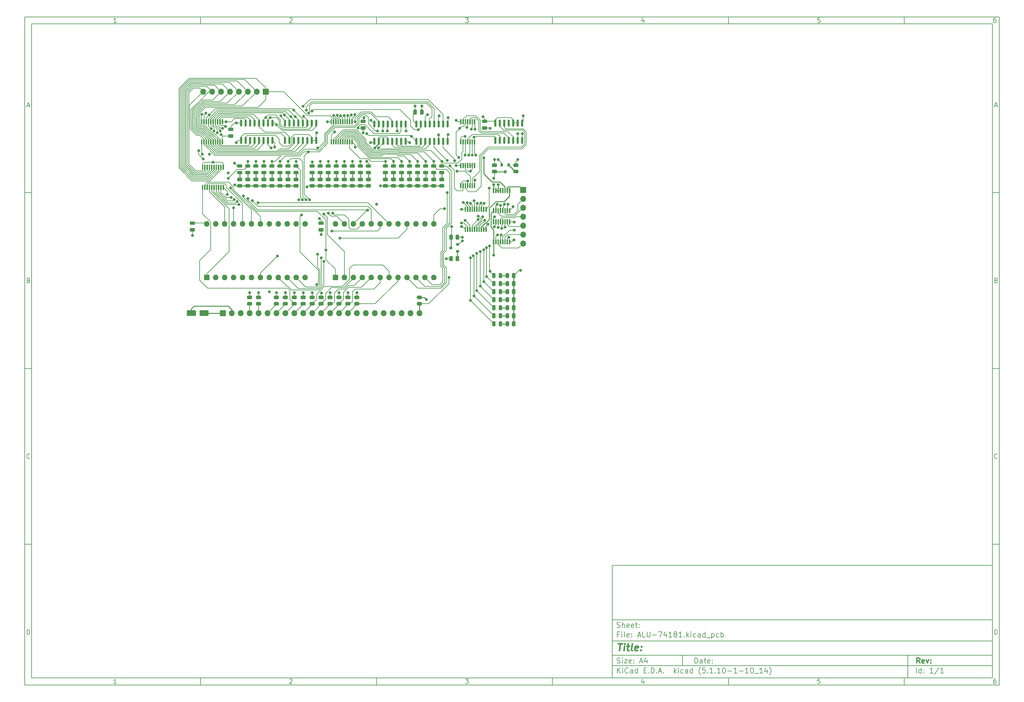
<source format=gbr>
%TF.GenerationSoftware,KiCad,Pcbnew,(5.1.10-1-10_14)*%
%TF.CreationDate,2021-11-14T11:47:48-05:00*%
%TF.ProjectId,ALU-74181,414c552d-3734-4313-9831-2e6b69636164,rev?*%
%TF.SameCoordinates,Original*%
%TF.FileFunction,Copper,L1,Top*%
%TF.FilePolarity,Positive*%
%FSLAX46Y46*%
G04 Gerber Fmt 4.6, Leading zero omitted, Abs format (unit mm)*
G04 Created by KiCad (PCBNEW (5.1.10-1-10_14)) date 2021-11-14 11:47:48*
%MOMM*%
%LPD*%
G01*
G04 APERTURE LIST*
%ADD10C,0.100000*%
%ADD11C,0.150000*%
%ADD12C,0.300000*%
%ADD13C,0.400000*%
%TA.AperFunction,ComponentPad*%
%ADD14O,1.700000X1.700000*%
%TD*%
%TA.AperFunction,ComponentPad*%
%ADD15R,1.700000X1.700000*%
%TD*%
%TA.AperFunction,SMDPad,CuDef*%
%ADD16R,0.900000X0.800000*%
%TD*%
%TA.AperFunction,SMDPad,CuDef*%
%ADD17R,0.800000X0.900000*%
%TD*%
%TA.AperFunction,ComponentPad*%
%ADD18O,1.600000X1.600000*%
%TD*%
%TA.AperFunction,ComponentPad*%
%ADD19R,1.600000X1.600000*%
%TD*%
%TA.AperFunction,ViaPad*%
%ADD20C,0.800000*%
%TD*%
%TA.AperFunction,Conductor*%
%ADD21C,0.200000*%
%TD*%
%TA.AperFunction,Conductor*%
%ADD22C,0.250000*%
%TD*%
G04 APERTURE END LIST*
D10*
D11*
X177002200Y-166007200D02*
X177002200Y-198007200D01*
X285002200Y-198007200D01*
X285002200Y-166007200D01*
X177002200Y-166007200D01*
D10*
D11*
X10000000Y-10000000D02*
X10000000Y-200007200D01*
X287002200Y-200007200D01*
X287002200Y-10000000D01*
X10000000Y-10000000D01*
D10*
D11*
X12000000Y-12000000D02*
X12000000Y-198007200D01*
X285002200Y-198007200D01*
X285002200Y-12000000D01*
X12000000Y-12000000D01*
D10*
D11*
X60000000Y-12000000D02*
X60000000Y-10000000D01*
D10*
D11*
X110000000Y-12000000D02*
X110000000Y-10000000D01*
D10*
D11*
X160000000Y-12000000D02*
X160000000Y-10000000D01*
D10*
D11*
X210000000Y-12000000D02*
X210000000Y-10000000D01*
D10*
D11*
X260000000Y-12000000D02*
X260000000Y-10000000D01*
D10*
D11*
X36065476Y-11588095D02*
X35322619Y-11588095D01*
X35694047Y-11588095D02*
X35694047Y-10288095D01*
X35570238Y-10473809D01*
X35446428Y-10597619D01*
X35322619Y-10659523D01*
D10*
D11*
X85322619Y-10411904D02*
X85384523Y-10350000D01*
X85508333Y-10288095D01*
X85817857Y-10288095D01*
X85941666Y-10350000D01*
X86003571Y-10411904D01*
X86065476Y-10535714D01*
X86065476Y-10659523D01*
X86003571Y-10845238D01*
X85260714Y-11588095D01*
X86065476Y-11588095D01*
D10*
D11*
X135260714Y-10288095D02*
X136065476Y-10288095D01*
X135632142Y-10783333D01*
X135817857Y-10783333D01*
X135941666Y-10845238D01*
X136003571Y-10907142D01*
X136065476Y-11030952D01*
X136065476Y-11340476D01*
X136003571Y-11464285D01*
X135941666Y-11526190D01*
X135817857Y-11588095D01*
X135446428Y-11588095D01*
X135322619Y-11526190D01*
X135260714Y-11464285D01*
D10*
D11*
X185941666Y-10721428D02*
X185941666Y-11588095D01*
X185632142Y-10226190D02*
X185322619Y-11154761D01*
X186127380Y-11154761D01*
D10*
D11*
X236003571Y-10288095D02*
X235384523Y-10288095D01*
X235322619Y-10907142D01*
X235384523Y-10845238D01*
X235508333Y-10783333D01*
X235817857Y-10783333D01*
X235941666Y-10845238D01*
X236003571Y-10907142D01*
X236065476Y-11030952D01*
X236065476Y-11340476D01*
X236003571Y-11464285D01*
X235941666Y-11526190D01*
X235817857Y-11588095D01*
X235508333Y-11588095D01*
X235384523Y-11526190D01*
X235322619Y-11464285D01*
D10*
D11*
X285941666Y-10288095D02*
X285694047Y-10288095D01*
X285570238Y-10350000D01*
X285508333Y-10411904D01*
X285384523Y-10597619D01*
X285322619Y-10845238D01*
X285322619Y-11340476D01*
X285384523Y-11464285D01*
X285446428Y-11526190D01*
X285570238Y-11588095D01*
X285817857Y-11588095D01*
X285941666Y-11526190D01*
X286003571Y-11464285D01*
X286065476Y-11340476D01*
X286065476Y-11030952D01*
X286003571Y-10907142D01*
X285941666Y-10845238D01*
X285817857Y-10783333D01*
X285570238Y-10783333D01*
X285446428Y-10845238D01*
X285384523Y-10907142D01*
X285322619Y-11030952D01*
D10*
D11*
X60000000Y-198007200D02*
X60000000Y-200007200D01*
D10*
D11*
X110000000Y-198007200D02*
X110000000Y-200007200D01*
D10*
D11*
X160000000Y-198007200D02*
X160000000Y-200007200D01*
D10*
D11*
X210000000Y-198007200D02*
X210000000Y-200007200D01*
D10*
D11*
X260000000Y-198007200D02*
X260000000Y-200007200D01*
D10*
D11*
X36065476Y-199595295D02*
X35322619Y-199595295D01*
X35694047Y-199595295D02*
X35694047Y-198295295D01*
X35570238Y-198481009D01*
X35446428Y-198604819D01*
X35322619Y-198666723D01*
D10*
D11*
X85322619Y-198419104D02*
X85384523Y-198357200D01*
X85508333Y-198295295D01*
X85817857Y-198295295D01*
X85941666Y-198357200D01*
X86003571Y-198419104D01*
X86065476Y-198542914D01*
X86065476Y-198666723D01*
X86003571Y-198852438D01*
X85260714Y-199595295D01*
X86065476Y-199595295D01*
D10*
D11*
X135260714Y-198295295D02*
X136065476Y-198295295D01*
X135632142Y-198790533D01*
X135817857Y-198790533D01*
X135941666Y-198852438D01*
X136003571Y-198914342D01*
X136065476Y-199038152D01*
X136065476Y-199347676D01*
X136003571Y-199471485D01*
X135941666Y-199533390D01*
X135817857Y-199595295D01*
X135446428Y-199595295D01*
X135322619Y-199533390D01*
X135260714Y-199471485D01*
D10*
D11*
X185941666Y-198728628D02*
X185941666Y-199595295D01*
X185632142Y-198233390D02*
X185322619Y-199161961D01*
X186127380Y-199161961D01*
D10*
D11*
X236003571Y-198295295D02*
X235384523Y-198295295D01*
X235322619Y-198914342D01*
X235384523Y-198852438D01*
X235508333Y-198790533D01*
X235817857Y-198790533D01*
X235941666Y-198852438D01*
X236003571Y-198914342D01*
X236065476Y-199038152D01*
X236065476Y-199347676D01*
X236003571Y-199471485D01*
X235941666Y-199533390D01*
X235817857Y-199595295D01*
X235508333Y-199595295D01*
X235384523Y-199533390D01*
X235322619Y-199471485D01*
D10*
D11*
X285941666Y-198295295D02*
X285694047Y-198295295D01*
X285570238Y-198357200D01*
X285508333Y-198419104D01*
X285384523Y-198604819D01*
X285322619Y-198852438D01*
X285322619Y-199347676D01*
X285384523Y-199471485D01*
X285446428Y-199533390D01*
X285570238Y-199595295D01*
X285817857Y-199595295D01*
X285941666Y-199533390D01*
X286003571Y-199471485D01*
X286065476Y-199347676D01*
X286065476Y-199038152D01*
X286003571Y-198914342D01*
X285941666Y-198852438D01*
X285817857Y-198790533D01*
X285570238Y-198790533D01*
X285446428Y-198852438D01*
X285384523Y-198914342D01*
X285322619Y-199038152D01*
D10*
D11*
X10000000Y-60000000D02*
X12000000Y-60000000D01*
D10*
D11*
X10000000Y-110000000D02*
X12000000Y-110000000D01*
D10*
D11*
X10000000Y-160000000D02*
X12000000Y-160000000D01*
D10*
D11*
X10690476Y-35216666D02*
X11309523Y-35216666D01*
X10566666Y-35588095D02*
X11000000Y-34288095D01*
X11433333Y-35588095D01*
D10*
D11*
X11092857Y-84907142D02*
X11278571Y-84969047D01*
X11340476Y-85030952D01*
X11402380Y-85154761D01*
X11402380Y-85340476D01*
X11340476Y-85464285D01*
X11278571Y-85526190D01*
X11154761Y-85588095D01*
X10659523Y-85588095D01*
X10659523Y-84288095D01*
X11092857Y-84288095D01*
X11216666Y-84350000D01*
X11278571Y-84411904D01*
X11340476Y-84535714D01*
X11340476Y-84659523D01*
X11278571Y-84783333D01*
X11216666Y-84845238D01*
X11092857Y-84907142D01*
X10659523Y-84907142D01*
D10*
D11*
X11402380Y-135464285D02*
X11340476Y-135526190D01*
X11154761Y-135588095D01*
X11030952Y-135588095D01*
X10845238Y-135526190D01*
X10721428Y-135402380D01*
X10659523Y-135278571D01*
X10597619Y-135030952D01*
X10597619Y-134845238D01*
X10659523Y-134597619D01*
X10721428Y-134473809D01*
X10845238Y-134350000D01*
X11030952Y-134288095D01*
X11154761Y-134288095D01*
X11340476Y-134350000D01*
X11402380Y-134411904D01*
D10*
D11*
X10659523Y-185588095D02*
X10659523Y-184288095D01*
X10969047Y-184288095D01*
X11154761Y-184350000D01*
X11278571Y-184473809D01*
X11340476Y-184597619D01*
X11402380Y-184845238D01*
X11402380Y-185030952D01*
X11340476Y-185278571D01*
X11278571Y-185402380D01*
X11154761Y-185526190D01*
X10969047Y-185588095D01*
X10659523Y-185588095D01*
D10*
D11*
X287002200Y-60000000D02*
X285002200Y-60000000D01*
D10*
D11*
X287002200Y-110000000D02*
X285002200Y-110000000D01*
D10*
D11*
X287002200Y-160000000D02*
X285002200Y-160000000D01*
D10*
D11*
X285692676Y-35216666D02*
X286311723Y-35216666D01*
X285568866Y-35588095D02*
X286002200Y-34288095D01*
X286435533Y-35588095D01*
D10*
D11*
X286095057Y-84907142D02*
X286280771Y-84969047D01*
X286342676Y-85030952D01*
X286404580Y-85154761D01*
X286404580Y-85340476D01*
X286342676Y-85464285D01*
X286280771Y-85526190D01*
X286156961Y-85588095D01*
X285661723Y-85588095D01*
X285661723Y-84288095D01*
X286095057Y-84288095D01*
X286218866Y-84350000D01*
X286280771Y-84411904D01*
X286342676Y-84535714D01*
X286342676Y-84659523D01*
X286280771Y-84783333D01*
X286218866Y-84845238D01*
X286095057Y-84907142D01*
X285661723Y-84907142D01*
D10*
D11*
X286404580Y-135464285D02*
X286342676Y-135526190D01*
X286156961Y-135588095D01*
X286033152Y-135588095D01*
X285847438Y-135526190D01*
X285723628Y-135402380D01*
X285661723Y-135278571D01*
X285599819Y-135030952D01*
X285599819Y-134845238D01*
X285661723Y-134597619D01*
X285723628Y-134473809D01*
X285847438Y-134350000D01*
X286033152Y-134288095D01*
X286156961Y-134288095D01*
X286342676Y-134350000D01*
X286404580Y-134411904D01*
D10*
D11*
X285661723Y-185588095D02*
X285661723Y-184288095D01*
X285971247Y-184288095D01*
X286156961Y-184350000D01*
X286280771Y-184473809D01*
X286342676Y-184597619D01*
X286404580Y-184845238D01*
X286404580Y-185030952D01*
X286342676Y-185278571D01*
X286280771Y-185402380D01*
X286156961Y-185526190D01*
X285971247Y-185588095D01*
X285661723Y-185588095D01*
D10*
D11*
X200434342Y-193785771D02*
X200434342Y-192285771D01*
X200791485Y-192285771D01*
X201005771Y-192357200D01*
X201148628Y-192500057D01*
X201220057Y-192642914D01*
X201291485Y-192928628D01*
X201291485Y-193142914D01*
X201220057Y-193428628D01*
X201148628Y-193571485D01*
X201005771Y-193714342D01*
X200791485Y-193785771D01*
X200434342Y-193785771D01*
X202577200Y-193785771D02*
X202577200Y-193000057D01*
X202505771Y-192857200D01*
X202362914Y-192785771D01*
X202077200Y-192785771D01*
X201934342Y-192857200D01*
X202577200Y-193714342D02*
X202434342Y-193785771D01*
X202077200Y-193785771D01*
X201934342Y-193714342D01*
X201862914Y-193571485D01*
X201862914Y-193428628D01*
X201934342Y-193285771D01*
X202077200Y-193214342D01*
X202434342Y-193214342D01*
X202577200Y-193142914D01*
X203077200Y-192785771D02*
X203648628Y-192785771D01*
X203291485Y-192285771D02*
X203291485Y-193571485D01*
X203362914Y-193714342D01*
X203505771Y-193785771D01*
X203648628Y-193785771D01*
X204720057Y-193714342D02*
X204577200Y-193785771D01*
X204291485Y-193785771D01*
X204148628Y-193714342D01*
X204077200Y-193571485D01*
X204077200Y-193000057D01*
X204148628Y-192857200D01*
X204291485Y-192785771D01*
X204577200Y-192785771D01*
X204720057Y-192857200D01*
X204791485Y-193000057D01*
X204791485Y-193142914D01*
X204077200Y-193285771D01*
X205434342Y-193642914D02*
X205505771Y-193714342D01*
X205434342Y-193785771D01*
X205362914Y-193714342D01*
X205434342Y-193642914D01*
X205434342Y-193785771D01*
X205434342Y-192857200D02*
X205505771Y-192928628D01*
X205434342Y-193000057D01*
X205362914Y-192928628D01*
X205434342Y-192857200D01*
X205434342Y-193000057D01*
D10*
D11*
X177002200Y-194507200D02*
X285002200Y-194507200D01*
D10*
D11*
X178434342Y-196585771D02*
X178434342Y-195085771D01*
X179291485Y-196585771D02*
X178648628Y-195728628D01*
X179291485Y-195085771D02*
X178434342Y-195942914D01*
X179934342Y-196585771D02*
X179934342Y-195585771D01*
X179934342Y-195085771D02*
X179862914Y-195157200D01*
X179934342Y-195228628D01*
X180005771Y-195157200D01*
X179934342Y-195085771D01*
X179934342Y-195228628D01*
X181505771Y-196442914D02*
X181434342Y-196514342D01*
X181220057Y-196585771D01*
X181077200Y-196585771D01*
X180862914Y-196514342D01*
X180720057Y-196371485D01*
X180648628Y-196228628D01*
X180577200Y-195942914D01*
X180577200Y-195728628D01*
X180648628Y-195442914D01*
X180720057Y-195300057D01*
X180862914Y-195157200D01*
X181077200Y-195085771D01*
X181220057Y-195085771D01*
X181434342Y-195157200D01*
X181505771Y-195228628D01*
X182791485Y-196585771D02*
X182791485Y-195800057D01*
X182720057Y-195657200D01*
X182577200Y-195585771D01*
X182291485Y-195585771D01*
X182148628Y-195657200D01*
X182791485Y-196514342D02*
X182648628Y-196585771D01*
X182291485Y-196585771D01*
X182148628Y-196514342D01*
X182077200Y-196371485D01*
X182077200Y-196228628D01*
X182148628Y-196085771D01*
X182291485Y-196014342D01*
X182648628Y-196014342D01*
X182791485Y-195942914D01*
X184148628Y-196585771D02*
X184148628Y-195085771D01*
X184148628Y-196514342D02*
X184005771Y-196585771D01*
X183720057Y-196585771D01*
X183577200Y-196514342D01*
X183505771Y-196442914D01*
X183434342Y-196300057D01*
X183434342Y-195871485D01*
X183505771Y-195728628D01*
X183577200Y-195657200D01*
X183720057Y-195585771D01*
X184005771Y-195585771D01*
X184148628Y-195657200D01*
X186005771Y-195800057D02*
X186505771Y-195800057D01*
X186720057Y-196585771D02*
X186005771Y-196585771D01*
X186005771Y-195085771D01*
X186720057Y-195085771D01*
X187362914Y-196442914D02*
X187434342Y-196514342D01*
X187362914Y-196585771D01*
X187291485Y-196514342D01*
X187362914Y-196442914D01*
X187362914Y-196585771D01*
X188077200Y-196585771D02*
X188077200Y-195085771D01*
X188434342Y-195085771D01*
X188648628Y-195157200D01*
X188791485Y-195300057D01*
X188862914Y-195442914D01*
X188934342Y-195728628D01*
X188934342Y-195942914D01*
X188862914Y-196228628D01*
X188791485Y-196371485D01*
X188648628Y-196514342D01*
X188434342Y-196585771D01*
X188077200Y-196585771D01*
X189577200Y-196442914D02*
X189648628Y-196514342D01*
X189577200Y-196585771D01*
X189505771Y-196514342D01*
X189577200Y-196442914D01*
X189577200Y-196585771D01*
X190220057Y-196157200D02*
X190934342Y-196157200D01*
X190077200Y-196585771D02*
X190577200Y-195085771D01*
X191077200Y-196585771D01*
X191577200Y-196442914D02*
X191648628Y-196514342D01*
X191577200Y-196585771D01*
X191505771Y-196514342D01*
X191577200Y-196442914D01*
X191577200Y-196585771D01*
X194577200Y-196585771D02*
X194577200Y-195085771D01*
X194720057Y-196014342D02*
X195148628Y-196585771D01*
X195148628Y-195585771D02*
X194577200Y-196157200D01*
X195791485Y-196585771D02*
X195791485Y-195585771D01*
X195791485Y-195085771D02*
X195720057Y-195157200D01*
X195791485Y-195228628D01*
X195862914Y-195157200D01*
X195791485Y-195085771D01*
X195791485Y-195228628D01*
X197148628Y-196514342D02*
X197005771Y-196585771D01*
X196720057Y-196585771D01*
X196577200Y-196514342D01*
X196505771Y-196442914D01*
X196434342Y-196300057D01*
X196434342Y-195871485D01*
X196505771Y-195728628D01*
X196577200Y-195657200D01*
X196720057Y-195585771D01*
X197005771Y-195585771D01*
X197148628Y-195657200D01*
X198434342Y-196585771D02*
X198434342Y-195800057D01*
X198362914Y-195657200D01*
X198220057Y-195585771D01*
X197934342Y-195585771D01*
X197791485Y-195657200D01*
X198434342Y-196514342D02*
X198291485Y-196585771D01*
X197934342Y-196585771D01*
X197791485Y-196514342D01*
X197720057Y-196371485D01*
X197720057Y-196228628D01*
X197791485Y-196085771D01*
X197934342Y-196014342D01*
X198291485Y-196014342D01*
X198434342Y-195942914D01*
X199791485Y-196585771D02*
X199791485Y-195085771D01*
X199791485Y-196514342D02*
X199648628Y-196585771D01*
X199362914Y-196585771D01*
X199220057Y-196514342D01*
X199148628Y-196442914D01*
X199077200Y-196300057D01*
X199077200Y-195871485D01*
X199148628Y-195728628D01*
X199220057Y-195657200D01*
X199362914Y-195585771D01*
X199648628Y-195585771D01*
X199791485Y-195657200D01*
X202077200Y-197157200D02*
X202005771Y-197085771D01*
X201862914Y-196871485D01*
X201791485Y-196728628D01*
X201720057Y-196514342D01*
X201648628Y-196157200D01*
X201648628Y-195871485D01*
X201720057Y-195514342D01*
X201791485Y-195300057D01*
X201862914Y-195157200D01*
X202005771Y-194942914D01*
X202077200Y-194871485D01*
X203362914Y-195085771D02*
X202648628Y-195085771D01*
X202577200Y-195800057D01*
X202648628Y-195728628D01*
X202791485Y-195657200D01*
X203148628Y-195657200D01*
X203291485Y-195728628D01*
X203362914Y-195800057D01*
X203434342Y-195942914D01*
X203434342Y-196300057D01*
X203362914Y-196442914D01*
X203291485Y-196514342D01*
X203148628Y-196585771D01*
X202791485Y-196585771D01*
X202648628Y-196514342D01*
X202577200Y-196442914D01*
X204077200Y-196442914D02*
X204148628Y-196514342D01*
X204077200Y-196585771D01*
X204005771Y-196514342D01*
X204077200Y-196442914D01*
X204077200Y-196585771D01*
X205577200Y-196585771D02*
X204720057Y-196585771D01*
X205148628Y-196585771D02*
X205148628Y-195085771D01*
X205005771Y-195300057D01*
X204862914Y-195442914D01*
X204720057Y-195514342D01*
X206220057Y-196442914D02*
X206291485Y-196514342D01*
X206220057Y-196585771D01*
X206148628Y-196514342D01*
X206220057Y-196442914D01*
X206220057Y-196585771D01*
X207720057Y-196585771D02*
X206862914Y-196585771D01*
X207291485Y-196585771D02*
X207291485Y-195085771D01*
X207148628Y-195300057D01*
X207005771Y-195442914D01*
X206862914Y-195514342D01*
X208648628Y-195085771D02*
X208791485Y-195085771D01*
X208934342Y-195157200D01*
X209005771Y-195228628D01*
X209077200Y-195371485D01*
X209148628Y-195657200D01*
X209148628Y-196014342D01*
X209077200Y-196300057D01*
X209005771Y-196442914D01*
X208934342Y-196514342D01*
X208791485Y-196585771D01*
X208648628Y-196585771D01*
X208505771Y-196514342D01*
X208434342Y-196442914D01*
X208362914Y-196300057D01*
X208291485Y-196014342D01*
X208291485Y-195657200D01*
X208362914Y-195371485D01*
X208434342Y-195228628D01*
X208505771Y-195157200D01*
X208648628Y-195085771D01*
X209791485Y-196014342D02*
X210934342Y-196014342D01*
X212434342Y-196585771D02*
X211577200Y-196585771D01*
X212005771Y-196585771D02*
X212005771Y-195085771D01*
X211862914Y-195300057D01*
X211720057Y-195442914D01*
X211577200Y-195514342D01*
X213077200Y-196014342D02*
X214220057Y-196014342D01*
X215720057Y-196585771D02*
X214862914Y-196585771D01*
X215291485Y-196585771D02*
X215291485Y-195085771D01*
X215148628Y-195300057D01*
X215005771Y-195442914D01*
X214862914Y-195514342D01*
X216648628Y-195085771D02*
X216791485Y-195085771D01*
X216934342Y-195157200D01*
X217005771Y-195228628D01*
X217077200Y-195371485D01*
X217148628Y-195657200D01*
X217148628Y-196014342D01*
X217077200Y-196300057D01*
X217005771Y-196442914D01*
X216934342Y-196514342D01*
X216791485Y-196585771D01*
X216648628Y-196585771D01*
X216505771Y-196514342D01*
X216434342Y-196442914D01*
X216362914Y-196300057D01*
X216291485Y-196014342D01*
X216291485Y-195657200D01*
X216362914Y-195371485D01*
X216434342Y-195228628D01*
X216505771Y-195157200D01*
X216648628Y-195085771D01*
X217434342Y-196728628D02*
X218577200Y-196728628D01*
X219720057Y-196585771D02*
X218862914Y-196585771D01*
X219291485Y-196585771D02*
X219291485Y-195085771D01*
X219148628Y-195300057D01*
X219005771Y-195442914D01*
X218862914Y-195514342D01*
X221005771Y-195585771D02*
X221005771Y-196585771D01*
X220648628Y-195014342D02*
X220291485Y-196085771D01*
X221220057Y-196085771D01*
X221648628Y-197157200D02*
X221720057Y-197085771D01*
X221862914Y-196871485D01*
X221934342Y-196728628D01*
X222005771Y-196514342D01*
X222077200Y-196157200D01*
X222077200Y-195871485D01*
X222005771Y-195514342D01*
X221934342Y-195300057D01*
X221862914Y-195157200D01*
X221720057Y-194942914D01*
X221648628Y-194871485D01*
D10*
D11*
X177002200Y-191507200D02*
X285002200Y-191507200D01*
D10*
D12*
X264411485Y-193785771D02*
X263911485Y-193071485D01*
X263554342Y-193785771D02*
X263554342Y-192285771D01*
X264125771Y-192285771D01*
X264268628Y-192357200D01*
X264340057Y-192428628D01*
X264411485Y-192571485D01*
X264411485Y-192785771D01*
X264340057Y-192928628D01*
X264268628Y-193000057D01*
X264125771Y-193071485D01*
X263554342Y-193071485D01*
X265625771Y-193714342D02*
X265482914Y-193785771D01*
X265197200Y-193785771D01*
X265054342Y-193714342D01*
X264982914Y-193571485D01*
X264982914Y-193000057D01*
X265054342Y-192857200D01*
X265197200Y-192785771D01*
X265482914Y-192785771D01*
X265625771Y-192857200D01*
X265697200Y-193000057D01*
X265697200Y-193142914D01*
X264982914Y-193285771D01*
X266197200Y-192785771D02*
X266554342Y-193785771D01*
X266911485Y-192785771D01*
X267482914Y-193642914D02*
X267554342Y-193714342D01*
X267482914Y-193785771D01*
X267411485Y-193714342D01*
X267482914Y-193642914D01*
X267482914Y-193785771D01*
X267482914Y-192857200D02*
X267554342Y-192928628D01*
X267482914Y-193000057D01*
X267411485Y-192928628D01*
X267482914Y-192857200D01*
X267482914Y-193000057D01*
D10*
D11*
X178362914Y-193714342D02*
X178577200Y-193785771D01*
X178934342Y-193785771D01*
X179077200Y-193714342D01*
X179148628Y-193642914D01*
X179220057Y-193500057D01*
X179220057Y-193357200D01*
X179148628Y-193214342D01*
X179077200Y-193142914D01*
X178934342Y-193071485D01*
X178648628Y-193000057D01*
X178505771Y-192928628D01*
X178434342Y-192857200D01*
X178362914Y-192714342D01*
X178362914Y-192571485D01*
X178434342Y-192428628D01*
X178505771Y-192357200D01*
X178648628Y-192285771D01*
X179005771Y-192285771D01*
X179220057Y-192357200D01*
X179862914Y-193785771D02*
X179862914Y-192785771D01*
X179862914Y-192285771D02*
X179791485Y-192357200D01*
X179862914Y-192428628D01*
X179934342Y-192357200D01*
X179862914Y-192285771D01*
X179862914Y-192428628D01*
X180434342Y-192785771D02*
X181220057Y-192785771D01*
X180434342Y-193785771D01*
X181220057Y-193785771D01*
X182362914Y-193714342D02*
X182220057Y-193785771D01*
X181934342Y-193785771D01*
X181791485Y-193714342D01*
X181720057Y-193571485D01*
X181720057Y-193000057D01*
X181791485Y-192857200D01*
X181934342Y-192785771D01*
X182220057Y-192785771D01*
X182362914Y-192857200D01*
X182434342Y-193000057D01*
X182434342Y-193142914D01*
X181720057Y-193285771D01*
X183077200Y-193642914D02*
X183148628Y-193714342D01*
X183077200Y-193785771D01*
X183005771Y-193714342D01*
X183077200Y-193642914D01*
X183077200Y-193785771D01*
X183077200Y-192857200D02*
X183148628Y-192928628D01*
X183077200Y-193000057D01*
X183005771Y-192928628D01*
X183077200Y-192857200D01*
X183077200Y-193000057D01*
X184862914Y-193357200D02*
X185577200Y-193357200D01*
X184720057Y-193785771D02*
X185220057Y-192285771D01*
X185720057Y-193785771D01*
X186862914Y-192785771D02*
X186862914Y-193785771D01*
X186505771Y-192214342D02*
X186148628Y-193285771D01*
X187077200Y-193285771D01*
D10*
D11*
X263434342Y-196585771D02*
X263434342Y-195085771D01*
X264791485Y-196585771D02*
X264791485Y-195085771D01*
X264791485Y-196514342D02*
X264648628Y-196585771D01*
X264362914Y-196585771D01*
X264220057Y-196514342D01*
X264148628Y-196442914D01*
X264077200Y-196300057D01*
X264077200Y-195871485D01*
X264148628Y-195728628D01*
X264220057Y-195657200D01*
X264362914Y-195585771D01*
X264648628Y-195585771D01*
X264791485Y-195657200D01*
X265505771Y-196442914D02*
X265577200Y-196514342D01*
X265505771Y-196585771D01*
X265434342Y-196514342D01*
X265505771Y-196442914D01*
X265505771Y-196585771D01*
X265505771Y-195657200D02*
X265577200Y-195728628D01*
X265505771Y-195800057D01*
X265434342Y-195728628D01*
X265505771Y-195657200D01*
X265505771Y-195800057D01*
X268148628Y-196585771D02*
X267291485Y-196585771D01*
X267720057Y-196585771D02*
X267720057Y-195085771D01*
X267577200Y-195300057D01*
X267434342Y-195442914D01*
X267291485Y-195514342D01*
X269862914Y-195014342D02*
X268577200Y-196942914D01*
X271148628Y-196585771D02*
X270291485Y-196585771D01*
X270720057Y-196585771D02*
X270720057Y-195085771D01*
X270577200Y-195300057D01*
X270434342Y-195442914D01*
X270291485Y-195514342D01*
D10*
D11*
X177002200Y-187507200D02*
X285002200Y-187507200D01*
D10*
D13*
X178714580Y-188211961D02*
X179857438Y-188211961D01*
X179036009Y-190211961D02*
X179286009Y-188211961D01*
X180274104Y-190211961D02*
X180440771Y-188878628D01*
X180524104Y-188211961D02*
X180416961Y-188307200D01*
X180500295Y-188402438D01*
X180607438Y-188307200D01*
X180524104Y-188211961D01*
X180500295Y-188402438D01*
X181107438Y-188878628D02*
X181869342Y-188878628D01*
X181476485Y-188211961D02*
X181262200Y-189926247D01*
X181333628Y-190116723D01*
X181512200Y-190211961D01*
X181702676Y-190211961D01*
X182655057Y-190211961D02*
X182476485Y-190116723D01*
X182405057Y-189926247D01*
X182619342Y-188211961D01*
X184190771Y-190116723D02*
X183988390Y-190211961D01*
X183607438Y-190211961D01*
X183428866Y-190116723D01*
X183357438Y-189926247D01*
X183452676Y-189164342D01*
X183571723Y-188973866D01*
X183774104Y-188878628D01*
X184155057Y-188878628D01*
X184333628Y-188973866D01*
X184405057Y-189164342D01*
X184381247Y-189354819D01*
X183405057Y-189545295D01*
X185155057Y-190021485D02*
X185238390Y-190116723D01*
X185131247Y-190211961D01*
X185047914Y-190116723D01*
X185155057Y-190021485D01*
X185131247Y-190211961D01*
X185286009Y-188973866D02*
X185369342Y-189069104D01*
X185262200Y-189164342D01*
X185178866Y-189069104D01*
X185286009Y-188973866D01*
X185262200Y-189164342D01*
D10*
D11*
X178934342Y-185600057D02*
X178434342Y-185600057D01*
X178434342Y-186385771D02*
X178434342Y-184885771D01*
X179148628Y-184885771D01*
X179720057Y-186385771D02*
X179720057Y-185385771D01*
X179720057Y-184885771D02*
X179648628Y-184957200D01*
X179720057Y-185028628D01*
X179791485Y-184957200D01*
X179720057Y-184885771D01*
X179720057Y-185028628D01*
X180648628Y-186385771D02*
X180505771Y-186314342D01*
X180434342Y-186171485D01*
X180434342Y-184885771D01*
X181791485Y-186314342D02*
X181648628Y-186385771D01*
X181362914Y-186385771D01*
X181220057Y-186314342D01*
X181148628Y-186171485D01*
X181148628Y-185600057D01*
X181220057Y-185457200D01*
X181362914Y-185385771D01*
X181648628Y-185385771D01*
X181791485Y-185457200D01*
X181862914Y-185600057D01*
X181862914Y-185742914D01*
X181148628Y-185885771D01*
X182505771Y-186242914D02*
X182577200Y-186314342D01*
X182505771Y-186385771D01*
X182434342Y-186314342D01*
X182505771Y-186242914D01*
X182505771Y-186385771D01*
X182505771Y-185457200D02*
X182577200Y-185528628D01*
X182505771Y-185600057D01*
X182434342Y-185528628D01*
X182505771Y-185457200D01*
X182505771Y-185600057D01*
X184291485Y-185957200D02*
X185005771Y-185957200D01*
X184148628Y-186385771D02*
X184648628Y-184885771D01*
X185148628Y-186385771D01*
X186362914Y-186385771D02*
X185648628Y-186385771D01*
X185648628Y-184885771D01*
X186862914Y-184885771D02*
X186862914Y-186100057D01*
X186934342Y-186242914D01*
X187005771Y-186314342D01*
X187148628Y-186385771D01*
X187434342Y-186385771D01*
X187577200Y-186314342D01*
X187648628Y-186242914D01*
X187720057Y-186100057D01*
X187720057Y-184885771D01*
X188434342Y-185814342D02*
X189577200Y-185814342D01*
X190148628Y-184885771D02*
X191148628Y-184885771D01*
X190505771Y-186385771D01*
X192362914Y-185385771D02*
X192362914Y-186385771D01*
X192005771Y-184814342D02*
X191648628Y-185885771D01*
X192577200Y-185885771D01*
X193934342Y-186385771D02*
X193077200Y-186385771D01*
X193505771Y-186385771D02*
X193505771Y-184885771D01*
X193362914Y-185100057D01*
X193220057Y-185242914D01*
X193077200Y-185314342D01*
X194791485Y-185528628D02*
X194648628Y-185457200D01*
X194577200Y-185385771D01*
X194505771Y-185242914D01*
X194505771Y-185171485D01*
X194577200Y-185028628D01*
X194648628Y-184957200D01*
X194791485Y-184885771D01*
X195077200Y-184885771D01*
X195220057Y-184957200D01*
X195291485Y-185028628D01*
X195362914Y-185171485D01*
X195362914Y-185242914D01*
X195291485Y-185385771D01*
X195220057Y-185457200D01*
X195077200Y-185528628D01*
X194791485Y-185528628D01*
X194648628Y-185600057D01*
X194577200Y-185671485D01*
X194505771Y-185814342D01*
X194505771Y-186100057D01*
X194577200Y-186242914D01*
X194648628Y-186314342D01*
X194791485Y-186385771D01*
X195077200Y-186385771D01*
X195220057Y-186314342D01*
X195291485Y-186242914D01*
X195362914Y-186100057D01*
X195362914Y-185814342D01*
X195291485Y-185671485D01*
X195220057Y-185600057D01*
X195077200Y-185528628D01*
X196791485Y-186385771D02*
X195934342Y-186385771D01*
X196362914Y-186385771D02*
X196362914Y-184885771D01*
X196220057Y-185100057D01*
X196077200Y-185242914D01*
X195934342Y-185314342D01*
X197434342Y-186242914D02*
X197505771Y-186314342D01*
X197434342Y-186385771D01*
X197362914Y-186314342D01*
X197434342Y-186242914D01*
X197434342Y-186385771D01*
X198148628Y-186385771D02*
X198148628Y-184885771D01*
X198291485Y-185814342D02*
X198720057Y-186385771D01*
X198720057Y-185385771D02*
X198148628Y-185957200D01*
X199362914Y-186385771D02*
X199362914Y-185385771D01*
X199362914Y-184885771D02*
X199291485Y-184957200D01*
X199362914Y-185028628D01*
X199434342Y-184957200D01*
X199362914Y-184885771D01*
X199362914Y-185028628D01*
X200720057Y-186314342D02*
X200577200Y-186385771D01*
X200291485Y-186385771D01*
X200148628Y-186314342D01*
X200077200Y-186242914D01*
X200005771Y-186100057D01*
X200005771Y-185671485D01*
X200077200Y-185528628D01*
X200148628Y-185457200D01*
X200291485Y-185385771D01*
X200577200Y-185385771D01*
X200720057Y-185457200D01*
X202005771Y-186385771D02*
X202005771Y-185600057D01*
X201934342Y-185457200D01*
X201791485Y-185385771D01*
X201505771Y-185385771D01*
X201362914Y-185457200D01*
X202005771Y-186314342D02*
X201862914Y-186385771D01*
X201505771Y-186385771D01*
X201362914Y-186314342D01*
X201291485Y-186171485D01*
X201291485Y-186028628D01*
X201362914Y-185885771D01*
X201505771Y-185814342D01*
X201862914Y-185814342D01*
X202005771Y-185742914D01*
X203362914Y-186385771D02*
X203362914Y-184885771D01*
X203362914Y-186314342D02*
X203220057Y-186385771D01*
X202934342Y-186385771D01*
X202791485Y-186314342D01*
X202720057Y-186242914D01*
X202648628Y-186100057D01*
X202648628Y-185671485D01*
X202720057Y-185528628D01*
X202791485Y-185457200D01*
X202934342Y-185385771D01*
X203220057Y-185385771D01*
X203362914Y-185457200D01*
X203720057Y-186528628D02*
X204862914Y-186528628D01*
X205220057Y-185385771D02*
X205220057Y-186885771D01*
X205220057Y-185457200D02*
X205362914Y-185385771D01*
X205648628Y-185385771D01*
X205791485Y-185457200D01*
X205862914Y-185528628D01*
X205934342Y-185671485D01*
X205934342Y-186100057D01*
X205862914Y-186242914D01*
X205791485Y-186314342D01*
X205648628Y-186385771D01*
X205362914Y-186385771D01*
X205220057Y-186314342D01*
X207220057Y-186314342D02*
X207077200Y-186385771D01*
X206791485Y-186385771D01*
X206648628Y-186314342D01*
X206577200Y-186242914D01*
X206505771Y-186100057D01*
X206505771Y-185671485D01*
X206577200Y-185528628D01*
X206648628Y-185457200D01*
X206791485Y-185385771D01*
X207077200Y-185385771D01*
X207220057Y-185457200D01*
X207862914Y-186385771D02*
X207862914Y-184885771D01*
X207862914Y-185457200D02*
X208005771Y-185385771D01*
X208291485Y-185385771D01*
X208434342Y-185457200D01*
X208505771Y-185528628D01*
X208577200Y-185671485D01*
X208577200Y-186100057D01*
X208505771Y-186242914D01*
X208434342Y-186314342D01*
X208291485Y-186385771D01*
X208005771Y-186385771D01*
X207862914Y-186314342D01*
D10*
D11*
X177002200Y-181507200D02*
X285002200Y-181507200D01*
D10*
D11*
X178362914Y-183614342D02*
X178577200Y-183685771D01*
X178934342Y-183685771D01*
X179077200Y-183614342D01*
X179148628Y-183542914D01*
X179220057Y-183400057D01*
X179220057Y-183257200D01*
X179148628Y-183114342D01*
X179077200Y-183042914D01*
X178934342Y-182971485D01*
X178648628Y-182900057D01*
X178505771Y-182828628D01*
X178434342Y-182757200D01*
X178362914Y-182614342D01*
X178362914Y-182471485D01*
X178434342Y-182328628D01*
X178505771Y-182257200D01*
X178648628Y-182185771D01*
X179005771Y-182185771D01*
X179220057Y-182257200D01*
X179862914Y-183685771D02*
X179862914Y-182185771D01*
X180505771Y-183685771D02*
X180505771Y-182900057D01*
X180434342Y-182757200D01*
X180291485Y-182685771D01*
X180077200Y-182685771D01*
X179934342Y-182757200D01*
X179862914Y-182828628D01*
X181791485Y-183614342D02*
X181648628Y-183685771D01*
X181362914Y-183685771D01*
X181220057Y-183614342D01*
X181148628Y-183471485D01*
X181148628Y-182900057D01*
X181220057Y-182757200D01*
X181362914Y-182685771D01*
X181648628Y-182685771D01*
X181791485Y-182757200D01*
X181862914Y-182900057D01*
X181862914Y-183042914D01*
X181148628Y-183185771D01*
X183077200Y-183614342D02*
X182934342Y-183685771D01*
X182648628Y-183685771D01*
X182505771Y-183614342D01*
X182434342Y-183471485D01*
X182434342Y-182900057D01*
X182505771Y-182757200D01*
X182648628Y-182685771D01*
X182934342Y-182685771D01*
X183077200Y-182757200D01*
X183148628Y-182900057D01*
X183148628Y-183042914D01*
X182434342Y-183185771D01*
X183577200Y-182685771D02*
X184148628Y-182685771D01*
X183791485Y-182185771D02*
X183791485Y-183471485D01*
X183862914Y-183614342D01*
X184005771Y-183685771D01*
X184148628Y-183685771D01*
X184648628Y-183542914D02*
X184720057Y-183614342D01*
X184648628Y-183685771D01*
X184577200Y-183614342D01*
X184648628Y-183542914D01*
X184648628Y-183685771D01*
X184648628Y-182757200D02*
X184720057Y-182828628D01*
X184648628Y-182900057D01*
X184577200Y-182828628D01*
X184648628Y-182757200D01*
X184648628Y-182900057D01*
D10*
D11*
X197002200Y-191507200D02*
X197002200Y-194507200D01*
D10*
D11*
X261002200Y-191507200D02*
X261002200Y-198007200D01*
D14*
%TO.P,J3,7*%
%TO.N,FLAG_IN_0*%
X151638000Y-74422000D03*
%TO.P,J3,6*%
%TO.N,FLAG_IN_1*%
X151638000Y-71882000D03*
%TO.P,J3,5*%
%TO.N,FLAG_IN_2*%
X151638000Y-69342000D03*
%TO.P,J3,4*%
%TO.N,FLAG_IN_3*%
X151638000Y-66802000D03*
%TO.P,J3,3*%
%TO.N,FLAG_IN_4*%
X151638000Y-64262000D03*
%TO.P,J3,2*%
%TO.N,FLAG_IN_5*%
X151638000Y-61722000D03*
D15*
%TO.P,J3,1*%
%TO.N,FLAG_IN_6*%
X151638000Y-59182000D03*
%TD*%
%TO.P,R37,2*%
%TO.N,VCC*%
%TA.AperFunction,SMDPad,CuDef*%
G36*
G01*
X143960002Y-52686000D02*
X143059998Y-52686000D01*
G75*
G02*
X142810000Y-52436002I0J249998D01*
G01*
X142810000Y-51910998D01*
G75*
G02*
X143059998Y-51661000I249998J0D01*
G01*
X143960002Y-51661000D01*
G75*
G02*
X144210000Y-51910998I0J-249998D01*
G01*
X144210000Y-52436002D01*
G75*
G02*
X143960002Y-52686000I-249998J0D01*
G01*
G37*
%TD.AperFunction*%
%TO.P,R37,1*%
%TO.N,Net-(Q1-Pad3)*%
%TA.AperFunction,SMDPad,CuDef*%
G36*
G01*
X143960002Y-54511000D02*
X143059998Y-54511000D01*
G75*
G02*
X142810000Y-54261002I0J249998D01*
G01*
X142810000Y-53735998D01*
G75*
G02*
X143059998Y-53486000I249998J0D01*
G01*
X143960002Y-53486000D01*
G75*
G02*
X144210000Y-53735998I0J-249998D01*
G01*
X144210000Y-54261002D01*
G75*
G02*
X143960002Y-54511000I-249998J0D01*
G01*
G37*
%TD.AperFunction*%
%TD*%
%TO.P,R2,2*%
%TO.N,Net-(Q1-Pad1)*%
%TA.AperFunction,SMDPad,CuDef*%
G36*
G01*
X149155998Y-53486000D02*
X150056002Y-53486000D01*
G75*
G02*
X150306000Y-53735998I0J-249998D01*
G01*
X150306000Y-54261002D01*
G75*
G02*
X150056002Y-54511000I-249998J0D01*
G01*
X149155998Y-54511000D01*
G75*
G02*
X148906000Y-54261002I0J249998D01*
G01*
X148906000Y-53735998D01*
G75*
G02*
X149155998Y-53486000I249998J0D01*
G01*
G37*
%TD.AperFunction*%
%TO.P,R2,1*%
%TO.N,CLOCK*%
%TA.AperFunction,SMDPad,CuDef*%
G36*
G01*
X149155998Y-51661000D02*
X150056002Y-51661000D01*
G75*
G02*
X150306000Y-51910998I0J-249998D01*
G01*
X150306000Y-52436002D01*
G75*
G02*
X150056002Y-52686000I-249998J0D01*
G01*
X149155998Y-52686000D01*
G75*
G02*
X148906000Y-52436002I0J249998D01*
G01*
X148906000Y-51910998D01*
G75*
G02*
X149155998Y-51661000I249998J0D01*
G01*
G37*
%TD.AperFunction*%
%TD*%
%TO.P,U15,16*%
%TO.N,VCC*%
%TA.AperFunction,SMDPad,CuDef*%
G36*
G01*
X143367000Y-60105000D02*
X143167000Y-60105000D01*
G75*
G02*
X143067000Y-60005000I0J100000D01*
G01*
X143067000Y-58730000D01*
G75*
G02*
X143167000Y-58630000I100000J0D01*
G01*
X143367000Y-58630000D01*
G75*
G02*
X143467000Y-58730000I0J-100000D01*
G01*
X143467000Y-60005000D01*
G75*
G02*
X143367000Y-60105000I-100000J0D01*
G01*
G37*
%TD.AperFunction*%
%TO.P,U15,15*%
%TO.N,GND*%
%TA.AperFunction,SMDPad,CuDef*%
G36*
G01*
X144017000Y-60105000D02*
X143817000Y-60105000D01*
G75*
G02*
X143717000Y-60005000I0J100000D01*
G01*
X143717000Y-58730000D01*
G75*
G02*
X143817000Y-58630000I100000J0D01*
G01*
X144017000Y-58630000D01*
G75*
G02*
X144117000Y-58730000I0J-100000D01*
G01*
X144117000Y-60005000D01*
G75*
G02*
X144017000Y-60105000I-100000J0D01*
G01*
G37*
%TD.AperFunction*%
%TO.P,U15,14*%
%TA.AperFunction,SMDPad,CuDef*%
G36*
G01*
X144667000Y-60105000D02*
X144467000Y-60105000D01*
G75*
G02*
X144367000Y-60005000I0J100000D01*
G01*
X144367000Y-58730000D01*
G75*
G02*
X144467000Y-58630000I100000J0D01*
G01*
X144667000Y-58630000D01*
G75*
G02*
X144767000Y-58730000I0J-100000D01*
G01*
X144767000Y-60005000D01*
G75*
G02*
X144667000Y-60105000I-100000J0D01*
G01*
G37*
%TD.AperFunction*%
%TO.P,U15,13*%
%TA.AperFunction,SMDPad,CuDef*%
G36*
G01*
X145317000Y-60105000D02*
X145117000Y-60105000D01*
G75*
G02*
X145017000Y-60005000I0J100000D01*
G01*
X145017000Y-58730000D01*
G75*
G02*
X145117000Y-58630000I100000J0D01*
G01*
X145317000Y-58630000D01*
G75*
G02*
X145417000Y-58730000I0J-100000D01*
G01*
X145417000Y-60005000D01*
G75*
G02*
X145317000Y-60105000I-100000J0D01*
G01*
G37*
%TD.AperFunction*%
%TO.P,U15,12*%
%TO.N,Net-(U15-Pad12)*%
%TA.AperFunction,SMDPad,CuDef*%
G36*
G01*
X145967000Y-60105000D02*
X145767000Y-60105000D01*
G75*
G02*
X145667000Y-60005000I0J100000D01*
G01*
X145667000Y-58730000D01*
G75*
G02*
X145767000Y-58630000I100000J0D01*
G01*
X145967000Y-58630000D01*
G75*
G02*
X146067000Y-58730000I0J-100000D01*
G01*
X146067000Y-60005000D01*
G75*
G02*
X145967000Y-60105000I-100000J0D01*
G01*
G37*
%TD.AperFunction*%
%TO.P,U15,11*%
%TO.N,EQ*%
%TA.AperFunction,SMDPad,CuDef*%
G36*
G01*
X146617000Y-60105000D02*
X146417000Y-60105000D01*
G75*
G02*
X146317000Y-60005000I0J100000D01*
G01*
X146317000Y-58730000D01*
G75*
G02*
X146417000Y-58630000I100000J0D01*
G01*
X146617000Y-58630000D01*
G75*
G02*
X146717000Y-58730000I0J-100000D01*
G01*
X146717000Y-60005000D01*
G75*
G02*
X146617000Y-60105000I-100000J0D01*
G01*
G37*
%TD.AperFunction*%
%TO.P,U15,10*%
%TO.N,FLAG_IN_6*%
%TA.AperFunction,SMDPad,CuDef*%
G36*
G01*
X147267000Y-60105000D02*
X147067000Y-60105000D01*
G75*
G02*
X146967000Y-60005000I0J100000D01*
G01*
X146967000Y-58730000D01*
G75*
G02*
X147067000Y-58630000I100000J0D01*
G01*
X147267000Y-58630000D01*
G75*
G02*
X147367000Y-58730000I0J-100000D01*
G01*
X147367000Y-60005000D01*
G75*
G02*
X147267000Y-60105000I-100000J0D01*
G01*
G37*
%TD.AperFunction*%
%TO.P,U15,9*%
%TO.N,FLAG6*%
%TA.AperFunction,SMDPad,CuDef*%
G36*
G01*
X147917000Y-60105000D02*
X147717000Y-60105000D01*
G75*
G02*
X147617000Y-60005000I0J100000D01*
G01*
X147617000Y-58730000D01*
G75*
G02*
X147717000Y-58630000I100000J0D01*
G01*
X147917000Y-58630000D01*
G75*
G02*
X148017000Y-58730000I0J-100000D01*
G01*
X148017000Y-60005000D01*
G75*
G02*
X147917000Y-60105000I-100000J0D01*
G01*
G37*
%TD.AperFunction*%
%TO.P,U15,8*%
%TO.N,GND*%
%TA.AperFunction,SMDPad,CuDef*%
G36*
G01*
X147917000Y-65830000D02*
X147717000Y-65830000D01*
G75*
G02*
X147617000Y-65730000I0J100000D01*
G01*
X147617000Y-64455000D01*
G75*
G02*
X147717000Y-64355000I100000J0D01*
G01*
X147917000Y-64355000D01*
G75*
G02*
X148017000Y-64455000I0J-100000D01*
G01*
X148017000Y-65730000D01*
G75*
G02*
X147917000Y-65830000I-100000J0D01*
G01*
G37*
%TD.AperFunction*%
%TO.P,U15,7*%
%TO.N,FLAG5*%
%TA.AperFunction,SMDPad,CuDef*%
G36*
G01*
X147267000Y-65830000D02*
X147067000Y-65830000D01*
G75*
G02*
X146967000Y-65730000I0J100000D01*
G01*
X146967000Y-64455000D01*
G75*
G02*
X147067000Y-64355000I100000J0D01*
G01*
X147267000Y-64355000D01*
G75*
G02*
X147367000Y-64455000I0J-100000D01*
G01*
X147367000Y-65730000D01*
G75*
G02*
X147267000Y-65830000I-100000J0D01*
G01*
G37*
%TD.AperFunction*%
%TO.P,U15,6*%
%TO.N,FLAG_IN_5*%
%TA.AperFunction,SMDPad,CuDef*%
G36*
G01*
X146617000Y-65830000D02*
X146417000Y-65830000D01*
G75*
G02*
X146317000Y-65730000I0J100000D01*
G01*
X146317000Y-64455000D01*
G75*
G02*
X146417000Y-64355000I100000J0D01*
G01*
X146617000Y-64355000D01*
G75*
G02*
X146717000Y-64455000I0J-100000D01*
G01*
X146717000Y-65730000D01*
G75*
G02*
X146617000Y-65830000I-100000J0D01*
G01*
G37*
%TD.AperFunction*%
%TO.P,U15,5*%
%TO.N,GT*%
%TA.AperFunction,SMDPad,CuDef*%
G36*
G01*
X145967000Y-65830000D02*
X145767000Y-65830000D01*
G75*
G02*
X145667000Y-65730000I0J100000D01*
G01*
X145667000Y-64455000D01*
G75*
G02*
X145767000Y-64355000I100000J0D01*
G01*
X145967000Y-64355000D01*
G75*
G02*
X146067000Y-64455000I0J-100000D01*
G01*
X146067000Y-65730000D01*
G75*
G02*
X145967000Y-65830000I-100000J0D01*
G01*
G37*
%TD.AperFunction*%
%TO.P,U15,4*%
%TO.N,FLAG4*%
%TA.AperFunction,SMDPad,CuDef*%
G36*
G01*
X145317000Y-65830000D02*
X145117000Y-65830000D01*
G75*
G02*
X145017000Y-65730000I0J100000D01*
G01*
X145017000Y-64455000D01*
G75*
G02*
X145117000Y-64355000I100000J0D01*
G01*
X145317000Y-64355000D01*
G75*
G02*
X145417000Y-64455000I0J-100000D01*
G01*
X145417000Y-65730000D01*
G75*
G02*
X145317000Y-65830000I-100000J0D01*
G01*
G37*
%TD.AperFunction*%
%TO.P,U15,3*%
%TO.N,FLAG_IN_4*%
%TA.AperFunction,SMDPad,CuDef*%
G36*
G01*
X144667000Y-65830000D02*
X144467000Y-65830000D01*
G75*
G02*
X144367000Y-65730000I0J100000D01*
G01*
X144367000Y-64455000D01*
G75*
G02*
X144467000Y-64355000I100000J0D01*
G01*
X144667000Y-64355000D01*
G75*
G02*
X144767000Y-64455000I0J-100000D01*
G01*
X144767000Y-65730000D01*
G75*
G02*
X144667000Y-65830000I-100000J0D01*
G01*
G37*
%TD.AperFunction*%
%TO.P,U15,2*%
%TO.N,LT*%
%TA.AperFunction,SMDPad,CuDef*%
G36*
G01*
X144017000Y-65830000D02*
X143817000Y-65830000D01*
G75*
G02*
X143717000Y-65730000I0J100000D01*
G01*
X143717000Y-64455000D01*
G75*
G02*
X143817000Y-64355000I100000J0D01*
G01*
X144017000Y-64355000D01*
G75*
G02*
X144117000Y-64455000I0J-100000D01*
G01*
X144117000Y-65730000D01*
G75*
G02*
X144017000Y-65830000I-100000J0D01*
G01*
G37*
%TD.AperFunction*%
%TO.P,U15,1*%
%TO.N,FLAG_REG_IN*%
%TA.AperFunction,SMDPad,CuDef*%
G36*
G01*
X143367000Y-65830000D02*
X143167000Y-65830000D01*
G75*
G02*
X143067000Y-65730000I0J100000D01*
G01*
X143067000Y-64455000D01*
G75*
G02*
X143167000Y-64355000I100000J0D01*
G01*
X143367000Y-64355000D01*
G75*
G02*
X143467000Y-64455000I0J-100000D01*
G01*
X143467000Y-65730000D01*
G75*
G02*
X143367000Y-65830000I-100000J0D01*
G01*
G37*
%TD.AperFunction*%
%TD*%
%TO.P,U14,16*%
%TO.N,VCC*%
%TA.AperFunction,SMDPad,CuDef*%
G36*
G01*
X143367000Y-68995000D02*
X143167000Y-68995000D01*
G75*
G02*
X143067000Y-68895000I0J100000D01*
G01*
X143067000Y-67620000D01*
G75*
G02*
X143167000Y-67520000I100000J0D01*
G01*
X143367000Y-67520000D01*
G75*
G02*
X143467000Y-67620000I0J-100000D01*
G01*
X143467000Y-68895000D01*
G75*
G02*
X143367000Y-68995000I-100000J0D01*
G01*
G37*
%TD.AperFunction*%
%TO.P,U14,15*%
%TO.N,GND*%
%TA.AperFunction,SMDPad,CuDef*%
G36*
G01*
X144017000Y-68995000D02*
X143817000Y-68995000D01*
G75*
G02*
X143717000Y-68895000I0J100000D01*
G01*
X143717000Y-67620000D01*
G75*
G02*
X143817000Y-67520000I100000J0D01*
G01*
X144017000Y-67520000D01*
G75*
G02*
X144117000Y-67620000I0J-100000D01*
G01*
X144117000Y-68895000D01*
G75*
G02*
X144017000Y-68995000I-100000J0D01*
G01*
G37*
%TD.AperFunction*%
%TO.P,U14,14*%
%TO.N,ZERO*%
%TA.AperFunction,SMDPad,CuDef*%
G36*
G01*
X144667000Y-68995000D02*
X144467000Y-68995000D01*
G75*
G02*
X144367000Y-68895000I0J100000D01*
G01*
X144367000Y-67620000D01*
G75*
G02*
X144467000Y-67520000I100000J0D01*
G01*
X144667000Y-67520000D01*
G75*
G02*
X144767000Y-67620000I0J-100000D01*
G01*
X144767000Y-68895000D01*
G75*
G02*
X144667000Y-68995000I-100000J0D01*
G01*
G37*
%TD.AperFunction*%
%TO.P,U14,13*%
%TO.N,FLAG_IN_3*%
%TA.AperFunction,SMDPad,CuDef*%
G36*
G01*
X145317000Y-68995000D02*
X145117000Y-68995000D01*
G75*
G02*
X145017000Y-68895000I0J100000D01*
G01*
X145017000Y-67620000D01*
G75*
G02*
X145117000Y-67520000I100000J0D01*
G01*
X145317000Y-67520000D01*
G75*
G02*
X145417000Y-67620000I0J-100000D01*
G01*
X145417000Y-68895000D01*
G75*
G02*
X145317000Y-68995000I-100000J0D01*
G01*
G37*
%TD.AperFunction*%
%TO.P,U14,12*%
%TO.N,FLAG3*%
%TA.AperFunction,SMDPad,CuDef*%
G36*
G01*
X145967000Y-68995000D02*
X145767000Y-68995000D01*
G75*
G02*
X145667000Y-68895000I0J100000D01*
G01*
X145667000Y-67620000D01*
G75*
G02*
X145767000Y-67520000I100000J0D01*
G01*
X145967000Y-67520000D01*
G75*
G02*
X146067000Y-67620000I0J-100000D01*
G01*
X146067000Y-68895000D01*
G75*
G02*
X145967000Y-68995000I-100000J0D01*
G01*
G37*
%TD.AperFunction*%
%TO.P,U14,11*%
%TO.N,/ALU7*%
%TA.AperFunction,SMDPad,CuDef*%
G36*
G01*
X146617000Y-68995000D02*
X146417000Y-68995000D01*
G75*
G02*
X146317000Y-68895000I0J100000D01*
G01*
X146317000Y-67620000D01*
G75*
G02*
X146417000Y-67520000I100000J0D01*
G01*
X146617000Y-67520000D01*
G75*
G02*
X146717000Y-67620000I0J-100000D01*
G01*
X146717000Y-68895000D01*
G75*
G02*
X146617000Y-68995000I-100000J0D01*
G01*
G37*
%TD.AperFunction*%
%TO.P,U14,10*%
%TO.N,FLAG_IN_2*%
%TA.AperFunction,SMDPad,CuDef*%
G36*
G01*
X147267000Y-68995000D02*
X147067000Y-68995000D01*
G75*
G02*
X146967000Y-68895000I0J100000D01*
G01*
X146967000Y-67620000D01*
G75*
G02*
X147067000Y-67520000I100000J0D01*
G01*
X147267000Y-67520000D01*
G75*
G02*
X147367000Y-67620000I0J-100000D01*
G01*
X147367000Y-68895000D01*
G75*
G02*
X147267000Y-68995000I-100000J0D01*
G01*
G37*
%TD.AperFunction*%
%TO.P,U14,9*%
%TO.N,FLAG2*%
%TA.AperFunction,SMDPad,CuDef*%
G36*
G01*
X147917000Y-68995000D02*
X147717000Y-68995000D01*
G75*
G02*
X147617000Y-68895000I0J100000D01*
G01*
X147617000Y-67620000D01*
G75*
G02*
X147717000Y-67520000I100000J0D01*
G01*
X147917000Y-67520000D01*
G75*
G02*
X148017000Y-67620000I0J-100000D01*
G01*
X148017000Y-68895000D01*
G75*
G02*
X147917000Y-68995000I-100000J0D01*
G01*
G37*
%TD.AperFunction*%
%TO.P,U14,8*%
%TO.N,GND*%
%TA.AperFunction,SMDPad,CuDef*%
G36*
G01*
X147917000Y-74720000D02*
X147717000Y-74720000D01*
G75*
G02*
X147617000Y-74620000I0J100000D01*
G01*
X147617000Y-73345000D01*
G75*
G02*
X147717000Y-73245000I100000J0D01*
G01*
X147917000Y-73245000D01*
G75*
G02*
X148017000Y-73345000I0J-100000D01*
G01*
X148017000Y-74620000D01*
G75*
G02*
X147917000Y-74720000I-100000J0D01*
G01*
G37*
%TD.AperFunction*%
%TO.P,U14,7*%
%TO.N,FLAG1*%
%TA.AperFunction,SMDPad,CuDef*%
G36*
G01*
X147267000Y-74720000D02*
X147067000Y-74720000D01*
G75*
G02*
X146967000Y-74620000I0J100000D01*
G01*
X146967000Y-73345000D01*
G75*
G02*
X147067000Y-73245000I100000J0D01*
G01*
X147267000Y-73245000D01*
G75*
G02*
X147367000Y-73345000I0J-100000D01*
G01*
X147367000Y-74620000D01*
G75*
G02*
X147267000Y-74720000I-100000J0D01*
G01*
G37*
%TD.AperFunction*%
%TO.P,U14,6*%
%TO.N,FLAG_IN_1*%
%TA.AperFunction,SMDPad,CuDef*%
G36*
G01*
X146617000Y-74720000D02*
X146417000Y-74720000D01*
G75*
G02*
X146317000Y-74620000I0J100000D01*
G01*
X146317000Y-73345000D01*
G75*
G02*
X146417000Y-73245000I100000J0D01*
G01*
X146617000Y-73245000D01*
G75*
G02*
X146717000Y-73345000I0J-100000D01*
G01*
X146717000Y-74620000D01*
G75*
G02*
X146617000Y-74720000I-100000J0D01*
G01*
G37*
%TD.AperFunction*%
%TO.P,U14,5*%
%TO.N,OVERFLOW*%
%TA.AperFunction,SMDPad,CuDef*%
G36*
G01*
X145967000Y-74720000D02*
X145767000Y-74720000D01*
G75*
G02*
X145667000Y-74620000I0J100000D01*
G01*
X145667000Y-73345000D01*
G75*
G02*
X145767000Y-73245000I100000J0D01*
G01*
X145967000Y-73245000D01*
G75*
G02*
X146067000Y-73345000I0J-100000D01*
G01*
X146067000Y-74620000D01*
G75*
G02*
X145967000Y-74720000I-100000J0D01*
G01*
G37*
%TD.AperFunction*%
%TO.P,U14,4*%
%TO.N,FLAG0*%
%TA.AperFunction,SMDPad,CuDef*%
G36*
G01*
X145317000Y-74720000D02*
X145117000Y-74720000D01*
G75*
G02*
X145017000Y-74620000I0J100000D01*
G01*
X145017000Y-73345000D01*
G75*
G02*
X145117000Y-73245000I100000J0D01*
G01*
X145317000Y-73245000D01*
G75*
G02*
X145417000Y-73345000I0J-100000D01*
G01*
X145417000Y-74620000D01*
G75*
G02*
X145317000Y-74720000I-100000J0D01*
G01*
G37*
%TD.AperFunction*%
%TO.P,U14,3*%
%TO.N,FLAG_IN_0*%
%TA.AperFunction,SMDPad,CuDef*%
G36*
G01*
X144667000Y-74720000D02*
X144467000Y-74720000D01*
G75*
G02*
X144367000Y-74620000I0J100000D01*
G01*
X144367000Y-73345000D01*
G75*
G02*
X144467000Y-73245000I100000J0D01*
G01*
X144667000Y-73245000D01*
G75*
G02*
X144767000Y-73345000I0J-100000D01*
G01*
X144767000Y-74620000D01*
G75*
G02*
X144667000Y-74720000I-100000J0D01*
G01*
G37*
%TD.AperFunction*%
%TO.P,U14,2*%
%TO.N,Net-(Q2-Pad3)*%
%TA.AperFunction,SMDPad,CuDef*%
G36*
G01*
X144017000Y-74720000D02*
X143817000Y-74720000D01*
G75*
G02*
X143717000Y-74620000I0J100000D01*
G01*
X143717000Y-73345000D01*
G75*
G02*
X143817000Y-73245000I100000J0D01*
G01*
X144017000Y-73245000D01*
G75*
G02*
X144117000Y-73345000I0J-100000D01*
G01*
X144117000Y-74620000D01*
G75*
G02*
X144017000Y-74720000I-100000J0D01*
G01*
G37*
%TD.AperFunction*%
%TO.P,U14,1*%
%TO.N,FLAG_REG_IN*%
%TA.AperFunction,SMDPad,CuDef*%
G36*
G01*
X143367000Y-74720000D02*
X143167000Y-74720000D01*
G75*
G02*
X143067000Y-74620000I0J100000D01*
G01*
X143067000Y-73345000D01*
G75*
G02*
X143167000Y-73245000I100000J0D01*
G01*
X143367000Y-73245000D01*
G75*
G02*
X143467000Y-73345000I0J-100000D01*
G01*
X143467000Y-74620000D01*
G75*
G02*
X143367000Y-74720000I-100000J0D01*
G01*
G37*
%TD.AperFunction*%
%TD*%
%TO.P,R47,2*%
%TO.N,GND*%
%TA.AperFunction,SMDPad,CuDef*%
G36*
G01*
X122624002Y-90278000D02*
X121723998Y-90278000D01*
G75*
G02*
X121474000Y-90028002I0J249998D01*
G01*
X121474000Y-89502998D01*
G75*
G02*
X121723998Y-89253000I249998J0D01*
G01*
X122624002Y-89253000D01*
G75*
G02*
X122874000Y-89502998I0J-249998D01*
G01*
X122874000Y-90028002D01*
G75*
G02*
X122624002Y-90278000I-249998J0D01*
G01*
G37*
%TD.AperFunction*%
%TO.P,R47,1*%
%TO.N,FLAG_REG_IN*%
%TA.AperFunction,SMDPad,CuDef*%
G36*
G01*
X122624002Y-92103000D02*
X121723998Y-92103000D01*
G75*
G02*
X121474000Y-91853002I0J249998D01*
G01*
X121474000Y-91327998D01*
G75*
G02*
X121723998Y-91078000I249998J0D01*
G01*
X122624002Y-91078000D01*
G75*
G02*
X122874000Y-91327998I0J-249998D01*
G01*
X122874000Y-91853002D01*
G75*
G02*
X122624002Y-92103000I-249998J0D01*
G01*
G37*
%TD.AperFunction*%
%TD*%
D14*
%TO.P,J2,23*%
%TO.N,FLAG_REG_IN*%
X122174000Y-94234000D03*
%TO.P,J2,22*%
%TO.N,CF*%
X119634000Y-94234000D03*
%TO.P,J2,21*%
%TO.N,OF*%
X117094000Y-94234000D03*
%TO.P,J2,20*%
%TO.N,SF*%
X114554000Y-94234000D03*
%TO.P,J2,19*%
%TO.N,ZF*%
X112014000Y-94234000D03*
%TO.P,J2,18*%
%TO.N,LTF*%
X109474000Y-94234000D03*
%TO.P,J2,17*%
%TO.N,GTF*%
X106934000Y-94234000D03*
%TO.P,J2,16*%
%TO.N,EQF*%
X104394000Y-94234000D03*
%TO.P,J2,15*%
%TO.N,ALU_MODE*%
X101854000Y-94234000D03*
%TO.P,J2,14*%
%TO.N,ALU_F0*%
X99314000Y-94234000D03*
%TO.P,J2,13*%
%TO.N,ALU_F1*%
X96774000Y-94234000D03*
%TO.P,J2,12*%
%TO.N,ALU_F2*%
X94234000Y-94234000D03*
%TO.P,J2,11*%
%TO.N,ALU_F3*%
X91694000Y-94234000D03*
%TO.P,J2,10*%
%TO.N,ALU_CARRY_IN*%
X89154000Y-94234000D03*
%TO.P,J2,9*%
%TO.N,~ALU_OUT*%
X86614000Y-94234000D03*
%TO.P,J2,8*%
%TO.N,LOAD_B*%
X84074000Y-94234000D03*
%TO.P,J2,7*%
%TO.N,A_SHL*%
X81534000Y-94234000D03*
%TO.P,J2,6*%
%TO.N,A_SHR*%
X78994000Y-94234000D03*
%TO.P,J2,5*%
%TO.N,~A_OUT*%
X76454000Y-94234000D03*
%TO.P,J2,4*%
%TO.N,~RESET*%
X73914000Y-94234000D03*
%TO.P,J2,3*%
%TO.N,CLOCK*%
X71374000Y-94234000D03*
%TO.P,J2,2*%
%TO.N,GND*%
X68834000Y-94234000D03*
D15*
%TO.P,J2,1*%
%TO.N,VCC*%
X66294000Y-94234000D03*
%TD*%
%TO.P,C6,2*%
%TO.N,GND*%
%TA.AperFunction,SMDPad,CuDef*%
G36*
G01*
X58682000Y-93684000D02*
X58682000Y-94784000D01*
G75*
G02*
X58432000Y-95034000I-250000J0D01*
G01*
X56332000Y-95034000D01*
G75*
G02*
X56082000Y-94784000I0J250000D01*
G01*
X56082000Y-93684000D01*
G75*
G02*
X56332000Y-93434000I250000J0D01*
G01*
X58432000Y-93434000D01*
G75*
G02*
X58682000Y-93684000I0J-250000D01*
G01*
G37*
%TD.AperFunction*%
%TO.P,C6,1*%
%TO.N,VCC*%
%TA.AperFunction,SMDPad,CuDef*%
G36*
G01*
X62282000Y-93684000D02*
X62282000Y-94784000D01*
G75*
G02*
X62032000Y-95034000I-250000J0D01*
G01*
X59932000Y-95034000D01*
G75*
G02*
X59682000Y-94784000I0J250000D01*
G01*
X59682000Y-93684000D01*
G75*
G02*
X59932000Y-93434000I250000J0D01*
G01*
X62032000Y-93434000D01*
G75*
G02*
X62282000Y-93684000I0J-250000D01*
G01*
G37*
%TD.AperFunction*%
%TD*%
%TO.P,U13,16*%
%TO.N,VCC*%
%TA.AperFunction,SMDPad,CuDef*%
G36*
G01*
X121435000Y-41426000D02*
X121135000Y-41426000D01*
G75*
G02*
X120985000Y-41276000I0J150000D01*
G01*
X120985000Y-39626000D01*
G75*
G02*
X121135000Y-39476000I150000J0D01*
G01*
X121435000Y-39476000D01*
G75*
G02*
X121585000Y-39626000I0J-150000D01*
G01*
X121585000Y-41276000D01*
G75*
G02*
X121435000Y-41426000I-150000J0D01*
G01*
G37*
%TD.AperFunction*%
%TO.P,U13,15*%
%TO.N,/A7*%
%TA.AperFunction,SMDPad,CuDef*%
G36*
G01*
X122705000Y-41426000D02*
X122405000Y-41426000D01*
G75*
G02*
X122255000Y-41276000I0J150000D01*
G01*
X122255000Y-39626000D01*
G75*
G02*
X122405000Y-39476000I150000J0D01*
G01*
X122705000Y-39476000D01*
G75*
G02*
X122855000Y-39626000I0J-150000D01*
G01*
X122855000Y-41276000D01*
G75*
G02*
X122705000Y-41426000I-150000J0D01*
G01*
G37*
%TD.AperFunction*%
%TO.P,U13,14*%
%TO.N,/B6*%
%TA.AperFunction,SMDPad,CuDef*%
G36*
G01*
X123975000Y-41426000D02*
X123675000Y-41426000D01*
G75*
G02*
X123525000Y-41276000I0J150000D01*
G01*
X123525000Y-39626000D01*
G75*
G02*
X123675000Y-39476000I150000J0D01*
G01*
X123975000Y-39476000D01*
G75*
G02*
X124125000Y-39626000I0J-150000D01*
G01*
X124125000Y-41276000D01*
G75*
G02*
X123975000Y-41426000I-150000J0D01*
G01*
G37*
%TD.AperFunction*%
%TO.P,U13,13*%
%TO.N,/A6*%
%TA.AperFunction,SMDPad,CuDef*%
G36*
G01*
X125245000Y-41426000D02*
X124945000Y-41426000D01*
G75*
G02*
X124795000Y-41276000I0J150000D01*
G01*
X124795000Y-39626000D01*
G75*
G02*
X124945000Y-39476000I150000J0D01*
G01*
X125245000Y-39476000D01*
G75*
G02*
X125395000Y-39626000I0J-150000D01*
G01*
X125395000Y-41276000D01*
G75*
G02*
X125245000Y-41426000I-150000J0D01*
G01*
G37*
%TD.AperFunction*%
%TO.P,U13,12*%
%TO.N,/A5*%
%TA.AperFunction,SMDPad,CuDef*%
G36*
G01*
X126515000Y-41426000D02*
X126215000Y-41426000D01*
G75*
G02*
X126065000Y-41276000I0J150000D01*
G01*
X126065000Y-39626000D01*
G75*
G02*
X126215000Y-39476000I150000J0D01*
G01*
X126515000Y-39476000D01*
G75*
G02*
X126665000Y-39626000I0J-150000D01*
G01*
X126665000Y-41276000D01*
G75*
G02*
X126515000Y-41426000I-150000J0D01*
G01*
G37*
%TD.AperFunction*%
%TO.P,U13,11*%
%TO.N,/B5*%
%TA.AperFunction,SMDPad,CuDef*%
G36*
G01*
X127785000Y-41426000D02*
X127485000Y-41426000D01*
G75*
G02*
X127335000Y-41276000I0J150000D01*
G01*
X127335000Y-39626000D01*
G75*
G02*
X127485000Y-39476000I150000J0D01*
G01*
X127785000Y-39476000D01*
G75*
G02*
X127935000Y-39626000I0J-150000D01*
G01*
X127935000Y-41276000D01*
G75*
G02*
X127785000Y-41426000I-150000J0D01*
G01*
G37*
%TD.AperFunction*%
%TO.P,U13,10*%
%TO.N,/A4*%
%TA.AperFunction,SMDPad,CuDef*%
G36*
G01*
X129055000Y-41426000D02*
X128755000Y-41426000D01*
G75*
G02*
X128605000Y-41276000I0J150000D01*
G01*
X128605000Y-39626000D01*
G75*
G02*
X128755000Y-39476000I150000J0D01*
G01*
X129055000Y-39476000D01*
G75*
G02*
X129205000Y-39626000I0J-150000D01*
G01*
X129205000Y-41276000D01*
G75*
G02*
X129055000Y-41426000I-150000J0D01*
G01*
G37*
%TD.AperFunction*%
%TO.P,U13,9*%
%TO.N,/B4*%
%TA.AperFunction,SMDPad,CuDef*%
G36*
G01*
X130325000Y-41426000D02*
X130025000Y-41426000D01*
G75*
G02*
X129875000Y-41276000I0J150000D01*
G01*
X129875000Y-39626000D01*
G75*
G02*
X130025000Y-39476000I150000J0D01*
G01*
X130325000Y-39476000D01*
G75*
G02*
X130475000Y-39626000I0J-150000D01*
G01*
X130475000Y-41276000D01*
G75*
G02*
X130325000Y-41426000I-150000J0D01*
G01*
G37*
%TD.AperFunction*%
%TO.P,U13,8*%
%TO.N,GND*%
%TA.AperFunction,SMDPad,CuDef*%
G36*
G01*
X130325000Y-46376000D02*
X130025000Y-46376000D01*
G75*
G02*
X129875000Y-46226000I0J150000D01*
G01*
X129875000Y-44576000D01*
G75*
G02*
X130025000Y-44426000I150000J0D01*
G01*
X130325000Y-44426000D01*
G75*
G02*
X130475000Y-44576000I0J-150000D01*
G01*
X130475000Y-46226000D01*
G75*
G02*
X130325000Y-46376000I-150000J0D01*
G01*
G37*
%TD.AperFunction*%
%TO.P,U13,7*%
%TO.N,GT*%
%TA.AperFunction,SMDPad,CuDef*%
G36*
G01*
X129055000Y-46376000D02*
X128755000Y-46376000D01*
G75*
G02*
X128605000Y-46226000I0J150000D01*
G01*
X128605000Y-44576000D01*
G75*
G02*
X128755000Y-44426000I150000J0D01*
G01*
X129055000Y-44426000D01*
G75*
G02*
X129205000Y-44576000I0J-150000D01*
G01*
X129205000Y-46226000D01*
G75*
G02*
X129055000Y-46376000I-150000J0D01*
G01*
G37*
%TD.AperFunction*%
%TO.P,U13,6*%
%TO.N,EQ*%
%TA.AperFunction,SMDPad,CuDef*%
G36*
G01*
X127785000Y-46376000D02*
X127485000Y-46376000D01*
G75*
G02*
X127335000Y-46226000I0J150000D01*
G01*
X127335000Y-44576000D01*
G75*
G02*
X127485000Y-44426000I150000J0D01*
G01*
X127785000Y-44426000D01*
G75*
G02*
X127935000Y-44576000I0J-150000D01*
G01*
X127935000Y-46226000D01*
G75*
G02*
X127785000Y-46376000I-150000J0D01*
G01*
G37*
%TD.AperFunction*%
%TO.P,U13,5*%
%TO.N,LT*%
%TA.AperFunction,SMDPad,CuDef*%
G36*
G01*
X126515000Y-46376000D02*
X126215000Y-46376000D01*
G75*
G02*
X126065000Y-46226000I0J150000D01*
G01*
X126065000Y-44576000D01*
G75*
G02*
X126215000Y-44426000I150000J0D01*
G01*
X126515000Y-44426000D01*
G75*
G02*
X126665000Y-44576000I0J-150000D01*
G01*
X126665000Y-46226000D01*
G75*
G02*
X126515000Y-46376000I-150000J0D01*
G01*
G37*
%TD.AperFunction*%
%TO.P,U13,4*%
%TO.N,Net-(U10-Pad5)*%
%TA.AperFunction,SMDPad,CuDef*%
G36*
G01*
X125245000Y-46376000D02*
X124945000Y-46376000D01*
G75*
G02*
X124795000Y-46226000I0J150000D01*
G01*
X124795000Y-44576000D01*
G75*
G02*
X124945000Y-44426000I150000J0D01*
G01*
X125245000Y-44426000D01*
G75*
G02*
X125395000Y-44576000I0J-150000D01*
G01*
X125395000Y-46226000D01*
G75*
G02*
X125245000Y-46376000I-150000J0D01*
G01*
G37*
%TD.AperFunction*%
%TO.P,U13,3*%
%TO.N,Net-(U10-Pad6)*%
%TA.AperFunction,SMDPad,CuDef*%
G36*
G01*
X123975000Y-46376000D02*
X123675000Y-46376000D01*
G75*
G02*
X123525000Y-46226000I0J150000D01*
G01*
X123525000Y-44576000D01*
G75*
G02*
X123675000Y-44426000I150000J0D01*
G01*
X123975000Y-44426000D01*
G75*
G02*
X124125000Y-44576000I0J-150000D01*
G01*
X124125000Y-46226000D01*
G75*
G02*
X123975000Y-46376000I-150000J0D01*
G01*
G37*
%TD.AperFunction*%
%TO.P,U13,2*%
%TO.N,Net-(U10-Pad7)*%
%TA.AperFunction,SMDPad,CuDef*%
G36*
G01*
X122705000Y-46376000D02*
X122405000Y-46376000D01*
G75*
G02*
X122255000Y-46226000I0J150000D01*
G01*
X122255000Y-44576000D01*
G75*
G02*
X122405000Y-44426000I150000J0D01*
G01*
X122705000Y-44426000D01*
G75*
G02*
X122855000Y-44576000I0J-150000D01*
G01*
X122855000Y-46226000D01*
G75*
G02*
X122705000Y-46376000I-150000J0D01*
G01*
G37*
%TD.AperFunction*%
%TO.P,U13,1*%
%TO.N,/B7*%
%TA.AperFunction,SMDPad,CuDef*%
G36*
G01*
X121435000Y-46376000D02*
X121135000Y-46376000D01*
G75*
G02*
X120985000Y-46226000I0J150000D01*
G01*
X120985000Y-44576000D01*
G75*
G02*
X121135000Y-44426000I150000J0D01*
G01*
X121435000Y-44426000D01*
G75*
G02*
X121585000Y-44576000I0J-150000D01*
G01*
X121585000Y-46226000D01*
G75*
G02*
X121435000Y-46376000I-150000J0D01*
G01*
G37*
%TD.AperFunction*%
%TD*%
%TO.P,R48,2*%
%TO.N,VCC*%
%TA.AperFunction,SMDPad,CuDef*%
G36*
G01*
X132480000Y-73094002D02*
X132480000Y-72193998D01*
G75*
G02*
X132729998Y-71944000I249998J0D01*
G01*
X133255002Y-71944000D01*
G75*
G02*
X133505000Y-72193998I0J-249998D01*
G01*
X133505000Y-73094002D01*
G75*
G02*
X133255002Y-73344000I-249998J0D01*
G01*
X132729998Y-73344000D01*
G75*
G02*
X132480000Y-73094002I0J249998D01*
G01*
G37*
%TD.AperFunction*%
%TO.P,R48,1*%
%TO.N,Net-(Q2-Pad3)*%
%TA.AperFunction,SMDPad,CuDef*%
G36*
G01*
X130655000Y-73094002D02*
X130655000Y-72193998D01*
G75*
G02*
X130904998Y-71944000I249998J0D01*
G01*
X131430002Y-71944000D01*
G75*
G02*
X131680000Y-72193998I0J-249998D01*
G01*
X131680000Y-73094002D01*
G75*
G02*
X131430002Y-73344000I-249998J0D01*
G01*
X130904998Y-73344000D01*
G75*
G02*
X130655000Y-73094002I0J249998D01*
G01*
G37*
%TD.AperFunction*%
%TD*%
%TO.P,R3,2*%
%TO.N,Net-(Q2-Pad1)*%
%TA.AperFunction,SMDPad,CuDef*%
G36*
G01*
X132480000Y-79190002D02*
X132480000Y-78289998D01*
G75*
G02*
X132729998Y-78040000I249998J0D01*
G01*
X133255002Y-78040000D01*
G75*
G02*
X133505000Y-78289998I0J-249998D01*
G01*
X133505000Y-79190002D01*
G75*
G02*
X133255002Y-79440000I-249998J0D01*
G01*
X132729998Y-79440000D01*
G75*
G02*
X132480000Y-79190002I0J249998D01*
G01*
G37*
%TD.AperFunction*%
%TO.P,R3,1*%
%TO.N,ALU_CARRY_OUT*%
%TA.AperFunction,SMDPad,CuDef*%
G36*
G01*
X130655000Y-79190002D02*
X130655000Y-78289998D01*
G75*
G02*
X130904998Y-78040000I249998J0D01*
G01*
X131430002Y-78040000D01*
G75*
G02*
X131680000Y-78289998I0J-249998D01*
G01*
X131680000Y-79190002D01*
G75*
G02*
X131430002Y-79440000I-249998J0D01*
G01*
X130904998Y-79440000D01*
G75*
G02*
X130655000Y-79190002I0J249998D01*
G01*
G37*
%TD.AperFunction*%
%TD*%
D16*
%TO.P,Q2,3*%
%TO.N,Net-(Q2-Pad3)*%
X131080000Y-75692000D03*
%TO.P,Q2,2*%
%TO.N,GND*%
X133080000Y-74742000D03*
%TO.P,Q2,1*%
%TO.N,Net-(Q2-Pad1)*%
X133080000Y-76642000D03*
%TD*%
D17*
%TO.P,Q1,3*%
%TO.N,Net-(Q1-Pad3)*%
X146558000Y-54086000D03*
%TO.P,Q1,2*%
%TO.N,GND*%
X145608000Y-52086000D03*
%TO.P,Q1,1*%
%TO.N,Net-(Q1-Pad1)*%
X147508000Y-52086000D03*
%TD*%
%TO.P,U10,16*%
%TO.N,VCC*%
%TA.AperFunction,SMDPad,CuDef*%
G36*
G01*
X109497000Y-41426000D02*
X109197000Y-41426000D01*
G75*
G02*
X109047000Y-41276000I0J150000D01*
G01*
X109047000Y-39626000D01*
G75*
G02*
X109197000Y-39476000I150000J0D01*
G01*
X109497000Y-39476000D01*
G75*
G02*
X109647000Y-39626000I0J-150000D01*
G01*
X109647000Y-41276000D01*
G75*
G02*
X109497000Y-41426000I-150000J0D01*
G01*
G37*
%TD.AperFunction*%
%TO.P,U10,15*%
%TO.N,/A3*%
%TA.AperFunction,SMDPad,CuDef*%
G36*
G01*
X110767000Y-41426000D02*
X110467000Y-41426000D01*
G75*
G02*
X110317000Y-41276000I0J150000D01*
G01*
X110317000Y-39626000D01*
G75*
G02*
X110467000Y-39476000I150000J0D01*
G01*
X110767000Y-39476000D01*
G75*
G02*
X110917000Y-39626000I0J-150000D01*
G01*
X110917000Y-41276000D01*
G75*
G02*
X110767000Y-41426000I-150000J0D01*
G01*
G37*
%TD.AperFunction*%
%TO.P,U10,14*%
%TO.N,/B2*%
%TA.AperFunction,SMDPad,CuDef*%
G36*
G01*
X112037000Y-41426000D02*
X111737000Y-41426000D01*
G75*
G02*
X111587000Y-41276000I0J150000D01*
G01*
X111587000Y-39626000D01*
G75*
G02*
X111737000Y-39476000I150000J0D01*
G01*
X112037000Y-39476000D01*
G75*
G02*
X112187000Y-39626000I0J-150000D01*
G01*
X112187000Y-41276000D01*
G75*
G02*
X112037000Y-41426000I-150000J0D01*
G01*
G37*
%TD.AperFunction*%
%TO.P,U10,13*%
%TO.N,/A2*%
%TA.AperFunction,SMDPad,CuDef*%
G36*
G01*
X113307000Y-41426000D02*
X113007000Y-41426000D01*
G75*
G02*
X112857000Y-41276000I0J150000D01*
G01*
X112857000Y-39626000D01*
G75*
G02*
X113007000Y-39476000I150000J0D01*
G01*
X113307000Y-39476000D01*
G75*
G02*
X113457000Y-39626000I0J-150000D01*
G01*
X113457000Y-41276000D01*
G75*
G02*
X113307000Y-41426000I-150000J0D01*
G01*
G37*
%TD.AperFunction*%
%TO.P,U10,12*%
%TO.N,/A1*%
%TA.AperFunction,SMDPad,CuDef*%
G36*
G01*
X114577000Y-41426000D02*
X114277000Y-41426000D01*
G75*
G02*
X114127000Y-41276000I0J150000D01*
G01*
X114127000Y-39626000D01*
G75*
G02*
X114277000Y-39476000I150000J0D01*
G01*
X114577000Y-39476000D01*
G75*
G02*
X114727000Y-39626000I0J-150000D01*
G01*
X114727000Y-41276000D01*
G75*
G02*
X114577000Y-41426000I-150000J0D01*
G01*
G37*
%TD.AperFunction*%
%TO.P,U10,11*%
%TO.N,/B1*%
%TA.AperFunction,SMDPad,CuDef*%
G36*
G01*
X115847000Y-41426000D02*
X115547000Y-41426000D01*
G75*
G02*
X115397000Y-41276000I0J150000D01*
G01*
X115397000Y-39626000D01*
G75*
G02*
X115547000Y-39476000I150000J0D01*
G01*
X115847000Y-39476000D01*
G75*
G02*
X115997000Y-39626000I0J-150000D01*
G01*
X115997000Y-41276000D01*
G75*
G02*
X115847000Y-41426000I-150000J0D01*
G01*
G37*
%TD.AperFunction*%
%TO.P,U10,10*%
%TO.N,/A0*%
%TA.AperFunction,SMDPad,CuDef*%
G36*
G01*
X117117000Y-41426000D02*
X116817000Y-41426000D01*
G75*
G02*
X116667000Y-41276000I0J150000D01*
G01*
X116667000Y-39626000D01*
G75*
G02*
X116817000Y-39476000I150000J0D01*
G01*
X117117000Y-39476000D01*
G75*
G02*
X117267000Y-39626000I0J-150000D01*
G01*
X117267000Y-41276000D01*
G75*
G02*
X117117000Y-41426000I-150000J0D01*
G01*
G37*
%TD.AperFunction*%
%TO.P,U10,9*%
%TO.N,/B0*%
%TA.AperFunction,SMDPad,CuDef*%
G36*
G01*
X118387000Y-41426000D02*
X118087000Y-41426000D01*
G75*
G02*
X117937000Y-41276000I0J150000D01*
G01*
X117937000Y-39626000D01*
G75*
G02*
X118087000Y-39476000I150000J0D01*
G01*
X118387000Y-39476000D01*
G75*
G02*
X118537000Y-39626000I0J-150000D01*
G01*
X118537000Y-41276000D01*
G75*
G02*
X118387000Y-41426000I-150000J0D01*
G01*
G37*
%TD.AperFunction*%
%TO.P,U10,8*%
%TO.N,GND*%
%TA.AperFunction,SMDPad,CuDef*%
G36*
G01*
X118387000Y-46376000D02*
X118087000Y-46376000D01*
G75*
G02*
X117937000Y-46226000I0J150000D01*
G01*
X117937000Y-44576000D01*
G75*
G02*
X118087000Y-44426000I150000J0D01*
G01*
X118387000Y-44426000D01*
G75*
G02*
X118537000Y-44576000I0J-150000D01*
G01*
X118537000Y-46226000D01*
G75*
G02*
X118387000Y-46376000I-150000J0D01*
G01*
G37*
%TD.AperFunction*%
%TO.P,U10,7*%
%TO.N,Net-(U10-Pad7)*%
%TA.AperFunction,SMDPad,CuDef*%
G36*
G01*
X117117000Y-46376000D02*
X116817000Y-46376000D01*
G75*
G02*
X116667000Y-46226000I0J150000D01*
G01*
X116667000Y-44576000D01*
G75*
G02*
X116817000Y-44426000I150000J0D01*
G01*
X117117000Y-44426000D01*
G75*
G02*
X117267000Y-44576000I0J-150000D01*
G01*
X117267000Y-46226000D01*
G75*
G02*
X117117000Y-46376000I-150000J0D01*
G01*
G37*
%TD.AperFunction*%
%TO.P,U10,6*%
%TO.N,Net-(U10-Pad6)*%
%TA.AperFunction,SMDPad,CuDef*%
G36*
G01*
X115847000Y-46376000D02*
X115547000Y-46376000D01*
G75*
G02*
X115397000Y-46226000I0J150000D01*
G01*
X115397000Y-44576000D01*
G75*
G02*
X115547000Y-44426000I150000J0D01*
G01*
X115847000Y-44426000D01*
G75*
G02*
X115997000Y-44576000I0J-150000D01*
G01*
X115997000Y-46226000D01*
G75*
G02*
X115847000Y-46376000I-150000J0D01*
G01*
G37*
%TD.AperFunction*%
%TO.P,U10,5*%
%TO.N,Net-(U10-Pad5)*%
%TA.AperFunction,SMDPad,CuDef*%
G36*
G01*
X114577000Y-46376000D02*
X114277000Y-46376000D01*
G75*
G02*
X114127000Y-46226000I0J150000D01*
G01*
X114127000Y-44576000D01*
G75*
G02*
X114277000Y-44426000I150000J0D01*
G01*
X114577000Y-44426000D01*
G75*
G02*
X114727000Y-44576000I0J-150000D01*
G01*
X114727000Y-46226000D01*
G75*
G02*
X114577000Y-46376000I-150000J0D01*
G01*
G37*
%TD.AperFunction*%
%TO.P,U10,4*%
%TO.N,GND*%
%TA.AperFunction,SMDPad,CuDef*%
G36*
G01*
X113307000Y-46376000D02*
X113007000Y-46376000D01*
G75*
G02*
X112857000Y-46226000I0J150000D01*
G01*
X112857000Y-44576000D01*
G75*
G02*
X113007000Y-44426000I150000J0D01*
G01*
X113307000Y-44426000D01*
G75*
G02*
X113457000Y-44576000I0J-150000D01*
G01*
X113457000Y-46226000D01*
G75*
G02*
X113307000Y-46376000I-150000J0D01*
G01*
G37*
%TD.AperFunction*%
%TO.P,U10,3*%
%TO.N,VCC*%
%TA.AperFunction,SMDPad,CuDef*%
G36*
G01*
X112037000Y-46376000D02*
X111737000Y-46376000D01*
G75*
G02*
X111587000Y-46226000I0J150000D01*
G01*
X111587000Y-44576000D01*
G75*
G02*
X111737000Y-44426000I150000J0D01*
G01*
X112037000Y-44426000D01*
G75*
G02*
X112187000Y-44576000I0J-150000D01*
G01*
X112187000Y-46226000D01*
G75*
G02*
X112037000Y-46376000I-150000J0D01*
G01*
G37*
%TD.AperFunction*%
%TO.P,U10,2*%
%TO.N,GND*%
%TA.AperFunction,SMDPad,CuDef*%
G36*
G01*
X110767000Y-46376000D02*
X110467000Y-46376000D01*
G75*
G02*
X110317000Y-46226000I0J150000D01*
G01*
X110317000Y-44576000D01*
G75*
G02*
X110467000Y-44426000I150000J0D01*
G01*
X110767000Y-44426000D01*
G75*
G02*
X110917000Y-44576000I0J-150000D01*
G01*
X110917000Y-46226000D01*
G75*
G02*
X110767000Y-46376000I-150000J0D01*
G01*
G37*
%TD.AperFunction*%
%TO.P,U10,1*%
%TO.N,/B3*%
%TA.AperFunction,SMDPad,CuDef*%
G36*
G01*
X109497000Y-46376000D02*
X109197000Y-46376000D01*
G75*
G02*
X109047000Y-46226000I0J150000D01*
G01*
X109047000Y-44576000D01*
G75*
G02*
X109197000Y-44426000I150000J0D01*
G01*
X109497000Y-44426000D01*
G75*
G02*
X109647000Y-44576000I0J-150000D01*
G01*
X109647000Y-46226000D01*
G75*
G02*
X109497000Y-46376000I-150000J0D01*
G01*
G37*
%TD.AperFunction*%
%TD*%
D18*
%TO.P,U8,24*%
%TO.N,VCC*%
X98298000Y-68834000D03*
%TO.P,U8,12*%
%TO.N,GND*%
X126238000Y-84074000D03*
%TO.P,U8,23*%
%TO.N,/A1*%
X100838000Y-68834000D03*
%TO.P,U8,11*%
%TO.N,/ALU2*%
X123698000Y-84074000D03*
%TO.P,U8,22*%
%TO.N,/B1*%
X103378000Y-68834000D03*
%TO.P,U8,10*%
%TO.N,/ALU1*%
X121158000Y-84074000D03*
%TO.P,U8,21*%
%TO.N,/A2*%
X105918000Y-68834000D03*
%TO.P,U8,9*%
%TO.N,/ALU0*%
X118618000Y-84074000D03*
%TO.P,U8,20*%
%TO.N,/B2*%
X108458000Y-68834000D03*
%TO.P,U8,8*%
%TO.N,ALU_MODE*%
X116078000Y-84074000D03*
%TO.P,U8,19*%
%TO.N,/A3*%
X110998000Y-68834000D03*
%TO.P,U8,7*%
%TO.N,ALU_CARRY_IN*%
X113538000Y-84074000D03*
%TO.P,U8,18*%
%TO.N,/B3*%
X113538000Y-68834000D03*
%TO.P,U8,6*%
%TO.N,ALU_F0*%
X110998000Y-84074000D03*
%TO.P,U8,17*%
%TO.N,Net-(U8-Pad17)*%
X116078000Y-68834000D03*
%TO.P,U8,5*%
%TO.N,ALU_F1*%
X108458000Y-84074000D03*
%TO.P,U8,16*%
%TO.N,Net-(U6-Pad7)*%
X118618000Y-68834000D03*
%TO.P,U8,4*%
%TO.N,ALU_F2*%
X105918000Y-84074000D03*
%TO.P,U8,15*%
%TO.N,Net-(U8-Pad15)*%
X121158000Y-68834000D03*
%TO.P,U8,3*%
%TO.N,ALU_F3*%
X103378000Y-84074000D03*
%TO.P,U8,14*%
%TO.N,Net-(U8-Pad14)*%
X123698000Y-68834000D03*
%TO.P,U8,2*%
%TO.N,/A0*%
X100838000Y-84074000D03*
%TO.P,U8,13*%
%TO.N,/ALU3*%
X126238000Y-68834000D03*
D19*
%TO.P,U8,1*%
%TO.N,/B0*%
X98298000Y-84074000D03*
%TD*%
D18*
%TO.P,U6,24*%
%TO.N,VCC*%
X61722000Y-68834000D03*
%TO.P,U6,12*%
%TO.N,GND*%
X89662000Y-84074000D03*
%TO.P,U6,23*%
%TO.N,/A5*%
X64262000Y-68834000D03*
%TO.P,U6,11*%
%TO.N,/ALU6*%
X87122000Y-84074000D03*
%TO.P,U6,22*%
%TO.N,/B5*%
X66802000Y-68834000D03*
%TO.P,U6,10*%
%TO.N,/ALU5*%
X84582000Y-84074000D03*
%TO.P,U6,21*%
%TO.N,/A6*%
X69342000Y-68834000D03*
%TO.P,U6,9*%
%TO.N,/ALU4*%
X82042000Y-84074000D03*
%TO.P,U6,20*%
%TO.N,/B6*%
X71882000Y-68834000D03*
%TO.P,U6,8*%
%TO.N,ALU_MODE*%
X79502000Y-84074000D03*
%TO.P,U6,19*%
%TO.N,/A7*%
X74422000Y-68834000D03*
%TO.P,U6,7*%
%TO.N,Net-(U6-Pad7)*%
X76962000Y-84074000D03*
%TO.P,U6,18*%
%TO.N,/B7*%
X76962000Y-68834000D03*
%TO.P,U6,6*%
%TO.N,ALU_F0*%
X74422000Y-84074000D03*
%TO.P,U6,17*%
%TO.N,Net-(U6-Pad17)*%
X79502000Y-68834000D03*
%TO.P,U6,5*%
%TO.N,ALU_F1*%
X71882000Y-84074000D03*
%TO.P,U6,16*%
%TO.N,ALU_CARRY_OUT*%
X82042000Y-68834000D03*
%TO.P,U6,4*%
%TO.N,ALU_F2*%
X69342000Y-84074000D03*
%TO.P,U6,15*%
%TO.N,Net-(U6-Pad15)*%
X84582000Y-68834000D03*
%TO.P,U6,3*%
%TO.N,ALU_F3*%
X66802000Y-84074000D03*
%TO.P,U6,14*%
%TO.N,Net-(U6-Pad14)*%
X87122000Y-68834000D03*
%TO.P,U6,2*%
%TO.N,/A4*%
X64262000Y-84074000D03*
%TO.P,U6,13*%
%TO.N,/ALU7*%
X89662000Y-68834000D03*
D19*
%TO.P,U6,1*%
%TO.N,/B4*%
X61722000Y-84074000D03*
%TD*%
%TO.P,U12,20*%
%TO.N,VCC*%
%TA.AperFunction,SMDPad,CuDef*%
G36*
G01*
X135351000Y-65439000D02*
X135151000Y-65439000D01*
G75*
G02*
X135051000Y-65339000I0J100000D01*
G01*
X135051000Y-64064000D01*
G75*
G02*
X135151000Y-63964000I100000J0D01*
G01*
X135351000Y-63964000D01*
G75*
G02*
X135451000Y-64064000I0J-100000D01*
G01*
X135451000Y-65339000D01*
G75*
G02*
X135351000Y-65439000I-100000J0D01*
G01*
G37*
%TD.AperFunction*%
%TO.P,U12,19*%
%TO.N,CF*%
%TA.AperFunction,SMDPad,CuDef*%
G36*
G01*
X136001000Y-65439000D02*
X135801000Y-65439000D01*
G75*
G02*
X135701000Y-65339000I0J100000D01*
G01*
X135701000Y-64064000D01*
G75*
G02*
X135801000Y-63964000I100000J0D01*
G01*
X136001000Y-63964000D01*
G75*
G02*
X136101000Y-64064000I0J-100000D01*
G01*
X136101000Y-65339000D01*
G75*
G02*
X136001000Y-65439000I-100000J0D01*
G01*
G37*
%TD.AperFunction*%
%TO.P,U12,18*%
%TO.N,OF*%
%TA.AperFunction,SMDPad,CuDef*%
G36*
G01*
X136651000Y-65439000D02*
X136451000Y-65439000D01*
G75*
G02*
X136351000Y-65339000I0J100000D01*
G01*
X136351000Y-64064000D01*
G75*
G02*
X136451000Y-63964000I100000J0D01*
G01*
X136651000Y-63964000D01*
G75*
G02*
X136751000Y-64064000I0J-100000D01*
G01*
X136751000Y-65339000D01*
G75*
G02*
X136651000Y-65439000I-100000J0D01*
G01*
G37*
%TD.AperFunction*%
%TO.P,U12,17*%
%TO.N,SF*%
%TA.AperFunction,SMDPad,CuDef*%
G36*
G01*
X137301000Y-65439000D02*
X137101000Y-65439000D01*
G75*
G02*
X137001000Y-65339000I0J100000D01*
G01*
X137001000Y-64064000D01*
G75*
G02*
X137101000Y-63964000I100000J0D01*
G01*
X137301000Y-63964000D01*
G75*
G02*
X137401000Y-64064000I0J-100000D01*
G01*
X137401000Y-65339000D01*
G75*
G02*
X137301000Y-65439000I-100000J0D01*
G01*
G37*
%TD.AperFunction*%
%TO.P,U12,16*%
%TO.N,ZF*%
%TA.AperFunction,SMDPad,CuDef*%
G36*
G01*
X137951000Y-65439000D02*
X137751000Y-65439000D01*
G75*
G02*
X137651000Y-65339000I0J100000D01*
G01*
X137651000Y-64064000D01*
G75*
G02*
X137751000Y-63964000I100000J0D01*
G01*
X137951000Y-63964000D01*
G75*
G02*
X138051000Y-64064000I0J-100000D01*
G01*
X138051000Y-65339000D01*
G75*
G02*
X137951000Y-65439000I-100000J0D01*
G01*
G37*
%TD.AperFunction*%
%TO.P,U12,15*%
%TO.N,LTF*%
%TA.AperFunction,SMDPad,CuDef*%
G36*
G01*
X138601000Y-65439000D02*
X138401000Y-65439000D01*
G75*
G02*
X138301000Y-65339000I0J100000D01*
G01*
X138301000Y-64064000D01*
G75*
G02*
X138401000Y-63964000I100000J0D01*
G01*
X138601000Y-63964000D01*
G75*
G02*
X138701000Y-64064000I0J-100000D01*
G01*
X138701000Y-65339000D01*
G75*
G02*
X138601000Y-65439000I-100000J0D01*
G01*
G37*
%TD.AperFunction*%
%TO.P,U12,14*%
%TO.N,GTF*%
%TA.AperFunction,SMDPad,CuDef*%
G36*
G01*
X139251000Y-65439000D02*
X139051000Y-65439000D01*
G75*
G02*
X138951000Y-65339000I0J100000D01*
G01*
X138951000Y-64064000D01*
G75*
G02*
X139051000Y-63964000I100000J0D01*
G01*
X139251000Y-63964000D01*
G75*
G02*
X139351000Y-64064000I0J-100000D01*
G01*
X139351000Y-65339000D01*
G75*
G02*
X139251000Y-65439000I-100000J0D01*
G01*
G37*
%TD.AperFunction*%
%TO.P,U12,13*%
%TO.N,EQF*%
%TA.AperFunction,SMDPad,CuDef*%
G36*
G01*
X139901000Y-65439000D02*
X139701000Y-65439000D01*
G75*
G02*
X139601000Y-65339000I0J100000D01*
G01*
X139601000Y-64064000D01*
G75*
G02*
X139701000Y-63964000I100000J0D01*
G01*
X139901000Y-63964000D01*
G75*
G02*
X140001000Y-64064000I0J-100000D01*
G01*
X140001000Y-65339000D01*
G75*
G02*
X139901000Y-65439000I-100000J0D01*
G01*
G37*
%TD.AperFunction*%
%TO.P,U12,12*%
%TO.N,Net-(U12-Pad12)*%
%TA.AperFunction,SMDPad,CuDef*%
G36*
G01*
X140551000Y-65439000D02*
X140351000Y-65439000D01*
G75*
G02*
X140251000Y-65339000I0J100000D01*
G01*
X140251000Y-64064000D01*
G75*
G02*
X140351000Y-63964000I100000J0D01*
G01*
X140551000Y-63964000D01*
G75*
G02*
X140651000Y-64064000I0J-100000D01*
G01*
X140651000Y-65339000D01*
G75*
G02*
X140551000Y-65439000I-100000J0D01*
G01*
G37*
%TD.AperFunction*%
%TO.P,U12,11*%
%TO.N,Net-(Q1-Pad3)*%
%TA.AperFunction,SMDPad,CuDef*%
G36*
G01*
X141201000Y-65439000D02*
X141001000Y-65439000D01*
G75*
G02*
X140901000Y-65339000I0J100000D01*
G01*
X140901000Y-64064000D01*
G75*
G02*
X141001000Y-63964000I100000J0D01*
G01*
X141201000Y-63964000D01*
G75*
G02*
X141301000Y-64064000I0J-100000D01*
G01*
X141301000Y-65339000D01*
G75*
G02*
X141201000Y-65439000I-100000J0D01*
G01*
G37*
%TD.AperFunction*%
%TO.P,U12,10*%
%TO.N,GND*%
%TA.AperFunction,SMDPad,CuDef*%
G36*
G01*
X141201000Y-71164000D02*
X141001000Y-71164000D01*
G75*
G02*
X140901000Y-71064000I0J100000D01*
G01*
X140901000Y-69789000D01*
G75*
G02*
X141001000Y-69689000I100000J0D01*
G01*
X141201000Y-69689000D01*
G75*
G02*
X141301000Y-69789000I0J-100000D01*
G01*
X141301000Y-71064000D01*
G75*
G02*
X141201000Y-71164000I-100000J0D01*
G01*
G37*
%TD.AperFunction*%
%TO.P,U12,9*%
%TA.AperFunction,SMDPad,CuDef*%
G36*
G01*
X140551000Y-71164000D02*
X140351000Y-71164000D01*
G75*
G02*
X140251000Y-71064000I0J100000D01*
G01*
X140251000Y-69789000D01*
G75*
G02*
X140351000Y-69689000I100000J0D01*
G01*
X140551000Y-69689000D01*
G75*
G02*
X140651000Y-69789000I0J-100000D01*
G01*
X140651000Y-71064000D01*
G75*
G02*
X140551000Y-71164000I-100000J0D01*
G01*
G37*
%TD.AperFunction*%
%TO.P,U12,8*%
%TO.N,FLAG6*%
%TA.AperFunction,SMDPad,CuDef*%
G36*
G01*
X139901000Y-71164000D02*
X139701000Y-71164000D01*
G75*
G02*
X139601000Y-71064000I0J100000D01*
G01*
X139601000Y-69789000D01*
G75*
G02*
X139701000Y-69689000I100000J0D01*
G01*
X139901000Y-69689000D01*
G75*
G02*
X140001000Y-69789000I0J-100000D01*
G01*
X140001000Y-71064000D01*
G75*
G02*
X139901000Y-71164000I-100000J0D01*
G01*
G37*
%TD.AperFunction*%
%TO.P,U12,7*%
%TO.N,FLAG5*%
%TA.AperFunction,SMDPad,CuDef*%
G36*
G01*
X139251000Y-71164000D02*
X139051000Y-71164000D01*
G75*
G02*
X138951000Y-71064000I0J100000D01*
G01*
X138951000Y-69789000D01*
G75*
G02*
X139051000Y-69689000I100000J0D01*
G01*
X139251000Y-69689000D01*
G75*
G02*
X139351000Y-69789000I0J-100000D01*
G01*
X139351000Y-71064000D01*
G75*
G02*
X139251000Y-71164000I-100000J0D01*
G01*
G37*
%TD.AperFunction*%
%TO.P,U12,6*%
%TO.N,FLAG4*%
%TA.AperFunction,SMDPad,CuDef*%
G36*
G01*
X138601000Y-71164000D02*
X138401000Y-71164000D01*
G75*
G02*
X138301000Y-71064000I0J100000D01*
G01*
X138301000Y-69789000D01*
G75*
G02*
X138401000Y-69689000I100000J0D01*
G01*
X138601000Y-69689000D01*
G75*
G02*
X138701000Y-69789000I0J-100000D01*
G01*
X138701000Y-71064000D01*
G75*
G02*
X138601000Y-71164000I-100000J0D01*
G01*
G37*
%TD.AperFunction*%
%TO.P,U12,5*%
%TO.N,FLAG3*%
%TA.AperFunction,SMDPad,CuDef*%
G36*
G01*
X137951000Y-71164000D02*
X137751000Y-71164000D01*
G75*
G02*
X137651000Y-71064000I0J100000D01*
G01*
X137651000Y-69789000D01*
G75*
G02*
X137751000Y-69689000I100000J0D01*
G01*
X137951000Y-69689000D01*
G75*
G02*
X138051000Y-69789000I0J-100000D01*
G01*
X138051000Y-71064000D01*
G75*
G02*
X137951000Y-71164000I-100000J0D01*
G01*
G37*
%TD.AperFunction*%
%TO.P,U12,4*%
%TO.N,FLAG2*%
%TA.AperFunction,SMDPad,CuDef*%
G36*
G01*
X137301000Y-71164000D02*
X137101000Y-71164000D01*
G75*
G02*
X137001000Y-71064000I0J100000D01*
G01*
X137001000Y-69789000D01*
G75*
G02*
X137101000Y-69689000I100000J0D01*
G01*
X137301000Y-69689000D01*
G75*
G02*
X137401000Y-69789000I0J-100000D01*
G01*
X137401000Y-71064000D01*
G75*
G02*
X137301000Y-71164000I-100000J0D01*
G01*
G37*
%TD.AperFunction*%
%TO.P,U12,3*%
%TO.N,FLAG1*%
%TA.AperFunction,SMDPad,CuDef*%
G36*
G01*
X136651000Y-71164000D02*
X136451000Y-71164000D01*
G75*
G02*
X136351000Y-71064000I0J100000D01*
G01*
X136351000Y-69789000D01*
G75*
G02*
X136451000Y-69689000I100000J0D01*
G01*
X136651000Y-69689000D01*
G75*
G02*
X136751000Y-69789000I0J-100000D01*
G01*
X136751000Y-71064000D01*
G75*
G02*
X136651000Y-71164000I-100000J0D01*
G01*
G37*
%TD.AperFunction*%
%TO.P,U12,2*%
%TO.N,FLAG0*%
%TA.AperFunction,SMDPad,CuDef*%
G36*
G01*
X136001000Y-71164000D02*
X135801000Y-71164000D01*
G75*
G02*
X135701000Y-71064000I0J100000D01*
G01*
X135701000Y-69789000D01*
G75*
G02*
X135801000Y-69689000I100000J0D01*
G01*
X136001000Y-69689000D01*
G75*
G02*
X136101000Y-69789000I0J-100000D01*
G01*
X136101000Y-71064000D01*
G75*
G02*
X136001000Y-71164000I-100000J0D01*
G01*
G37*
%TD.AperFunction*%
%TO.P,U12,1*%
%TO.N,GND*%
%TA.AperFunction,SMDPad,CuDef*%
G36*
G01*
X135351000Y-71164000D02*
X135151000Y-71164000D01*
G75*
G02*
X135051000Y-71064000I0J100000D01*
G01*
X135051000Y-69789000D01*
G75*
G02*
X135151000Y-69689000I100000J0D01*
G01*
X135351000Y-69689000D01*
G75*
G02*
X135451000Y-69789000I0J-100000D01*
G01*
X135451000Y-71064000D01*
G75*
G02*
X135351000Y-71164000I-100000J0D01*
G01*
G37*
%TD.AperFunction*%
%TD*%
%TO.P,U11,14*%
%TO.N,VCC*%
%TA.AperFunction,SMDPad,CuDef*%
G36*
G01*
X143914000Y-41172000D02*
X143614000Y-41172000D01*
G75*
G02*
X143464000Y-41022000I0J150000D01*
G01*
X143464000Y-39372000D01*
G75*
G02*
X143614000Y-39222000I150000J0D01*
G01*
X143914000Y-39222000D01*
G75*
G02*
X144064000Y-39372000I0J-150000D01*
G01*
X144064000Y-41022000D01*
G75*
G02*
X143914000Y-41172000I-150000J0D01*
G01*
G37*
%TD.AperFunction*%
%TO.P,U11,13*%
%TO.N,Net-(U11-Pad13)*%
%TA.AperFunction,SMDPad,CuDef*%
G36*
G01*
X145184000Y-41172000D02*
X144884000Y-41172000D01*
G75*
G02*
X144734000Y-41022000I0J150000D01*
G01*
X144734000Y-39372000D01*
G75*
G02*
X144884000Y-39222000I150000J0D01*
G01*
X145184000Y-39222000D01*
G75*
G02*
X145334000Y-39372000I0J-150000D01*
G01*
X145334000Y-41022000D01*
G75*
G02*
X145184000Y-41172000I-150000J0D01*
G01*
G37*
%TD.AperFunction*%
%TO.P,U11,12*%
%TO.N,Net-(U11-Pad12)*%
%TA.AperFunction,SMDPad,CuDef*%
G36*
G01*
X146454000Y-41172000D02*
X146154000Y-41172000D01*
G75*
G02*
X146004000Y-41022000I0J150000D01*
G01*
X146004000Y-39372000D01*
G75*
G02*
X146154000Y-39222000I150000J0D01*
G01*
X146454000Y-39222000D01*
G75*
G02*
X146604000Y-39372000I0J-150000D01*
G01*
X146604000Y-41022000D01*
G75*
G02*
X146454000Y-41172000I-150000J0D01*
G01*
G37*
%TD.AperFunction*%
%TO.P,U11,11*%
%TO.N,N/C*%
%TA.AperFunction,SMDPad,CuDef*%
G36*
G01*
X147724000Y-41172000D02*
X147424000Y-41172000D01*
G75*
G02*
X147274000Y-41022000I0J150000D01*
G01*
X147274000Y-39372000D01*
G75*
G02*
X147424000Y-39222000I150000J0D01*
G01*
X147724000Y-39222000D01*
G75*
G02*
X147874000Y-39372000I0J-150000D01*
G01*
X147874000Y-41022000D01*
G75*
G02*
X147724000Y-41172000I-150000J0D01*
G01*
G37*
%TD.AperFunction*%
%TO.P,U11,10*%
%TO.N,VCC*%
%TA.AperFunction,SMDPad,CuDef*%
G36*
G01*
X148994000Y-41172000D02*
X148694000Y-41172000D01*
G75*
G02*
X148544000Y-41022000I0J150000D01*
G01*
X148544000Y-39372000D01*
G75*
G02*
X148694000Y-39222000I150000J0D01*
G01*
X148994000Y-39222000D01*
G75*
G02*
X149144000Y-39372000I0J-150000D01*
G01*
X149144000Y-41022000D01*
G75*
G02*
X148994000Y-41172000I-150000J0D01*
G01*
G37*
%TD.AperFunction*%
%TO.P,U11,9*%
%TA.AperFunction,SMDPad,CuDef*%
G36*
G01*
X150264000Y-41172000D02*
X149964000Y-41172000D01*
G75*
G02*
X149814000Y-41022000I0J150000D01*
G01*
X149814000Y-39372000D01*
G75*
G02*
X149964000Y-39222000I150000J0D01*
G01*
X150264000Y-39222000D01*
G75*
G02*
X150414000Y-39372000I0J-150000D01*
G01*
X150414000Y-41022000D01*
G75*
G02*
X150264000Y-41172000I-150000J0D01*
G01*
G37*
%TD.AperFunction*%
%TO.P,U11,8*%
%TO.N,OVERFLOW*%
%TA.AperFunction,SMDPad,CuDef*%
G36*
G01*
X151534000Y-41172000D02*
X151234000Y-41172000D01*
G75*
G02*
X151084000Y-41022000I0J150000D01*
G01*
X151084000Y-39372000D01*
G75*
G02*
X151234000Y-39222000I150000J0D01*
G01*
X151534000Y-39222000D01*
G75*
G02*
X151684000Y-39372000I0J-150000D01*
G01*
X151684000Y-41022000D01*
G75*
G02*
X151534000Y-41172000I-150000J0D01*
G01*
G37*
%TD.AperFunction*%
%TO.P,U11,7*%
%TO.N,GND*%
%TA.AperFunction,SMDPad,CuDef*%
G36*
G01*
X151534000Y-46122000D02*
X151234000Y-46122000D01*
G75*
G02*
X151084000Y-45972000I0J150000D01*
G01*
X151084000Y-44322000D01*
G75*
G02*
X151234000Y-44172000I150000J0D01*
G01*
X151534000Y-44172000D01*
G75*
G02*
X151684000Y-44322000I0J-150000D01*
G01*
X151684000Y-45972000D01*
G75*
G02*
X151534000Y-46122000I-150000J0D01*
G01*
G37*
%TD.AperFunction*%
%TO.P,U11,6*%
%TO.N,ZERO*%
%TA.AperFunction,SMDPad,CuDef*%
G36*
G01*
X150264000Y-46122000D02*
X149964000Y-46122000D01*
G75*
G02*
X149814000Y-45972000I0J150000D01*
G01*
X149814000Y-44322000D01*
G75*
G02*
X149964000Y-44172000I150000J0D01*
G01*
X150264000Y-44172000D01*
G75*
G02*
X150414000Y-44322000I0J-150000D01*
G01*
X150414000Y-45972000D01*
G75*
G02*
X150264000Y-46122000I-150000J0D01*
G01*
G37*
%TD.AperFunction*%
%TO.P,U11,5*%
%TO.N,Net-(U11-Pad5)*%
%TA.AperFunction,SMDPad,CuDef*%
G36*
G01*
X148994000Y-46122000D02*
X148694000Y-46122000D01*
G75*
G02*
X148544000Y-45972000I0J150000D01*
G01*
X148544000Y-44322000D01*
G75*
G02*
X148694000Y-44172000I150000J0D01*
G01*
X148994000Y-44172000D01*
G75*
G02*
X149144000Y-44322000I0J-150000D01*
G01*
X149144000Y-45972000D01*
G75*
G02*
X148994000Y-46122000I-150000J0D01*
G01*
G37*
%TD.AperFunction*%
%TO.P,U11,4*%
%TO.N,Net-(U11-Pad4)*%
%TA.AperFunction,SMDPad,CuDef*%
G36*
G01*
X147724000Y-46122000D02*
X147424000Y-46122000D01*
G75*
G02*
X147274000Y-45972000I0J150000D01*
G01*
X147274000Y-44322000D01*
G75*
G02*
X147424000Y-44172000I150000J0D01*
G01*
X147724000Y-44172000D01*
G75*
G02*
X147874000Y-44322000I0J-150000D01*
G01*
X147874000Y-45972000D01*
G75*
G02*
X147724000Y-46122000I-150000J0D01*
G01*
G37*
%TD.AperFunction*%
%TO.P,U11,3*%
%TO.N,N/C*%
%TA.AperFunction,SMDPad,CuDef*%
G36*
G01*
X146454000Y-46122000D02*
X146154000Y-46122000D01*
G75*
G02*
X146004000Y-45972000I0J150000D01*
G01*
X146004000Y-44322000D01*
G75*
G02*
X146154000Y-44172000I150000J0D01*
G01*
X146454000Y-44172000D01*
G75*
G02*
X146604000Y-44322000I0J-150000D01*
G01*
X146604000Y-45972000D01*
G75*
G02*
X146454000Y-46122000I-150000J0D01*
G01*
G37*
%TD.AperFunction*%
%TO.P,U11,2*%
%TO.N,Net-(U11-Pad2)*%
%TA.AperFunction,SMDPad,CuDef*%
G36*
G01*
X145184000Y-46122000D02*
X144884000Y-46122000D01*
G75*
G02*
X144734000Y-45972000I0J150000D01*
G01*
X144734000Y-44322000D01*
G75*
G02*
X144884000Y-44172000I150000J0D01*
G01*
X145184000Y-44172000D01*
G75*
G02*
X145334000Y-44322000I0J-150000D01*
G01*
X145334000Y-45972000D01*
G75*
G02*
X145184000Y-46122000I-150000J0D01*
G01*
G37*
%TD.AperFunction*%
%TO.P,U11,1*%
%TO.N,Net-(U11-Pad1)*%
%TA.AperFunction,SMDPad,CuDef*%
G36*
G01*
X143914000Y-46122000D02*
X143614000Y-46122000D01*
G75*
G02*
X143464000Y-45972000I0J150000D01*
G01*
X143464000Y-44322000D01*
G75*
G02*
X143614000Y-44172000I150000J0D01*
G01*
X143914000Y-44172000D01*
G75*
G02*
X144064000Y-44322000I0J-150000D01*
G01*
X144064000Y-45972000D01*
G75*
G02*
X143914000Y-46122000I-150000J0D01*
G01*
G37*
%TD.AperFunction*%
%TD*%
%TO.P,U9,14*%
%TO.N,VCC*%
%TA.AperFunction,SMDPad,CuDef*%
G36*
G01*
X134040000Y-40547000D02*
X133840000Y-40547000D01*
G75*
G02*
X133740000Y-40447000I0J100000D01*
G01*
X133740000Y-39172000D01*
G75*
G02*
X133840000Y-39072000I100000J0D01*
G01*
X134040000Y-39072000D01*
G75*
G02*
X134140000Y-39172000I0J-100000D01*
G01*
X134140000Y-40447000D01*
G75*
G02*
X134040000Y-40547000I-100000J0D01*
G01*
G37*
%TD.AperFunction*%
%TO.P,U9,13*%
%TO.N,Net-(U11-Pad5)*%
%TA.AperFunction,SMDPad,CuDef*%
G36*
G01*
X134690000Y-40547000D02*
X134490000Y-40547000D01*
G75*
G02*
X134390000Y-40447000I0J100000D01*
G01*
X134390000Y-39172000D01*
G75*
G02*
X134490000Y-39072000I100000J0D01*
G01*
X134690000Y-39072000D01*
G75*
G02*
X134790000Y-39172000I0J-100000D01*
G01*
X134790000Y-40447000D01*
G75*
G02*
X134690000Y-40547000I-100000J0D01*
G01*
G37*
%TD.AperFunction*%
%TO.P,U9,12*%
%TO.N,/ALU7*%
%TA.AperFunction,SMDPad,CuDef*%
G36*
G01*
X135340000Y-40547000D02*
X135140000Y-40547000D01*
G75*
G02*
X135040000Y-40447000I0J100000D01*
G01*
X135040000Y-39172000D01*
G75*
G02*
X135140000Y-39072000I100000J0D01*
G01*
X135340000Y-39072000D01*
G75*
G02*
X135440000Y-39172000I0J-100000D01*
G01*
X135440000Y-40447000D01*
G75*
G02*
X135340000Y-40547000I-100000J0D01*
G01*
G37*
%TD.AperFunction*%
%TO.P,U9,11*%
%TO.N,/ALU6*%
%TA.AperFunction,SMDPad,CuDef*%
G36*
G01*
X135990000Y-40547000D02*
X135790000Y-40547000D01*
G75*
G02*
X135690000Y-40447000I0J100000D01*
G01*
X135690000Y-39172000D01*
G75*
G02*
X135790000Y-39072000I100000J0D01*
G01*
X135990000Y-39072000D01*
G75*
G02*
X136090000Y-39172000I0J-100000D01*
G01*
X136090000Y-40447000D01*
G75*
G02*
X135990000Y-40547000I-100000J0D01*
G01*
G37*
%TD.AperFunction*%
%TO.P,U9,10*%
%TO.N,Net-(U11-Pad4)*%
%TA.AperFunction,SMDPad,CuDef*%
G36*
G01*
X136640000Y-40547000D02*
X136440000Y-40547000D01*
G75*
G02*
X136340000Y-40447000I0J100000D01*
G01*
X136340000Y-39172000D01*
G75*
G02*
X136440000Y-39072000I100000J0D01*
G01*
X136640000Y-39072000D01*
G75*
G02*
X136740000Y-39172000I0J-100000D01*
G01*
X136740000Y-40447000D01*
G75*
G02*
X136640000Y-40547000I-100000J0D01*
G01*
G37*
%TD.AperFunction*%
%TO.P,U9,9*%
%TO.N,/ALU5*%
%TA.AperFunction,SMDPad,CuDef*%
G36*
G01*
X137290000Y-40547000D02*
X137090000Y-40547000D01*
G75*
G02*
X136990000Y-40447000I0J100000D01*
G01*
X136990000Y-39172000D01*
G75*
G02*
X137090000Y-39072000I100000J0D01*
G01*
X137290000Y-39072000D01*
G75*
G02*
X137390000Y-39172000I0J-100000D01*
G01*
X137390000Y-40447000D01*
G75*
G02*
X137290000Y-40547000I-100000J0D01*
G01*
G37*
%TD.AperFunction*%
%TO.P,U9,8*%
%TO.N,/ALU4*%
%TA.AperFunction,SMDPad,CuDef*%
G36*
G01*
X137940000Y-40547000D02*
X137740000Y-40547000D01*
G75*
G02*
X137640000Y-40447000I0J100000D01*
G01*
X137640000Y-39172000D01*
G75*
G02*
X137740000Y-39072000I100000J0D01*
G01*
X137940000Y-39072000D01*
G75*
G02*
X138040000Y-39172000I0J-100000D01*
G01*
X138040000Y-40447000D01*
G75*
G02*
X137940000Y-40547000I-100000J0D01*
G01*
G37*
%TD.AperFunction*%
%TO.P,U9,7*%
%TO.N,GND*%
%TA.AperFunction,SMDPad,CuDef*%
G36*
G01*
X137940000Y-46272000D02*
X137740000Y-46272000D01*
G75*
G02*
X137640000Y-46172000I0J100000D01*
G01*
X137640000Y-44897000D01*
G75*
G02*
X137740000Y-44797000I100000J0D01*
G01*
X137940000Y-44797000D01*
G75*
G02*
X138040000Y-44897000I0J-100000D01*
G01*
X138040000Y-46172000D01*
G75*
G02*
X137940000Y-46272000I-100000J0D01*
G01*
G37*
%TD.AperFunction*%
%TO.P,U9,6*%
%TO.N,/ALU3*%
%TA.AperFunction,SMDPad,CuDef*%
G36*
G01*
X137290000Y-46272000D02*
X137090000Y-46272000D01*
G75*
G02*
X136990000Y-46172000I0J100000D01*
G01*
X136990000Y-44897000D01*
G75*
G02*
X137090000Y-44797000I100000J0D01*
G01*
X137290000Y-44797000D01*
G75*
G02*
X137390000Y-44897000I0J-100000D01*
G01*
X137390000Y-46172000D01*
G75*
G02*
X137290000Y-46272000I-100000J0D01*
G01*
G37*
%TD.AperFunction*%
%TO.P,U9,5*%
%TO.N,/ALU2*%
%TA.AperFunction,SMDPad,CuDef*%
G36*
G01*
X136640000Y-46272000D02*
X136440000Y-46272000D01*
G75*
G02*
X136340000Y-46172000I0J100000D01*
G01*
X136340000Y-44897000D01*
G75*
G02*
X136440000Y-44797000I100000J0D01*
G01*
X136640000Y-44797000D01*
G75*
G02*
X136740000Y-44897000I0J-100000D01*
G01*
X136740000Y-46172000D01*
G75*
G02*
X136640000Y-46272000I-100000J0D01*
G01*
G37*
%TD.AperFunction*%
%TO.P,U9,4*%
%TO.N,Net-(U11-Pad2)*%
%TA.AperFunction,SMDPad,CuDef*%
G36*
G01*
X135990000Y-46272000D02*
X135790000Y-46272000D01*
G75*
G02*
X135690000Y-46172000I0J100000D01*
G01*
X135690000Y-44897000D01*
G75*
G02*
X135790000Y-44797000I100000J0D01*
G01*
X135990000Y-44797000D01*
G75*
G02*
X136090000Y-44897000I0J-100000D01*
G01*
X136090000Y-46172000D01*
G75*
G02*
X135990000Y-46272000I-100000J0D01*
G01*
G37*
%TD.AperFunction*%
%TO.P,U9,3*%
%TO.N,/ALU1*%
%TA.AperFunction,SMDPad,CuDef*%
G36*
G01*
X135340000Y-46272000D02*
X135140000Y-46272000D01*
G75*
G02*
X135040000Y-46172000I0J100000D01*
G01*
X135040000Y-44897000D01*
G75*
G02*
X135140000Y-44797000I100000J0D01*
G01*
X135340000Y-44797000D01*
G75*
G02*
X135440000Y-44897000I0J-100000D01*
G01*
X135440000Y-46172000D01*
G75*
G02*
X135340000Y-46272000I-100000J0D01*
G01*
G37*
%TD.AperFunction*%
%TO.P,U9,2*%
%TO.N,/ALU0*%
%TA.AperFunction,SMDPad,CuDef*%
G36*
G01*
X134690000Y-46272000D02*
X134490000Y-46272000D01*
G75*
G02*
X134390000Y-46172000I0J100000D01*
G01*
X134390000Y-44897000D01*
G75*
G02*
X134490000Y-44797000I100000J0D01*
G01*
X134690000Y-44797000D01*
G75*
G02*
X134790000Y-44897000I0J-100000D01*
G01*
X134790000Y-46172000D01*
G75*
G02*
X134690000Y-46272000I-100000J0D01*
G01*
G37*
%TD.AperFunction*%
%TO.P,U9,1*%
%TO.N,Net-(U11-Pad1)*%
%TA.AperFunction,SMDPad,CuDef*%
G36*
G01*
X134040000Y-46272000D02*
X133840000Y-46272000D01*
G75*
G02*
X133740000Y-46172000I0J100000D01*
G01*
X133740000Y-44897000D01*
G75*
G02*
X133840000Y-44797000I100000J0D01*
G01*
X134040000Y-44797000D01*
G75*
G02*
X134140000Y-44897000I0J-100000D01*
G01*
X134140000Y-46172000D01*
G75*
G02*
X134040000Y-46272000I-100000J0D01*
G01*
G37*
%TD.AperFunction*%
%TD*%
%TO.P,U5,14*%
%TO.N,VCC*%
%TA.AperFunction,SMDPad,CuDef*%
G36*
G01*
X134040000Y-52993000D02*
X133840000Y-52993000D01*
G75*
G02*
X133740000Y-52893000I0J100000D01*
G01*
X133740000Y-51618000D01*
G75*
G02*
X133840000Y-51518000I100000J0D01*
G01*
X134040000Y-51518000D01*
G75*
G02*
X134140000Y-51618000I0J-100000D01*
G01*
X134140000Y-52893000D01*
G75*
G02*
X134040000Y-52993000I-100000J0D01*
G01*
G37*
%TD.AperFunction*%
%TO.P,U5,13*%
%TO.N,GND*%
%TA.AperFunction,SMDPad,CuDef*%
G36*
G01*
X134690000Y-52993000D02*
X134490000Y-52993000D01*
G75*
G02*
X134390000Y-52893000I0J100000D01*
G01*
X134390000Y-51618000D01*
G75*
G02*
X134490000Y-51518000I100000J0D01*
G01*
X134690000Y-51518000D01*
G75*
G02*
X134790000Y-51618000I0J-100000D01*
G01*
X134790000Y-52893000D01*
G75*
G02*
X134690000Y-52993000I-100000J0D01*
G01*
G37*
%TD.AperFunction*%
%TO.P,U5,12*%
%TA.AperFunction,SMDPad,CuDef*%
G36*
G01*
X135340000Y-52993000D02*
X135140000Y-52993000D01*
G75*
G02*
X135040000Y-52893000I0J100000D01*
G01*
X135040000Y-51618000D01*
G75*
G02*
X135140000Y-51518000I100000J0D01*
G01*
X135340000Y-51518000D01*
G75*
G02*
X135440000Y-51618000I0J-100000D01*
G01*
X135440000Y-52893000D01*
G75*
G02*
X135340000Y-52993000I-100000J0D01*
G01*
G37*
%TD.AperFunction*%
%TO.P,U5,11*%
%TO.N,Net-(U5-Pad11)*%
%TA.AperFunction,SMDPad,CuDef*%
G36*
G01*
X135990000Y-52993000D02*
X135790000Y-52993000D01*
G75*
G02*
X135690000Y-52893000I0J100000D01*
G01*
X135690000Y-51618000D01*
G75*
G02*
X135790000Y-51518000I100000J0D01*
G01*
X135990000Y-51518000D01*
G75*
G02*
X136090000Y-51618000I0J-100000D01*
G01*
X136090000Y-52893000D01*
G75*
G02*
X135990000Y-52993000I-100000J0D01*
G01*
G37*
%TD.AperFunction*%
%TO.P,U5,10*%
%TO.N,GND*%
%TA.AperFunction,SMDPad,CuDef*%
G36*
G01*
X136640000Y-52993000D02*
X136440000Y-52993000D01*
G75*
G02*
X136340000Y-52893000I0J100000D01*
G01*
X136340000Y-51618000D01*
G75*
G02*
X136440000Y-51518000I100000J0D01*
G01*
X136640000Y-51518000D01*
G75*
G02*
X136740000Y-51618000I0J-100000D01*
G01*
X136740000Y-52893000D01*
G75*
G02*
X136640000Y-52993000I-100000J0D01*
G01*
G37*
%TD.AperFunction*%
%TO.P,U5,9*%
%TA.AperFunction,SMDPad,CuDef*%
G36*
G01*
X137290000Y-52993000D02*
X137090000Y-52993000D01*
G75*
G02*
X136990000Y-52893000I0J100000D01*
G01*
X136990000Y-51618000D01*
G75*
G02*
X137090000Y-51518000I100000J0D01*
G01*
X137290000Y-51518000D01*
G75*
G02*
X137390000Y-51618000I0J-100000D01*
G01*
X137390000Y-52893000D01*
G75*
G02*
X137290000Y-52993000I-100000J0D01*
G01*
G37*
%TD.AperFunction*%
%TO.P,U5,8*%
%TO.N,Net-(U5-Pad8)*%
%TA.AperFunction,SMDPad,CuDef*%
G36*
G01*
X137940000Y-52993000D02*
X137740000Y-52993000D01*
G75*
G02*
X137640000Y-52893000I0J100000D01*
G01*
X137640000Y-51618000D01*
G75*
G02*
X137740000Y-51518000I100000J0D01*
G01*
X137940000Y-51518000D01*
G75*
G02*
X138040000Y-51618000I0J-100000D01*
G01*
X138040000Y-52893000D01*
G75*
G02*
X137940000Y-52993000I-100000J0D01*
G01*
G37*
%TD.AperFunction*%
%TO.P,U5,7*%
%TO.N,GND*%
%TA.AperFunction,SMDPad,CuDef*%
G36*
G01*
X137940000Y-58718000D02*
X137740000Y-58718000D01*
G75*
G02*
X137640000Y-58618000I0J100000D01*
G01*
X137640000Y-57343000D01*
G75*
G02*
X137740000Y-57243000I100000J0D01*
G01*
X137940000Y-57243000D01*
G75*
G02*
X138040000Y-57343000I0J-100000D01*
G01*
X138040000Y-58618000D01*
G75*
G02*
X137940000Y-58718000I-100000J0D01*
G01*
G37*
%TD.AperFunction*%
%TO.P,U5,6*%
%TO.N,Net-(U11-Pad13)*%
%TA.AperFunction,SMDPad,CuDef*%
G36*
G01*
X137290000Y-58718000D02*
X137090000Y-58718000D01*
G75*
G02*
X136990000Y-58618000I0J100000D01*
G01*
X136990000Y-57343000D01*
G75*
G02*
X137090000Y-57243000I100000J0D01*
G01*
X137290000Y-57243000D01*
G75*
G02*
X137390000Y-57343000I0J-100000D01*
G01*
X137390000Y-58618000D01*
G75*
G02*
X137290000Y-58718000I-100000J0D01*
G01*
G37*
%TD.AperFunction*%
%TO.P,U5,5*%
%TO.N,/B7*%
%TA.AperFunction,SMDPad,CuDef*%
G36*
G01*
X136640000Y-58718000D02*
X136440000Y-58718000D01*
G75*
G02*
X136340000Y-58618000I0J100000D01*
G01*
X136340000Y-57343000D01*
G75*
G02*
X136440000Y-57243000I100000J0D01*
G01*
X136640000Y-57243000D01*
G75*
G02*
X136740000Y-57343000I0J-100000D01*
G01*
X136740000Y-58618000D01*
G75*
G02*
X136640000Y-58718000I-100000J0D01*
G01*
G37*
%TD.AperFunction*%
%TO.P,U5,4*%
%TO.N,/ALU7*%
%TA.AperFunction,SMDPad,CuDef*%
G36*
G01*
X135990000Y-58718000D02*
X135790000Y-58718000D01*
G75*
G02*
X135690000Y-58618000I0J100000D01*
G01*
X135690000Y-57343000D01*
G75*
G02*
X135790000Y-57243000I100000J0D01*
G01*
X135990000Y-57243000D01*
G75*
G02*
X136090000Y-57343000I0J-100000D01*
G01*
X136090000Y-58618000D01*
G75*
G02*
X135990000Y-58718000I-100000J0D01*
G01*
G37*
%TD.AperFunction*%
%TO.P,U5,3*%
%TO.N,Net-(U11-Pad12)*%
%TA.AperFunction,SMDPad,CuDef*%
G36*
G01*
X135340000Y-58718000D02*
X135140000Y-58718000D01*
G75*
G02*
X135040000Y-58618000I0J100000D01*
G01*
X135040000Y-57343000D01*
G75*
G02*
X135140000Y-57243000I100000J0D01*
G01*
X135340000Y-57243000D01*
G75*
G02*
X135440000Y-57343000I0J-100000D01*
G01*
X135440000Y-58618000D01*
G75*
G02*
X135340000Y-58718000I-100000J0D01*
G01*
G37*
%TD.AperFunction*%
%TO.P,U5,2*%
%TO.N,/A7*%
%TA.AperFunction,SMDPad,CuDef*%
G36*
G01*
X134690000Y-58718000D02*
X134490000Y-58718000D01*
G75*
G02*
X134390000Y-58618000I0J100000D01*
G01*
X134390000Y-57343000D01*
G75*
G02*
X134490000Y-57243000I100000J0D01*
G01*
X134690000Y-57243000D01*
G75*
G02*
X134790000Y-57343000I0J-100000D01*
G01*
X134790000Y-58618000D01*
G75*
G02*
X134690000Y-58718000I-100000J0D01*
G01*
G37*
%TD.AperFunction*%
%TO.P,U5,1*%
%TO.N,/ALU7*%
%TA.AperFunction,SMDPad,CuDef*%
G36*
G01*
X134040000Y-58718000D02*
X133840000Y-58718000D01*
G75*
G02*
X133740000Y-58618000I0J100000D01*
G01*
X133740000Y-57343000D01*
G75*
G02*
X133840000Y-57243000I100000J0D01*
G01*
X134040000Y-57243000D01*
G75*
G02*
X134140000Y-57343000I0J-100000D01*
G01*
X134140000Y-58618000D01*
G75*
G02*
X134040000Y-58718000I-100000J0D01*
G01*
G37*
%TD.AperFunction*%
%TD*%
%TO.P,U1,20*%
%TO.N,VCC*%
%TA.AperFunction,SMDPad,CuDef*%
G36*
G01*
X97251000Y-40547000D02*
X97051000Y-40547000D01*
G75*
G02*
X96951000Y-40447000I0J100000D01*
G01*
X96951000Y-39172000D01*
G75*
G02*
X97051000Y-39072000I100000J0D01*
G01*
X97251000Y-39072000D01*
G75*
G02*
X97351000Y-39172000I0J-100000D01*
G01*
X97351000Y-40447000D01*
G75*
G02*
X97251000Y-40547000I-100000J0D01*
G01*
G37*
%TD.AperFunction*%
%TO.P,U1,19*%
%TO.N,~ALU_OUT*%
%TA.AperFunction,SMDPad,CuDef*%
G36*
G01*
X97901000Y-40547000D02*
X97701000Y-40547000D01*
G75*
G02*
X97601000Y-40447000I0J100000D01*
G01*
X97601000Y-39172000D01*
G75*
G02*
X97701000Y-39072000I100000J0D01*
G01*
X97901000Y-39072000D01*
G75*
G02*
X98001000Y-39172000I0J-100000D01*
G01*
X98001000Y-40447000D01*
G75*
G02*
X97901000Y-40547000I-100000J0D01*
G01*
G37*
%TD.AperFunction*%
%TO.P,U1,18*%
%TO.N,BUS0*%
%TA.AperFunction,SMDPad,CuDef*%
G36*
G01*
X98551000Y-40547000D02*
X98351000Y-40547000D01*
G75*
G02*
X98251000Y-40447000I0J100000D01*
G01*
X98251000Y-39172000D01*
G75*
G02*
X98351000Y-39072000I100000J0D01*
G01*
X98551000Y-39072000D01*
G75*
G02*
X98651000Y-39172000I0J-100000D01*
G01*
X98651000Y-40447000D01*
G75*
G02*
X98551000Y-40547000I-100000J0D01*
G01*
G37*
%TD.AperFunction*%
%TO.P,U1,17*%
%TO.N,BUS1*%
%TA.AperFunction,SMDPad,CuDef*%
G36*
G01*
X99201000Y-40547000D02*
X99001000Y-40547000D01*
G75*
G02*
X98901000Y-40447000I0J100000D01*
G01*
X98901000Y-39172000D01*
G75*
G02*
X99001000Y-39072000I100000J0D01*
G01*
X99201000Y-39072000D01*
G75*
G02*
X99301000Y-39172000I0J-100000D01*
G01*
X99301000Y-40447000D01*
G75*
G02*
X99201000Y-40547000I-100000J0D01*
G01*
G37*
%TD.AperFunction*%
%TO.P,U1,16*%
%TO.N,BUS2*%
%TA.AperFunction,SMDPad,CuDef*%
G36*
G01*
X99851000Y-40547000D02*
X99651000Y-40547000D01*
G75*
G02*
X99551000Y-40447000I0J100000D01*
G01*
X99551000Y-39172000D01*
G75*
G02*
X99651000Y-39072000I100000J0D01*
G01*
X99851000Y-39072000D01*
G75*
G02*
X99951000Y-39172000I0J-100000D01*
G01*
X99951000Y-40447000D01*
G75*
G02*
X99851000Y-40547000I-100000J0D01*
G01*
G37*
%TD.AperFunction*%
%TO.P,U1,15*%
%TO.N,BUS3*%
%TA.AperFunction,SMDPad,CuDef*%
G36*
G01*
X100501000Y-40547000D02*
X100301000Y-40547000D01*
G75*
G02*
X100201000Y-40447000I0J100000D01*
G01*
X100201000Y-39172000D01*
G75*
G02*
X100301000Y-39072000I100000J0D01*
G01*
X100501000Y-39072000D01*
G75*
G02*
X100601000Y-39172000I0J-100000D01*
G01*
X100601000Y-40447000D01*
G75*
G02*
X100501000Y-40547000I-100000J0D01*
G01*
G37*
%TD.AperFunction*%
%TO.P,U1,14*%
%TO.N,BUS4*%
%TA.AperFunction,SMDPad,CuDef*%
G36*
G01*
X101151000Y-40547000D02*
X100951000Y-40547000D01*
G75*
G02*
X100851000Y-40447000I0J100000D01*
G01*
X100851000Y-39172000D01*
G75*
G02*
X100951000Y-39072000I100000J0D01*
G01*
X101151000Y-39072000D01*
G75*
G02*
X101251000Y-39172000I0J-100000D01*
G01*
X101251000Y-40447000D01*
G75*
G02*
X101151000Y-40547000I-100000J0D01*
G01*
G37*
%TD.AperFunction*%
%TO.P,U1,13*%
%TO.N,BUS5*%
%TA.AperFunction,SMDPad,CuDef*%
G36*
G01*
X101801000Y-40547000D02*
X101601000Y-40547000D01*
G75*
G02*
X101501000Y-40447000I0J100000D01*
G01*
X101501000Y-39172000D01*
G75*
G02*
X101601000Y-39072000I100000J0D01*
G01*
X101801000Y-39072000D01*
G75*
G02*
X101901000Y-39172000I0J-100000D01*
G01*
X101901000Y-40447000D01*
G75*
G02*
X101801000Y-40547000I-100000J0D01*
G01*
G37*
%TD.AperFunction*%
%TO.P,U1,12*%
%TO.N,BUS6*%
%TA.AperFunction,SMDPad,CuDef*%
G36*
G01*
X102451000Y-40547000D02*
X102251000Y-40547000D01*
G75*
G02*
X102151000Y-40447000I0J100000D01*
G01*
X102151000Y-39172000D01*
G75*
G02*
X102251000Y-39072000I100000J0D01*
G01*
X102451000Y-39072000D01*
G75*
G02*
X102551000Y-39172000I0J-100000D01*
G01*
X102551000Y-40447000D01*
G75*
G02*
X102451000Y-40547000I-100000J0D01*
G01*
G37*
%TD.AperFunction*%
%TO.P,U1,11*%
%TO.N,BUS7*%
%TA.AperFunction,SMDPad,CuDef*%
G36*
G01*
X103101000Y-40547000D02*
X102901000Y-40547000D01*
G75*
G02*
X102801000Y-40447000I0J100000D01*
G01*
X102801000Y-39172000D01*
G75*
G02*
X102901000Y-39072000I100000J0D01*
G01*
X103101000Y-39072000D01*
G75*
G02*
X103201000Y-39172000I0J-100000D01*
G01*
X103201000Y-40447000D01*
G75*
G02*
X103101000Y-40547000I-100000J0D01*
G01*
G37*
%TD.AperFunction*%
%TO.P,U1,10*%
%TO.N,GND*%
%TA.AperFunction,SMDPad,CuDef*%
G36*
G01*
X103101000Y-46272000D02*
X102901000Y-46272000D01*
G75*
G02*
X102801000Y-46172000I0J100000D01*
G01*
X102801000Y-44897000D01*
G75*
G02*
X102901000Y-44797000I100000J0D01*
G01*
X103101000Y-44797000D01*
G75*
G02*
X103201000Y-44897000I0J-100000D01*
G01*
X103201000Y-46172000D01*
G75*
G02*
X103101000Y-46272000I-100000J0D01*
G01*
G37*
%TD.AperFunction*%
%TO.P,U1,9*%
%TO.N,/ALU7*%
%TA.AperFunction,SMDPad,CuDef*%
G36*
G01*
X102451000Y-46272000D02*
X102251000Y-46272000D01*
G75*
G02*
X102151000Y-46172000I0J100000D01*
G01*
X102151000Y-44897000D01*
G75*
G02*
X102251000Y-44797000I100000J0D01*
G01*
X102451000Y-44797000D01*
G75*
G02*
X102551000Y-44897000I0J-100000D01*
G01*
X102551000Y-46172000D01*
G75*
G02*
X102451000Y-46272000I-100000J0D01*
G01*
G37*
%TD.AperFunction*%
%TO.P,U1,8*%
%TO.N,/ALU6*%
%TA.AperFunction,SMDPad,CuDef*%
G36*
G01*
X101801000Y-46272000D02*
X101601000Y-46272000D01*
G75*
G02*
X101501000Y-46172000I0J100000D01*
G01*
X101501000Y-44897000D01*
G75*
G02*
X101601000Y-44797000I100000J0D01*
G01*
X101801000Y-44797000D01*
G75*
G02*
X101901000Y-44897000I0J-100000D01*
G01*
X101901000Y-46172000D01*
G75*
G02*
X101801000Y-46272000I-100000J0D01*
G01*
G37*
%TD.AperFunction*%
%TO.P,U1,7*%
%TO.N,/ALU5*%
%TA.AperFunction,SMDPad,CuDef*%
G36*
G01*
X101151000Y-46272000D02*
X100951000Y-46272000D01*
G75*
G02*
X100851000Y-46172000I0J100000D01*
G01*
X100851000Y-44897000D01*
G75*
G02*
X100951000Y-44797000I100000J0D01*
G01*
X101151000Y-44797000D01*
G75*
G02*
X101251000Y-44897000I0J-100000D01*
G01*
X101251000Y-46172000D01*
G75*
G02*
X101151000Y-46272000I-100000J0D01*
G01*
G37*
%TD.AperFunction*%
%TO.P,U1,6*%
%TO.N,/ALU4*%
%TA.AperFunction,SMDPad,CuDef*%
G36*
G01*
X100501000Y-46272000D02*
X100301000Y-46272000D01*
G75*
G02*
X100201000Y-46172000I0J100000D01*
G01*
X100201000Y-44897000D01*
G75*
G02*
X100301000Y-44797000I100000J0D01*
G01*
X100501000Y-44797000D01*
G75*
G02*
X100601000Y-44897000I0J-100000D01*
G01*
X100601000Y-46172000D01*
G75*
G02*
X100501000Y-46272000I-100000J0D01*
G01*
G37*
%TD.AperFunction*%
%TO.P,U1,5*%
%TO.N,/ALU3*%
%TA.AperFunction,SMDPad,CuDef*%
G36*
G01*
X99851000Y-46272000D02*
X99651000Y-46272000D01*
G75*
G02*
X99551000Y-46172000I0J100000D01*
G01*
X99551000Y-44897000D01*
G75*
G02*
X99651000Y-44797000I100000J0D01*
G01*
X99851000Y-44797000D01*
G75*
G02*
X99951000Y-44897000I0J-100000D01*
G01*
X99951000Y-46172000D01*
G75*
G02*
X99851000Y-46272000I-100000J0D01*
G01*
G37*
%TD.AperFunction*%
%TO.P,U1,4*%
%TO.N,/ALU2*%
%TA.AperFunction,SMDPad,CuDef*%
G36*
G01*
X99201000Y-46272000D02*
X99001000Y-46272000D01*
G75*
G02*
X98901000Y-46172000I0J100000D01*
G01*
X98901000Y-44897000D01*
G75*
G02*
X99001000Y-44797000I100000J0D01*
G01*
X99201000Y-44797000D01*
G75*
G02*
X99301000Y-44897000I0J-100000D01*
G01*
X99301000Y-46172000D01*
G75*
G02*
X99201000Y-46272000I-100000J0D01*
G01*
G37*
%TD.AperFunction*%
%TO.P,U1,3*%
%TO.N,/ALU1*%
%TA.AperFunction,SMDPad,CuDef*%
G36*
G01*
X98551000Y-46272000D02*
X98351000Y-46272000D01*
G75*
G02*
X98251000Y-46172000I0J100000D01*
G01*
X98251000Y-44897000D01*
G75*
G02*
X98351000Y-44797000I100000J0D01*
G01*
X98551000Y-44797000D01*
G75*
G02*
X98651000Y-44897000I0J-100000D01*
G01*
X98651000Y-46172000D01*
G75*
G02*
X98551000Y-46272000I-100000J0D01*
G01*
G37*
%TD.AperFunction*%
%TO.P,U1,2*%
%TO.N,/ALU0*%
%TA.AperFunction,SMDPad,CuDef*%
G36*
G01*
X97901000Y-46272000D02*
X97701000Y-46272000D01*
G75*
G02*
X97601000Y-46172000I0J100000D01*
G01*
X97601000Y-44897000D01*
G75*
G02*
X97701000Y-44797000I100000J0D01*
G01*
X97901000Y-44797000D01*
G75*
G02*
X98001000Y-44897000I0J-100000D01*
G01*
X98001000Y-46172000D01*
G75*
G02*
X97901000Y-46272000I-100000J0D01*
G01*
G37*
%TD.AperFunction*%
%TO.P,U1,1*%
%TO.N,VCC*%
%TA.AperFunction,SMDPad,CuDef*%
G36*
G01*
X97251000Y-46272000D02*
X97051000Y-46272000D01*
G75*
G02*
X96951000Y-46172000I0J100000D01*
G01*
X96951000Y-44897000D01*
G75*
G02*
X97051000Y-44797000I100000J0D01*
G01*
X97251000Y-44797000D01*
G75*
G02*
X97351000Y-44897000I0J-100000D01*
G01*
X97351000Y-46172000D01*
G75*
G02*
X97251000Y-46272000I-100000J0D01*
G01*
G37*
%TD.AperFunction*%
%TD*%
%TO.P,R1,2*%
%TO.N,VCC*%
%TA.AperFunction,SMDPad,CuDef*%
G36*
G01*
X87064002Y-90278000D02*
X86163998Y-90278000D01*
G75*
G02*
X85914000Y-90028002I0J249998D01*
G01*
X85914000Y-89502998D01*
G75*
G02*
X86163998Y-89253000I249998J0D01*
G01*
X87064002Y-89253000D01*
G75*
G02*
X87314000Y-89502998I0J-249998D01*
G01*
X87314000Y-90028002D01*
G75*
G02*
X87064002Y-90278000I-249998J0D01*
G01*
G37*
%TD.AperFunction*%
%TO.P,R1,1*%
%TO.N,LOAD_B*%
%TA.AperFunction,SMDPad,CuDef*%
G36*
G01*
X87064002Y-92103000D02*
X86163998Y-92103000D01*
G75*
G02*
X85914000Y-91853002I0J249998D01*
G01*
X85914000Y-91327998D01*
G75*
G02*
X86163998Y-91078000I249998J0D01*
G01*
X87064002Y-91078000D01*
G75*
G02*
X87314000Y-91327998I0J-249998D01*
G01*
X87314000Y-91853002D01*
G75*
G02*
X87064002Y-92103000I-249998J0D01*
G01*
G37*
%TD.AperFunction*%
%TD*%
%TO.P,C7,2*%
%TO.N,GND*%
%TA.AperFunction,SMDPad,CuDef*%
G36*
G01*
X140241000Y-41090000D02*
X141191000Y-41090000D01*
G75*
G02*
X141441000Y-41340000I0J-250000D01*
G01*
X141441000Y-41840000D01*
G75*
G02*
X141191000Y-42090000I-250000J0D01*
G01*
X140241000Y-42090000D01*
G75*
G02*
X139991000Y-41840000I0J250000D01*
G01*
X139991000Y-41340000D01*
G75*
G02*
X140241000Y-41090000I250000J0D01*
G01*
G37*
%TD.AperFunction*%
%TO.P,C7,1*%
%TO.N,VCC*%
%TA.AperFunction,SMDPad,CuDef*%
G36*
G01*
X140241000Y-39190000D02*
X141191000Y-39190000D01*
G75*
G02*
X141441000Y-39440000I0J-250000D01*
G01*
X141441000Y-39940000D01*
G75*
G02*
X141191000Y-40190000I-250000J0D01*
G01*
X140241000Y-40190000D01*
G75*
G02*
X139991000Y-39940000I0J250000D01*
G01*
X139991000Y-39440000D01*
G75*
G02*
X140241000Y-39190000I250000J0D01*
G01*
G37*
%TD.AperFunction*%
%TD*%
%TO.P,C5,2*%
%TO.N,GND*%
%TA.AperFunction,SMDPad,CuDef*%
G36*
G01*
X57183000Y-70046000D02*
X58133000Y-70046000D01*
G75*
G02*
X58383000Y-70296000I0J-250000D01*
G01*
X58383000Y-70796000D01*
G75*
G02*
X58133000Y-71046000I-250000J0D01*
G01*
X57183000Y-71046000D01*
G75*
G02*
X56933000Y-70796000I0J250000D01*
G01*
X56933000Y-70296000D01*
G75*
G02*
X57183000Y-70046000I250000J0D01*
G01*
G37*
%TD.AperFunction*%
%TO.P,C5,1*%
%TO.N,VCC*%
%TA.AperFunction,SMDPad,CuDef*%
G36*
G01*
X57183000Y-68146000D02*
X58133000Y-68146000D01*
G75*
G02*
X58383000Y-68396000I0J-250000D01*
G01*
X58383000Y-68896000D01*
G75*
G02*
X58133000Y-69146000I-250000J0D01*
G01*
X57183000Y-69146000D01*
G75*
G02*
X56933000Y-68896000I0J250000D01*
G01*
X56933000Y-68396000D01*
G75*
G02*
X57183000Y-68146000I250000J0D01*
G01*
G37*
%TD.AperFunction*%
%TD*%
%TO.P,C4,2*%
%TO.N,GND*%
%TA.AperFunction,SMDPad,CuDef*%
G36*
G01*
X122370000Y-37559000D02*
X122370000Y-36609000D01*
G75*
G02*
X122620000Y-36359000I250000J0D01*
G01*
X123120000Y-36359000D01*
G75*
G02*
X123370000Y-36609000I0J-250000D01*
G01*
X123370000Y-37559000D01*
G75*
G02*
X123120000Y-37809000I-250000J0D01*
G01*
X122620000Y-37809000D01*
G75*
G02*
X122370000Y-37559000I0J250000D01*
G01*
G37*
%TD.AperFunction*%
%TO.P,C4,1*%
%TO.N,VCC*%
%TA.AperFunction,SMDPad,CuDef*%
G36*
G01*
X120470000Y-37559000D02*
X120470000Y-36609000D01*
G75*
G02*
X120720000Y-36359000I250000J0D01*
G01*
X121220000Y-36359000D01*
G75*
G02*
X121470000Y-36609000I0J-250000D01*
G01*
X121470000Y-37559000D01*
G75*
G02*
X121220000Y-37809000I-250000J0D01*
G01*
X120720000Y-37809000D01*
G75*
G02*
X120470000Y-37559000I0J250000D01*
G01*
G37*
%TD.AperFunction*%
%TD*%
%TO.P,C3,2*%
%TO.N,GND*%
%TA.AperFunction,SMDPad,CuDef*%
G36*
G01*
X105697000Y-41090000D02*
X106647000Y-41090000D01*
G75*
G02*
X106897000Y-41340000I0J-250000D01*
G01*
X106897000Y-41840000D01*
G75*
G02*
X106647000Y-42090000I-250000J0D01*
G01*
X105697000Y-42090000D01*
G75*
G02*
X105447000Y-41840000I0J250000D01*
G01*
X105447000Y-41340000D01*
G75*
G02*
X105697000Y-41090000I250000J0D01*
G01*
G37*
%TD.AperFunction*%
%TO.P,C3,1*%
%TO.N,VCC*%
%TA.AperFunction,SMDPad,CuDef*%
G36*
G01*
X105697000Y-39190000D02*
X106647000Y-39190000D01*
G75*
G02*
X106897000Y-39440000I0J-250000D01*
G01*
X106897000Y-39940000D01*
G75*
G02*
X106647000Y-40190000I-250000J0D01*
G01*
X105697000Y-40190000D01*
G75*
G02*
X105447000Y-39940000I0J250000D01*
G01*
X105447000Y-39440000D01*
G75*
G02*
X105697000Y-39190000I250000J0D01*
G01*
G37*
%TD.AperFunction*%
%TD*%
%TO.P,C2,2*%
%TO.N,GND*%
%TA.AperFunction,SMDPad,CuDef*%
G36*
G01*
X93759000Y-70046000D02*
X94709000Y-70046000D01*
G75*
G02*
X94959000Y-70296000I0J-250000D01*
G01*
X94959000Y-70796000D01*
G75*
G02*
X94709000Y-71046000I-250000J0D01*
G01*
X93759000Y-71046000D01*
G75*
G02*
X93509000Y-70796000I0J250000D01*
G01*
X93509000Y-70296000D01*
G75*
G02*
X93759000Y-70046000I250000J0D01*
G01*
G37*
%TD.AperFunction*%
%TO.P,C2,1*%
%TO.N,VCC*%
%TA.AperFunction,SMDPad,CuDef*%
G36*
G01*
X93759000Y-68146000D02*
X94709000Y-68146000D01*
G75*
G02*
X94959000Y-68396000I0J-250000D01*
G01*
X94959000Y-68896000D01*
G75*
G02*
X94709000Y-69146000I-250000J0D01*
G01*
X93759000Y-69146000D01*
G75*
G02*
X93509000Y-68896000I0J250000D01*
G01*
X93509000Y-68396000D01*
G75*
G02*
X93759000Y-68146000I250000J0D01*
G01*
G37*
%TD.AperFunction*%
%TD*%
%TO.P,C1,2*%
%TO.N,GND*%
%TA.AperFunction,SMDPad,CuDef*%
G36*
G01*
X68105000Y-43376000D02*
X69055000Y-43376000D01*
G75*
G02*
X69305000Y-43626000I0J-250000D01*
G01*
X69305000Y-44126000D01*
G75*
G02*
X69055000Y-44376000I-250000J0D01*
G01*
X68105000Y-44376000D01*
G75*
G02*
X67855000Y-44126000I0J250000D01*
G01*
X67855000Y-43626000D01*
G75*
G02*
X68105000Y-43376000I250000J0D01*
G01*
G37*
%TD.AperFunction*%
%TO.P,C1,1*%
%TO.N,VCC*%
%TA.AperFunction,SMDPad,CuDef*%
G36*
G01*
X68105000Y-41476000D02*
X69055000Y-41476000D01*
G75*
G02*
X69305000Y-41726000I0J-250000D01*
G01*
X69305000Y-42226000D01*
G75*
G02*
X69055000Y-42476000I-250000J0D01*
G01*
X68105000Y-42476000D01*
G75*
G02*
X67855000Y-42226000I0J250000D01*
G01*
X67855000Y-41726000D01*
G75*
G02*
X68105000Y-41476000I250000J0D01*
G01*
G37*
%TD.AperFunction*%
%TD*%
%TO.P,U7,16*%
%TO.N,VCC*%
%TA.AperFunction,SMDPad,CuDef*%
G36*
G01*
X84097000Y-41172000D02*
X83797000Y-41172000D01*
G75*
G02*
X83647000Y-41022000I0J150000D01*
G01*
X83647000Y-39372000D01*
G75*
G02*
X83797000Y-39222000I150000J0D01*
G01*
X84097000Y-39222000D01*
G75*
G02*
X84247000Y-39372000I0J-150000D01*
G01*
X84247000Y-41022000D01*
G75*
G02*
X84097000Y-41172000I-150000J0D01*
G01*
G37*
%TD.AperFunction*%
%TO.P,U7,15*%
%TO.N,/A4*%
%TA.AperFunction,SMDPad,CuDef*%
G36*
G01*
X85367000Y-41172000D02*
X85067000Y-41172000D01*
G75*
G02*
X84917000Y-41022000I0J150000D01*
G01*
X84917000Y-39372000D01*
G75*
G02*
X85067000Y-39222000I150000J0D01*
G01*
X85367000Y-39222000D01*
G75*
G02*
X85517000Y-39372000I0J-150000D01*
G01*
X85517000Y-41022000D01*
G75*
G02*
X85367000Y-41172000I-150000J0D01*
G01*
G37*
%TD.AperFunction*%
%TO.P,U7,14*%
%TO.N,/A5*%
%TA.AperFunction,SMDPad,CuDef*%
G36*
G01*
X86637000Y-41172000D02*
X86337000Y-41172000D01*
G75*
G02*
X86187000Y-41022000I0J150000D01*
G01*
X86187000Y-39372000D01*
G75*
G02*
X86337000Y-39222000I150000J0D01*
G01*
X86637000Y-39222000D01*
G75*
G02*
X86787000Y-39372000I0J-150000D01*
G01*
X86787000Y-41022000D01*
G75*
G02*
X86637000Y-41172000I-150000J0D01*
G01*
G37*
%TD.AperFunction*%
%TO.P,U7,13*%
%TO.N,/A6*%
%TA.AperFunction,SMDPad,CuDef*%
G36*
G01*
X87907000Y-41172000D02*
X87607000Y-41172000D01*
G75*
G02*
X87457000Y-41022000I0J150000D01*
G01*
X87457000Y-39372000D01*
G75*
G02*
X87607000Y-39222000I150000J0D01*
G01*
X87907000Y-39222000D01*
G75*
G02*
X88057000Y-39372000I0J-150000D01*
G01*
X88057000Y-41022000D01*
G75*
G02*
X87907000Y-41172000I-150000J0D01*
G01*
G37*
%TD.AperFunction*%
%TO.P,U7,12*%
%TO.N,/A7*%
%TA.AperFunction,SMDPad,CuDef*%
G36*
G01*
X89177000Y-41172000D02*
X88877000Y-41172000D01*
G75*
G02*
X88727000Y-41022000I0J150000D01*
G01*
X88727000Y-39372000D01*
G75*
G02*
X88877000Y-39222000I150000J0D01*
G01*
X89177000Y-39222000D01*
G75*
G02*
X89327000Y-39372000I0J-150000D01*
G01*
X89327000Y-41022000D01*
G75*
G02*
X89177000Y-41172000I-150000J0D01*
G01*
G37*
%TD.AperFunction*%
%TO.P,U7,11*%
%TO.N,CLOCK*%
%TA.AperFunction,SMDPad,CuDef*%
G36*
G01*
X90447000Y-41172000D02*
X90147000Y-41172000D01*
G75*
G02*
X89997000Y-41022000I0J150000D01*
G01*
X89997000Y-39372000D01*
G75*
G02*
X90147000Y-39222000I150000J0D01*
G01*
X90447000Y-39222000D01*
G75*
G02*
X90597000Y-39372000I0J-150000D01*
G01*
X90597000Y-41022000D01*
G75*
G02*
X90447000Y-41172000I-150000J0D01*
G01*
G37*
%TD.AperFunction*%
%TO.P,U7,10*%
%TO.N,A_SHR*%
%TA.AperFunction,SMDPad,CuDef*%
G36*
G01*
X91717000Y-41172000D02*
X91417000Y-41172000D01*
G75*
G02*
X91267000Y-41022000I0J150000D01*
G01*
X91267000Y-39372000D01*
G75*
G02*
X91417000Y-39222000I150000J0D01*
G01*
X91717000Y-39222000D01*
G75*
G02*
X91867000Y-39372000I0J-150000D01*
G01*
X91867000Y-41022000D01*
G75*
G02*
X91717000Y-41172000I-150000J0D01*
G01*
G37*
%TD.AperFunction*%
%TO.P,U7,9*%
%TO.N,A_SHL*%
%TA.AperFunction,SMDPad,CuDef*%
G36*
G01*
X92987000Y-41172000D02*
X92687000Y-41172000D01*
G75*
G02*
X92537000Y-41022000I0J150000D01*
G01*
X92537000Y-39372000D01*
G75*
G02*
X92687000Y-39222000I150000J0D01*
G01*
X92987000Y-39222000D01*
G75*
G02*
X93137000Y-39372000I0J-150000D01*
G01*
X93137000Y-41022000D01*
G75*
G02*
X92987000Y-41172000I-150000J0D01*
G01*
G37*
%TD.AperFunction*%
%TO.P,U7,8*%
%TO.N,GND*%
%TA.AperFunction,SMDPad,CuDef*%
G36*
G01*
X92987000Y-46122000D02*
X92687000Y-46122000D01*
G75*
G02*
X92537000Y-45972000I0J150000D01*
G01*
X92537000Y-44322000D01*
G75*
G02*
X92687000Y-44172000I150000J0D01*
G01*
X92987000Y-44172000D01*
G75*
G02*
X93137000Y-44322000I0J-150000D01*
G01*
X93137000Y-45972000D01*
G75*
G02*
X92987000Y-46122000I-150000J0D01*
G01*
G37*
%TD.AperFunction*%
%TO.P,U7,7*%
%TA.AperFunction,SMDPad,CuDef*%
G36*
G01*
X91717000Y-46122000D02*
X91417000Y-46122000D01*
G75*
G02*
X91267000Y-45972000I0J150000D01*
G01*
X91267000Y-44322000D01*
G75*
G02*
X91417000Y-44172000I150000J0D01*
G01*
X91717000Y-44172000D01*
G75*
G02*
X91867000Y-44322000I0J-150000D01*
G01*
X91867000Y-45972000D01*
G75*
G02*
X91717000Y-46122000I-150000J0D01*
G01*
G37*
%TD.AperFunction*%
%TO.P,U7,6*%
%TO.N,BUS7*%
%TA.AperFunction,SMDPad,CuDef*%
G36*
G01*
X90447000Y-46122000D02*
X90147000Y-46122000D01*
G75*
G02*
X89997000Y-45972000I0J150000D01*
G01*
X89997000Y-44322000D01*
G75*
G02*
X90147000Y-44172000I150000J0D01*
G01*
X90447000Y-44172000D01*
G75*
G02*
X90597000Y-44322000I0J-150000D01*
G01*
X90597000Y-45972000D01*
G75*
G02*
X90447000Y-46122000I-150000J0D01*
G01*
G37*
%TD.AperFunction*%
%TO.P,U7,5*%
%TO.N,BUS6*%
%TA.AperFunction,SMDPad,CuDef*%
G36*
G01*
X89177000Y-46122000D02*
X88877000Y-46122000D01*
G75*
G02*
X88727000Y-45972000I0J150000D01*
G01*
X88727000Y-44322000D01*
G75*
G02*
X88877000Y-44172000I150000J0D01*
G01*
X89177000Y-44172000D01*
G75*
G02*
X89327000Y-44322000I0J-150000D01*
G01*
X89327000Y-45972000D01*
G75*
G02*
X89177000Y-46122000I-150000J0D01*
G01*
G37*
%TD.AperFunction*%
%TO.P,U7,4*%
%TO.N,BUS5*%
%TA.AperFunction,SMDPad,CuDef*%
G36*
G01*
X87907000Y-46122000D02*
X87607000Y-46122000D01*
G75*
G02*
X87457000Y-45972000I0J150000D01*
G01*
X87457000Y-44322000D01*
G75*
G02*
X87607000Y-44172000I150000J0D01*
G01*
X87907000Y-44172000D01*
G75*
G02*
X88057000Y-44322000I0J-150000D01*
G01*
X88057000Y-45972000D01*
G75*
G02*
X87907000Y-46122000I-150000J0D01*
G01*
G37*
%TD.AperFunction*%
%TO.P,U7,3*%
%TO.N,BUS4*%
%TA.AperFunction,SMDPad,CuDef*%
G36*
G01*
X86637000Y-46122000D02*
X86337000Y-46122000D01*
G75*
G02*
X86187000Y-45972000I0J150000D01*
G01*
X86187000Y-44322000D01*
G75*
G02*
X86337000Y-44172000I150000J0D01*
G01*
X86637000Y-44172000D01*
G75*
G02*
X86787000Y-44322000I0J-150000D01*
G01*
X86787000Y-45972000D01*
G75*
G02*
X86637000Y-46122000I-150000J0D01*
G01*
G37*
%TD.AperFunction*%
%TO.P,U7,2*%
%TO.N,/A3*%
%TA.AperFunction,SMDPad,CuDef*%
G36*
G01*
X85367000Y-46122000D02*
X85067000Y-46122000D01*
G75*
G02*
X84917000Y-45972000I0J150000D01*
G01*
X84917000Y-44322000D01*
G75*
G02*
X85067000Y-44172000I150000J0D01*
G01*
X85367000Y-44172000D01*
G75*
G02*
X85517000Y-44322000I0J-150000D01*
G01*
X85517000Y-45972000D01*
G75*
G02*
X85367000Y-46122000I-150000J0D01*
G01*
G37*
%TD.AperFunction*%
%TO.P,U7,1*%
%TO.N,~RESET*%
%TA.AperFunction,SMDPad,CuDef*%
G36*
G01*
X84097000Y-46122000D02*
X83797000Y-46122000D01*
G75*
G02*
X83647000Y-45972000I0J150000D01*
G01*
X83647000Y-44322000D01*
G75*
G02*
X83797000Y-44172000I150000J0D01*
G01*
X84097000Y-44172000D01*
G75*
G02*
X84247000Y-44322000I0J-150000D01*
G01*
X84247000Y-45972000D01*
G75*
G02*
X84097000Y-46122000I-150000J0D01*
G01*
G37*
%TD.AperFunction*%
%TD*%
%TO.P,U4,16*%
%TO.N,VCC*%
%TA.AperFunction,SMDPad,CuDef*%
G36*
G01*
X71651000Y-41172000D02*
X71351000Y-41172000D01*
G75*
G02*
X71201000Y-41022000I0J150000D01*
G01*
X71201000Y-39372000D01*
G75*
G02*
X71351000Y-39222000I150000J0D01*
G01*
X71651000Y-39222000D01*
G75*
G02*
X71801000Y-39372000I0J-150000D01*
G01*
X71801000Y-41022000D01*
G75*
G02*
X71651000Y-41172000I-150000J0D01*
G01*
G37*
%TD.AperFunction*%
%TO.P,U4,15*%
%TO.N,/A0*%
%TA.AperFunction,SMDPad,CuDef*%
G36*
G01*
X72921000Y-41172000D02*
X72621000Y-41172000D01*
G75*
G02*
X72471000Y-41022000I0J150000D01*
G01*
X72471000Y-39372000D01*
G75*
G02*
X72621000Y-39222000I150000J0D01*
G01*
X72921000Y-39222000D01*
G75*
G02*
X73071000Y-39372000I0J-150000D01*
G01*
X73071000Y-41022000D01*
G75*
G02*
X72921000Y-41172000I-150000J0D01*
G01*
G37*
%TD.AperFunction*%
%TO.P,U4,14*%
%TO.N,/A1*%
%TA.AperFunction,SMDPad,CuDef*%
G36*
G01*
X74191000Y-41172000D02*
X73891000Y-41172000D01*
G75*
G02*
X73741000Y-41022000I0J150000D01*
G01*
X73741000Y-39372000D01*
G75*
G02*
X73891000Y-39222000I150000J0D01*
G01*
X74191000Y-39222000D01*
G75*
G02*
X74341000Y-39372000I0J-150000D01*
G01*
X74341000Y-41022000D01*
G75*
G02*
X74191000Y-41172000I-150000J0D01*
G01*
G37*
%TD.AperFunction*%
%TO.P,U4,13*%
%TO.N,/A2*%
%TA.AperFunction,SMDPad,CuDef*%
G36*
G01*
X75461000Y-41172000D02*
X75161000Y-41172000D01*
G75*
G02*
X75011000Y-41022000I0J150000D01*
G01*
X75011000Y-39372000D01*
G75*
G02*
X75161000Y-39222000I150000J0D01*
G01*
X75461000Y-39222000D01*
G75*
G02*
X75611000Y-39372000I0J-150000D01*
G01*
X75611000Y-41022000D01*
G75*
G02*
X75461000Y-41172000I-150000J0D01*
G01*
G37*
%TD.AperFunction*%
%TO.P,U4,12*%
%TO.N,/A3*%
%TA.AperFunction,SMDPad,CuDef*%
G36*
G01*
X76731000Y-41172000D02*
X76431000Y-41172000D01*
G75*
G02*
X76281000Y-41022000I0J150000D01*
G01*
X76281000Y-39372000D01*
G75*
G02*
X76431000Y-39222000I150000J0D01*
G01*
X76731000Y-39222000D01*
G75*
G02*
X76881000Y-39372000I0J-150000D01*
G01*
X76881000Y-41022000D01*
G75*
G02*
X76731000Y-41172000I-150000J0D01*
G01*
G37*
%TD.AperFunction*%
%TO.P,U4,11*%
%TO.N,CLOCK*%
%TA.AperFunction,SMDPad,CuDef*%
G36*
G01*
X78001000Y-41172000D02*
X77701000Y-41172000D01*
G75*
G02*
X77551000Y-41022000I0J150000D01*
G01*
X77551000Y-39372000D01*
G75*
G02*
X77701000Y-39222000I150000J0D01*
G01*
X78001000Y-39222000D01*
G75*
G02*
X78151000Y-39372000I0J-150000D01*
G01*
X78151000Y-41022000D01*
G75*
G02*
X78001000Y-41172000I-150000J0D01*
G01*
G37*
%TD.AperFunction*%
%TO.P,U4,10*%
%TO.N,A_SHR*%
%TA.AperFunction,SMDPad,CuDef*%
G36*
G01*
X79271000Y-41172000D02*
X78971000Y-41172000D01*
G75*
G02*
X78821000Y-41022000I0J150000D01*
G01*
X78821000Y-39372000D01*
G75*
G02*
X78971000Y-39222000I150000J0D01*
G01*
X79271000Y-39222000D01*
G75*
G02*
X79421000Y-39372000I0J-150000D01*
G01*
X79421000Y-41022000D01*
G75*
G02*
X79271000Y-41172000I-150000J0D01*
G01*
G37*
%TD.AperFunction*%
%TO.P,U4,9*%
%TO.N,A_SHL*%
%TA.AperFunction,SMDPad,CuDef*%
G36*
G01*
X80541000Y-41172000D02*
X80241000Y-41172000D01*
G75*
G02*
X80091000Y-41022000I0J150000D01*
G01*
X80091000Y-39372000D01*
G75*
G02*
X80241000Y-39222000I150000J0D01*
G01*
X80541000Y-39222000D01*
G75*
G02*
X80691000Y-39372000I0J-150000D01*
G01*
X80691000Y-41022000D01*
G75*
G02*
X80541000Y-41172000I-150000J0D01*
G01*
G37*
%TD.AperFunction*%
%TO.P,U4,8*%
%TO.N,GND*%
%TA.AperFunction,SMDPad,CuDef*%
G36*
G01*
X80541000Y-46122000D02*
X80241000Y-46122000D01*
G75*
G02*
X80091000Y-45972000I0J150000D01*
G01*
X80091000Y-44322000D01*
G75*
G02*
X80241000Y-44172000I150000J0D01*
G01*
X80541000Y-44172000D01*
G75*
G02*
X80691000Y-44322000I0J-150000D01*
G01*
X80691000Y-45972000D01*
G75*
G02*
X80541000Y-46122000I-150000J0D01*
G01*
G37*
%TD.AperFunction*%
%TO.P,U4,7*%
%TO.N,/A4*%
%TA.AperFunction,SMDPad,CuDef*%
G36*
G01*
X79271000Y-46122000D02*
X78971000Y-46122000D01*
G75*
G02*
X78821000Y-45972000I0J150000D01*
G01*
X78821000Y-44322000D01*
G75*
G02*
X78971000Y-44172000I150000J0D01*
G01*
X79271000Y-44172000D01*
G75*
G02*
X79421000Y-44322000I0J-150000D01*
G01*
X79421000Y-45972000D01*
G75*
G02*
X79271000Y-46122000I-150000J0D01*
G01*
G37*
%TD.AperFunction*%
%TO.P,U4,6*%
%TO.N,BUS3*%
%TA.AperFunction,SMDPad,CuDef*%
G36*
G01*
X78001000Y-46122000D02*
X77701000Y-46122000D01*
G75*
G02*
X77551000Y-45972000I0J150000D01*
G01*
X77551000Y-44322000D01*
G75*
G02*
X77701000Y-44172000I150000J0D01*
G01*
X78001000Y-44172000D01*
G75*
G02*
X78151000Y-44322000I0J-150000D01*
G01*
X78151000Y-45972000D01*
G75*
G02*
X78001000Y-46122000I-150000J0D01*
G01*
G37*
%TD.AperFunction*%
%TO.P,U4,5*%
%TO.N,BUS2*%
%TA.AperFunction,SMDPad,CuDef*%
G36*
G01*
X76731000Y-46122000D02*
X76431000Y-46122000D01*
G75*
G02*
X76281000Y-45972000I0J150000D01*
G01*
X76281000Y-44322000D01*
G75*
G02*
X76431000Y-44172000I150000J0D01*
G01*
X76731000Y-44172000D01*
G75*
G02*
X76881000Y-44322000I0J-150000D01*
G01*
X76881000Y-45972000D01*
G75*
G02*
X76731000Y-46122000I-150000J0D01*
G01*
G37*
%TD.AperFunction*%
%TO.P,U4,4*%
%TO.N,BUS1*%
%TA.AperFunction,SMDPad,CuDef*%
G36*
G01*
X75461000Y-46122000D02*
X75161000Y-46122000D01*
G75*
G02*
X75011000Y-45972000I0J150000D01*
G01*
X75011000Y-44322000D01*
G75*
G02*
X75161000Y-44172000I150000J0D01*
G01*
X75461000Y-44172000D01*
G75*
G02*
X75611000Y-44322000I0J-150000D01*
G01*
X75611000Y-45972000D01*
G75*
G02*
X75461000Y-46122000I-150000J0D01*
G01*
G37*
%TD.AperFunction*%
%TO.P,U4,3*%
%TO.N,BUS0*%
%TA.AperFunction,SMDPad,CuDef*%
G36*
G01*
X74191000Y-46122000D02*
X73891000Y-46122000D01*
G75*
G02*
X73741000Y-45972000I0J150000D01*
G01*
X73741000Y-44322000D01*
G75*
G02*
X73891000Y-44172000I150000J0D01*
G01*
X74191000Y-44172000D01*
G75*
G02*
X74341000Y-44322000I0J-150000D01*
G01*
X74341000Y-45972000D01*
G75*
G02*
X74191000Y-46122000I-150000J0D01*
G01*
G37*
%TD.AperFunction*%
%TO.P,U4,2*%
%TO.N,GND*%
%TA.AperFunction,SMDPad,CuDef*%
G36*
G01*
X72921000Y-46122000D02*
X72621000Y-46122000D01*
G75*
G02*
X72471000Y-45972000I0J150000D01*
G01*
X72471000Y-44322000D01*
G75*
G02*
X72621000Y-44172000I150000J0D01*
G01*
X72921000Y-44172000D01*
G75*
G02*
X73071000Y-44322000I0J-150000D01*
G01*
X73071000Y-45972000D01*
G75*
G02*
X72921000Y-46122000I-150000J0D01*
G01*
G37*
%TD.AperFunction*%
%TO.P,U4,1*%
%TO.N,~RESET*%
%TA.AperFunction,SMDPad,CuDef*%
G36*
G01*
X71651000Y-46122000D02*
X71351000Y-46122000D01*
G75*
G02*
X71201000Y-45972000I0J150000D01*
G01*
X71201000Y-44322000D01*
G75*
G02*
X71351000Y-44172000I150000J0D01*
G01*
X71651000Y-44172000D01*
G75*
G02*
X71801000Y-44322000I0J-150000D01*
G01*
X71801000Y-45972000D01*
G75*
G02*
X71651000Y-46122000I-150000J0D01*
G01*
G37*
%TD.AperFunction*%
%TD*%
%TO.P,U3,20*%
%TO.N,VCC*%
%TA.AperFunction,SMDPad,CuDef*%
G36*
G01*
X66325000Y-57751000D02*
X66525000Y-57751000D01*
G75*
G02*
X66625000Y-57851000I0J-100000D01*
G01*
X66625000Y-59126000D01*
G75*
G02*
X66525000Y-59226000I-100000J0D01*
G01*
X66325000Y-59226000D01*
G75*
G02*
X66225000Y-59126000I0J100000D01*
G01*
X66225000Y-57851000D01*
G75*
G02*
X66325000Y-57751000I100000J0D01*
G01*
G37*
%TD.AperFunction*%
%TO.P,U3,19*%
%TO.N,/B0*%
%TA.AperFunction,SMDPad,CuDef*%
G36*
G01*
X65675000Y-57751000D02*
X65875000Y-57751000D01*
G75*
G02*
X65975000Y-57851000I0J-100000D01*
G01*
X65975000Y-59126000D01*
G75*
G02*
X65875000Y-59226000I-100000J0D01*
G01*
X65675000Y-59226000D01*
G75*
G02*
X65575000Y-59126000I0J100000D01*
G01*
X65575000Y-57851000D01*
G75*
G02*
X65675000Y-57751000I100000J0D01*
G01*
G37*
%TD.AperFunction*%
%TO.P,U3,18*%
%TO.N,/B1*%
%TA.AperFunction,SMDPad,CuDef*%
G36*
G01*
X65025000Y-57751000D02*
X65225000Y-57751000D01*
G75*
G02*
X65325000Y-57851000I0J-100000D01*
G01*
X65325000Y-59126000D01*
G75*
G02*
X65225000Y-59226000I-100000J0D01*
G01*
X65025000Y-59226000D01*
G75*
G02*
X64925000Y-59126000I0J100000D01*
G01*
X64925000Y-57851000D01*
G75*
G02*
X65025000Y-57751000I100000J0D01*
G01*
G37*
%TD.AperFunction*%
%TO.P,U3,17*%
%TO.N,/B2*%
%TA.AperFunction,SMDPad,CuDef*%
G36*
G01*
X64375000Y-57751000D02*
X64575000Y-57751000D01*
G75*
G02*
X64675000Y-57851000I0J-100000D01*
G01*
X64675000Y-59126000D01*
G75*
G02*
X64575000Y-59226000I-100000J0D01*
G01*
X64375000Y-59226000D01*
G75*
G02*
X64275000Y-59126000I0J100000D01*
G01*
X64275000Y-57851000D01*
G75*
G02*
X64375000Y-57751000I100000J0D01*
G01*
G37*
%TD.AperFunction*%
%TO.P,U3,16*%
%TO.N,/B3*%
%TA.AperFunction,SMDPad,CuDef*%
G36*
G01*
X63725000Y-57751000D02*
X63925000Y-57751000D01*
G75*
G02*
X64025000Y-57851000I0J-100000D01*
G01*
X64025000Y-59126000D01*
G75*
G02*
X63925000Y-59226000I-100000J0D01*
G01*
X63725000Y-59226000D01*
G75*
G02*
X63625000Y-59126000I0J100000D01*
G01*
X63625000Y-57851000D01*
G75*
G02*
X63725000Y-57751000I100000J0D01*
G01*
G37*
%TD.AperFunction*%
%TO.P,U3,15*%
%TO.N,/B4*%
%TA.AperFunction,SMDPad,CuDef*%
G36*
G01*
X63075000Y-57751000D02*
X63275000Y-57751000D01*
G75*
G02*
X63375000Y-57851000I0J-100000D01*
G01*
X63375000Y-59126000D01*
G75*
G02*
X63275000Y-59226000I-100000J0D01*
G01*
X63075000Y-59226000D01*
G75*
G02*
X62975000Y-59126000I0J100000D01*
G01*
X62975000Y-57851000D01*
G75*
G02*
X63075000Y-57751000I100000J0D01*
G01*
G37*
%TD.AperFunction*%
%TO.P,U3,14*%
%TO.N,/B5*%
%TA.AperFunction,SMDPad,CuDef*%
G36*
G01*
X62425000Y-57751000D02*
X62625000Y-57751000D01*
G75*
G02*
X62725000Y-57851000I0J-100000D01*
G01*
X62725000Y-59126000D01*
G75*
G02*
X62625000Y-59226000I-100000J0D01*
G01*
X62425000Y-59226000D01*
G75*
G02*
X62325000Y-59126000I0J100000D01*
G01*
X62325000Y-57851000D01*
G75*
G02*
X62425000Y-57751000I100000J0D01*
G01*
G37*
%TD.AperFunction*%
%TO.P,U3,13*%
%TO.N,/B6*%
%TA.AperFunction,SMDPad,CuDef*%
G36*
G01*
X61775000Y-57751000D02*
X61975000Y-57751000D01*
G75*
G02*
X62075000Y-57851000I0J-100000D01*
G01*
X62075000Y-59126000D01*
G75*
G02*
X61975000Y-59226000I-100000J0D01*
G01*
X61775000Y-59226000D01*
G75*
G02*
X61675000Y-59126000I0J100000D01*
G01*
X61675000Y-57851000D01*
G75*
G02*
X61775000Y-57751000I100000J0D01*
G01*
G37*
%TD.AperFunction*%
%TO.P,U3,12*%
%TO.N,/B7*%
%TA.AperFunction,SMDPad,CuDef*%
G36*
G01*
X61125000Y-57751000D02*
X61325000Y-57751000D01*
G75*
G02*
X61425000Y-57851000I0J-100000D01*
G01*
X61425000Y-59126000D01*
G75*
G02*
X61325000Y-59226000I-100000J0D01*
G01*
X61125000Y-59226000D01*
G75*
G02*
X61025000Y-59126000I0J100000D01*
G01*
X61025000Y-57851000D01*
G75*
G02*
X61125000Y-57751000I100000J0D01*
G01*
G37*
%TD.AperFunction*%
%TO.P,U3,11*%
%TO.N,LOAD_B*%
%TA.AperFunction,SMDPad,CuDef*%
G36*
G01*
X60475000Y-57751000D02*
X60675000Y-57751000D01*
G75*
G02*
X60775000Y-57851000I0J-100000D01*
G01*
X60775000Y-59126000D01*
G75*
G02*
X60675000Y-59226000I-100000J0D01*
G01*
X60475000Y-59226000D01*
G75*
G02*
X60375000Y-59126000I0J100000D01*
G01*
X60375000Y-57851000D01*
G75*
G02*
X60475000Y-57751000I100000J0D01*
G01*
G37*
%TD.AperFunction*%
%TO.P,U3,10*%
%TO.N,GND*%
%TA.AperFunction,SMDPad,CuDef*%
G36*
G01*
X60475000Y-52026000D02*
X60675000Y-52026000D01*
G75*
G02*
X60775000Y-52126000I0J-100000D01*
G01*
X60775000Y-53401000D01*
G75*
G02*
X60675000Y-53501000I-100000J0D01*
G01*
X60475000Y-53501000D01*
G75*
G02*
X60375000Y-53401000I0J100000D01*
G01*
X60375000Y-52126000D01*
G75*
G02*
X60475000Y-52026000I100000J0D01*
G01*
G37*
%TD.AperFunction*%
%TO.P,U3,9*%
%TO.N,BUS7*%
%TA.AperFunction,SMDPad,CuDef*%
G36*
G01*
X61125000Y-52026000D02*
X61325000Y-52026000D01*
G75*
G02*
X61425000Y-52126000I0J-100000D01*
G01*
X61425000Y-53401000D01*
G75*
G02*
X61325000Y-53501000I-100000J0D01*
G01*
X61125000Y-53501000D01*
G75*
G02*
X61025000Y-53401000I0J100000D01*
G01*
X61025000Y-52126000D01*
G75*
G02*
X61125000Y-52026000I100000J0D01*
G01*
G37*
%TD.AperFunction*%
%TO.P,U3,8*%
%TO.N,BUS6*%
%TA.AperFunction,SMDPad,CuDef*%
G36*
G01*
X61775000Y-52026000D02*
X61975000Y-52026000D01*
G75*
G02*
X62075000Y-52126000I0J-100000D01*
G01*
X62075000Y-53401000D01*
G75*
G02*
X61975000Y-53501000I-100000J0D01*
G01*
X61775000Y-53501000D01*
G75*
G02*
X61675000Y-53401000I0J100000D01*
G01*
X61675000Y-52126000D01*
G75*
G02*
X61775000Y-52026000I100000J0D01*
G01*
G37*
%TD.AperFunction*%
%TO.P,U3,7*%
%TO.N,BUS5*%
%TA.AperFunction,SMDPad,CuDef*%
G36*
G01*
X62425000Y-52026000D02*
X62625000Y-52026000D01*
G75*
G02*
X62725000Y-52126000I0J-100000D01*
G01*
X62725000Y-53401000D01*
G75*
G02*
X62625000Y-53501000I-100000J0D01*
G01*
X62425000Y-53501000D01*
G75*
G02*
X62325000Y-53401000I0J100000D01*
G01*
X62325000Y-52126000D01*
G75*
G02*
X62425000Y-52026000I100000J0D01*
G01*
G37*
%TD.AperFunction*%
%TO.P,U3,6*%
%TO.N,BUS4*%
%TA.AperFunction,SMDPad,CuDef*%
G36*
G01*
X63075000Y-52026000D02*
X63275000Y-52026000D01*
G75*
G02*
X63375000Y-52126000I0J-100000D01*
G01*
X63375000Y-53401000D01*
G75*
G02*
X63275000Y-53501000I-100000J0D01*
G01*
X63075000Y-53501000D01*
G75*
G02*
X62975000Y-53401000I0J100000D01*
G01*
X62975000Y-52126000D01*
G75*
G02*
X63075000Y-52026000I100000J0D01*
G01*
G37*
%TD.AperFunction*%
%TO.P,U3,5*%
%TO.N,BUS3*%
%TA.AperFunction,SMDPad,CuDef*%
G36*
G01*
X63725000Y-52026000D02*
X63925000Y-52026000D01*
G75*
G02*
X64025000Y-52126000I0J-100000D01*
G01*
X64025000Y-53401000D01*
G75*
G02*
X63925000Y-53501000I-100000J0D01*
G01*
X63725000Y-53501000D01*
G75*
G02*
X63625000Y-53401000I0J100000D01*
G01*
X63625000Y-52126000D01*
G75*
G02*
X63725000Y-52026000I100000J0D01*
G01*
G37*
%TD.AperFunction*%
%TO.P,U3,4*%
%TO.N,BUS2*%
%TA.AperFunction,SMDPad,CuDef*%
G36*
G01*
X64375000Y-52026000D02*
X64575000Y-52026000D01*
G75*
G02*
X64675000Y-52126000I0J-100000D01*
G01*
X64675000Y-53401000D01*
G75*
G02*
X64575000Y-53501000I-100000J0D01*
G01*
X64375000Y-53501000D01*
G75*
G02*
X64275000Y-53401000I0J100000D01*
G01*
X64275000Y-52126000D01*
G75*
G02*
X64375000Y-52026000I100000J0D01*
G01*
G37*
%TD.AperFunction*%
%TO.P,U3,3*%
%TO.N,BUS1*%
%TA.AperFunction,SMDPad,CuDef*%
G36*
G01*
X65025000Y-52026000D02*
X65225000Y-52026000D01*
G75*
G02*
X65325000Y-52126000I0J-100000D01*
G01*
X65325000Y-53401000D01*
G75*
G02*
X65225000Y-53501000I-100000J0D01*
G01*
X65025000Y-53501000D01*
G75*
G02*
X64925000Y-53401000I0J100000D01*
G01*
X64925000Y-52126000D01*
G75*
G02*
X65025000Y-52026000I100000J0D01*
G01*
G37*
%TD.AperFunction*%
%TO.P,U3,2*%
%TO.N,BUS0*%
%TA.AperFunction,SMDPad,CuDef*%
G36*
G01*
X65675000Y-52026000D02*
X65875000Y-52026000D01*
G75*
G02*
X65975000Y-52126000I0J-100000D01*
G01*
X65975000Y-53401000D01*
G75*
G02*
X65875000Y-53501000I-100000J0D01*
G01*
X65675000Y-53501000D01*
G75*
G02*
X65575000Y-53401000I0J100000D01*
G01*
X65575000Y-52126000D01*
G75*
G02*
X65675000Y-52026000I100000J0D01*
G01*
G37*
%TD.AperFunction*%
%TO.P,U3,1*%
%TO.N,GND*%
%TA.AperFunction,SMDPad,CuDef*%
G36*
G01*
X66325000Y-52026000D02*
X66525000Y-52026000D01*
G75*
G02*
X66625000Y-52126000I0J-100000D01*
G01*
X66625000Y-53401000D01*
G75*
G02*
X66525000Y-53501000I-100000J0D01*
G01*
X66325000Y-53501000D01*
G75*
G02*
X66225000Y-53401000I0J100000D01*
G01*
X66225000Y-52126000D01*
G75*
G02*
X66325000Y-52026000I100000J0D01*
G01*
G37*
%TD.AperFunction*%
%TD*%
%TO.P,U2,20*%
%TO.N,VCC*%
%TA.AperFunction,SMDPad,CuDef*%
G36*
G01*
X60421000Y-40547000D02*
X60221000Y-40547000D01*
G75*
G02*
X60121000Y-40447000I0J100000D01*
G01*
X60121000Y-39172000D01*
G75*
G02*
X60221000Y-39072000I100000J0D01*
G01*
X60421000Y-39072000D01*
G75*
G02*
X60521000Y-39172000I0J-100000D01*
G01*
X60521000Y-40447000D01*
G75*
G02*
X60421000Y-40547000I-100000J0D01*
G01*
G37*
%TD.AperFunction*%
%TO.P,U2,19*%
%TO.N,~A_OUT*%
%TA.AperFunction,SMDPad,CuDef*%
G36*
G01*
X61071000Y-40547000D02*
X60871000Y-40547000D01*
G75*
G02*
X60771000Y-40447000I0J100000D01*
G01*
X60771000Y-39172000D01*
G75*
G02*
X60871000Y-39072000I100000J0D01*
G01*
X61071000Y-39072000D01*
G75*
G02*
X61171000Y-39172000I0J-100000D01*
G01*
X61171000Y-40447000D01*
G75*
G02*
X61071000Y-40547000I-100000J0D01*
G01*
G37*
%TD.AperFunction*%
%TO.P,U2,18*%
%TO.N,/A7*%
%TA.AperFunction,SMDPad,CuDef*%
G36*
G01*
X61721000Y-40547000D02*
X61521000Y-40547000D01*
G75*
G02*
X61421000Y-40447000I0J100000D01*
G01*
X61421000Y-39172000D01*
G75*
G02*
X61521000Y-39072000I100000J0D01*
G01*
X61721000Y-39072000D01*
G75*
G02*
X61821000Y-39172000I0J-100000D01*
G01*
X61821000Y-40447000D01*
G75*
G02*
X61721000Y-40547000I-100000J0D01*
G01*
G37*
%TD.AperFunction*%
%TO.P,U2,17*%
%TO.N,/A6*%
%TA.AperFunction,SMDPad,CuDef*%
G36*
G01*
X62371000Y-40547000D02*
X62171000Y-40547000D01*
G75*
G02*
X62071000Y-40447000I0J100000D01*
G01*
X62071000Y-39172000D01*
G75*
G02*
X62171000Y-39072000I100000J0D01*
G01*
X62371000Y-39072000D01*
G75*
G02*
X62471000Y-39172000I0J-100000D01*
G01*
X62471000Y-40447000D01*
G75*
G02*
X62371000Y-40547000I-100000J0D01*
G01*
G37*
%TD.AperFunction*%
%TO.P,U2,16*%
%TO.N,/A5*%
%TA.AperFunction,SMDPad,CuDef*%
G36*
G01*
X63021000Y-40547000D02*
X62821000Y-40547000D01*
G75*
G02*
X62721000Y-40447000I0J100000D01*
G01*
X62721000Y-39172000D01*
G75*
G02*
X62821000Y-39072000I100000J0D01*
G01*
X63021000Y-39072000D01*
G75*
G02*
X63121000Y-39172000I0J-100000D01*
G01*
X63121000Y-40447000D01*
G75*
G02*
X63021000Y-40547000I-100000J0D01*
G01*
G37*
%TD.AperFunction*%
%TO.P,U2,15*%
%TO.N,/A4*%
%TA.AperFunction,SMDPad,CuDef*%
G36*
G01*
X63671000Y-40547000D02*
X63471000Y-40547000D01*
G75*
G02*
X63371000Y-40447000I0J100000D01*
G01*
X63371000Y-39172000D01*
G75*
G02*
X63471000Y-39072000I100000J0D01*
G01*
X63671000Y-39072000D01*
G75*
G02*
X63771000Y-39172000I0J-100000D01*
G01*
X63771000Y-40447000D01*
G75*
G02*
X63671000Y-40547000I-100000J0D01*
G01*
G37*
%TD.AperFunction*%
%TO.P,U2,14*%
%TO.N,/A3*%
%TA.AperFunction,SMDPad,CuDef*%
G36*
G01*
X64321000Y-40547000D02*
X64121000Y-40547000D01*
G75*
G02*
X64021000Y-40447000I0J100000D01*
G01*
X64021000Y-39172000D01*
G75*
G02*
X64121000Y-39072000I100000J0D01*
G01*
X64321000Y-39072000D01*
G75*
G02*
X64421000Y-39172000I0J-100000D01*
G01*
X64421000Y-40447000D01*
G75*
G02*
X64321000Y-40547000I-100000J0D01*
G01*
G37*
%TD.AperFunction*%
%TO.P,U2,13*%
%TO.N,/A2*%
%TA.AperFunction,SMDPad,CuDef*%
G36*
G01*
X64971000Y-40547000D02*
X64771000Y-40547000D01*
G75*
G02*
X64671000Y-40447000I0J100000D01*
G01*
X64671000Y-39172000D01*
G75*
G02*
X64771000Y-39072000I100000J0D01*
G01*
X64971000Y-39072000D01*
G75*
G02*
X65071000Y-39172000I0J-100000D01*
G01*
X65071000Y-40447000D01*
G75*
G02*
X64971000Y-40547000I-100000J0D01*
G01*
G37*
%TD.AperFunction*%
%TO.P,U2,12*%
%TO.N,/A1*%
%TA.AperFunction,SMDPad,CuDef*%
G36*
G01*
X65621000Y-40547000D02*
X65421000Y-40547000D01*
G75*
G02*
X65321000Y-40447000I0J100000D01*
G01*
X65321000Y-39172000D01*
G75*
G02*
X65421000Y-39072000I100000J0D01*
G01*
X65621000Y-39072000D01*
G75*
G02*
X65721000Y-39172000I0J-100000D01*
G01*
X65721000Y-40447000D01*
G75*
G02*
X65621000Y-40547000I-100000J0D01*
G01*
G37*
%TD.AperFunction*%
%TO.P,U2,11*%
%TO.N,/A0*%
%TA.AperFunction,SMDPad,CuDef*%
G36*
G01*
X66271000Y-40547000D02*
X66071000Y-40547000D01*
G75*
G02*
X65971000Y-40447000I0J100000D01*
G01*
X65971000Y-39172000D01*
G75*
G02*
X66071000Y-39072000I100000J0D01*
G01*
X66271000Y-39072000D01*
G75*
G02*
X66371000Y-39172000I0J-100000D01*
G01*
X66371000Y-40447000D01*
G75*
G02*
X66271000Y-40547000I-100000J0D01*
G01*
G37*
%TD.AperFunction*%
%TO.P,U2,10*%
%TO.N,GND*%
%TA.AperFunction,SMDPad,CuDef*%
G36*
G01*
X66271000Y-46272000D02*
X66071000Y-46272000D01*
G75*
G02*
X65971000Y-46172000I0J100000D01*
G01*
X65971000Y-44897000D01*
G75*
G02*
X66071000Y-44797000I100000J0D01*
G01*
X66271000Y-44797000D01*
G75*
G02*
X66371000Y-44897000I0J-100000D01*
G01*
X66371000Y-46172000D01*
G75*
G02*
X66271000Y-46272000I-100000J0D01*
G01*
G37*
%TD.AperFunction*%
%TO.P,U2,9*%
%TO.N,BUS0*%
%TA.AperFunction,SMDPad,CuDef*%
G36*
G01*
X65621000Y-46272000D02*
X65421000Y-46272000D01*
G75*
G02*
X65321000Y-46172000I0J100000D01*
G01*
X65321000Y-44897000D01*
G75*
G02*
X65421000Y-44797000I100000J0D01*
G01*
X65621000Y-44797000D01*
G75*
G02*
X65721000Y-44897000I0J-100000D01*
G01*
X65721000Y-46172000D01*
G75*
G02*
X65621000Y-46272000I-100000J0D01*
G01*
G37*
%TD.AperFunction*%
%TO.P,U2,8*%
%TO.N,BUS1*%
%TA.AperFunction,SMDPad,CuDef*%
G36*
G01*
X64971000Y-46272000D02*
X64771000Y-46272000D01*
G75*
G02*
X64671000Y-46172000I0J100000D01*
G01*
X64671000Y-44897000D01*
G75*
G02*
X64771000Y-44797000I100000J0D01*
G01*
X64971000Y-44797000D01*
G75*
G02*
X65071000Y-44897000I0J-100000D01*
G01*
X65071000Y-46172000D01*
G75*
G02*
X64971000Y-46272000I-100000J0D01*
G01*
G37*
%TD.AperFunction*%
%TO.P,U2,7*%
%TO.N,BUS2*%
%TA.AperFunction,SMDPad,CuDef*%
G36*
G01*
X64321000Y-46272000D02*
X64121000Y-46272000D01*
G75*
G02*
X64021000Y-46172000I0J100000D01*
G01*
X64021000Y-44897000D01*
G75*
G02*
X64121000Y-44797000I100000J0D01*
G01*
X64321000Y-44797000D01*
G75*
G02*
X64421000Y-44897000I0J-100000D01*
G01*
X64421000Y-46172000D01*
G75*
G02*
X64321000Y-46272000I-100000J0D01*
G01*
G37*
%TD.AperFunction*%
%TO.P,U2,6*%
%TO.N,BUS3*%
%TA.AperFunction,SMDPad,CuDef*%
G36*
G01*
X63671000Y-46272000D02*
X63471000Y-46272000D01*
G75*
G02*
X63371000Y-46172000I0J100000D01*
G01*
X63371000Y-44897000D01*
G75*
G02*
X63471000Y-44797000I100000J0D01*
G01*
X63671000Y-44797000D01*
G75*
G02*
X63771000Y-44897000I0J-100000D01*
G01*
X63771000Y-46172000D01*
G75*
G02*
X63671000Y-46272000I-100000J0D01*
G01*
G37*
%TD.AperFunction*%
%TO.P,U2,5*%
%TO.N,BUS4*%
%TA.AperFunction,SMDPad,CuDef*%
G36*
G01*
X63021000Y-46272000D02*
X62821000Y-46272000D01*
G75*
G02*
X62721000Y-46172000I0J100000D01*
G01*
X62721000Y-44897000D01*
G75*
G02*
X62821000Y-44797000I100000J0D01*
G01*
X63021000Y-44797000D01*
G75*
G02*
X63121000Y-44897000I0J-100000D01*
G01*
X63121000Y-46172000D01*
G75*
G02*
X63021000Y-46272000I-100000J0D01*
G01*
G37*
%TD.AperFunction*%
%TO.P,U2,4*%
%TO.N,BUS5*%
%TA.AperFunction,SMDPad,CuDef*%
G36*
G01*
X62371000Y-46272000D02*
X62171000Y-46272000D01*
G75*
G02*
X62071000Y-46172000I0J100000D01*
G01*
X62071000Y-44897000D01*
G75*
G02*
X62171000Y-44797000I100000J0D01*
G01*
X62371000Y-44797000D01*
G75*
G02*
X62471000Y-44897000I0J-100000D01*
G01*
X62471000Y-46172000D01*
G75*
G02*
X62371000Y-46272000I-100000J0D01*
G01*
G37*
%TD.AperFunction*%
%TO.P,U2,3*%
%TO.N,BUS6*%
%TA.AperFunction,SMDPad,CuDef*%
G36*
G01*
X61721000Y-46272000D02*
X61521000Y-46272000D01*
G75*
G02*
X61421000Y-46172000I0J100000D01*
G01*
X61421000Y-44897000D01*
G75*
G02*
X61521000Y-44797000I100000J0D01*
G01*
X61721000Y-44797000D01*
G75*
G02*
X61821000Y-44897000I0J-100000D01*
G01*
X61821000Y-46172000D01*
G75*
G02*
X61721000Y-46272000I-100000J0D01*
G01*
G37*
%TD.AperFunction*%
%TO.P,U2,2*%
%TO.N,BUS7*%
%TA.AperFunction,SMDPad,CuDef*%
G36*
G01*
X61071000Y-46272000D02*
X60871000Y-46272000D01*
G75*
G02*
X60771000Y-46172000I0J100000D01*
G01*
X60771000Y-44897000D01*
G75*
G02*
X60871000Y-44797000I100000J0D01*
G01*
X61071000Y-44797000D01*
G75*
G02*
X61171000Y-44897000I0J-100000D01*
G01*
X61171000Y-46172000D01*
G75*
G02*
X61071000Y-46272000I-100000J0D01*
G01*
G37*
%TD.AperFunction*%
%TO.P,U2,1*%
%TO.N,GND*%
%TA.AperFunction,SMDPad,CuDef*%
G36*
G01*
X60421000Y-46272000D02*
X60221000Y-46272000D01*
G75*
G02*
X60121000Y-46172000I0J100000D01*
G01*
X60121000Y-44897000D01*
G75*
G02*
X60221000Y-44797000I100000J0D01*
G01*
X60421000Y-44797000D01*
G75*
G02*
X60521000Y-44897000I0J-100000D01*
G01*
X60521000Y-46172000D01*
G75*
G02*
X60421000Y-46272000I-100000J0D01*
G01*
G37*
%TD.AperFunction*%
%TD*%
%TO.P,R46,2*%
%TO.N,VCC*%
%TA.AperFunction,SMDPad,CuDef*%
G36*
G01*
X74364002Y-90278000D02*
X73463998Y-90278000D01*
G75*
G02*
X73214000Y-90028002I0J249998D01*
G01*
X73214000Y-89502998D01*
G75*
G02*
X73463998Y-89253000I249998J0D01*
G01*
X74364002Y-89253000D01*
G75*
G02*
X74614000Y-89502998I0J-249998D01*
G01*
X74614000Y-90028002D01*
G75*
G02*
X74364002Y-90278000I-249998J0D01*
G01*
G37*
%TD.AperFunction*%
%TO.P,R46,1*%
%TO.N,~RESET*%
%TA.AperFunction,SMDPad,CuDef*%
G36*
G01*
X74364002Y-92103000D02*
X73463998Y-92103000D01*
G75*
G02*
X73214000Y-91853002I0J249998D01*
G01*
X73214000Y-91327998D01*
G75*
G02*
X73463998Y-91078000I249998J0D01*
G01*
X74364002Y-91078000D01*
G75*
G02*
X74614000Y-91327998I0J-249998D01*
G01*
X74614000Y-91853002D01*
G75*
G02*
X74364002Y-92103000I-249998J0D01*
G01*
G37*
%TD.AperFunction*%
%TD*%
%TO.P,R45,2*%
%TO.N,GND*%
%TA.AperFunction,SMDPad,CuDef*%
G36*
G01*
X94684002Y-90278000D02*
X93783998Y-90278000D01*
G75*
G02*
X93534000Y-90028002I0J249998D01*
G01*
X93534000Y-89502998D01*
G75*
G02*
X93783998Y-89253000I249998J0D01*
G01*
X94684002Y-89253000D01*
G75*
G02*
X94934000Y-89502998I0J-249998D01*
G01*
X94934000Y-90028002D01*
G75*
G02*
X94684002Y-90278000I-249998J0D01*
G01*
G37*
%TD.AperFunction*%
%TO.P,R45,1*%
%TO.N,ALU_F3*%
%TA.AperFunction,SMDPad,CuDef*%
G36*
G01*
X94684002Y-92103000D02*
X93783998Y-92103000D01*
G75*
G02*
X93534000Y-91853002I0J249998D01*
G01*
X93534000Y-91327998D01*
G75*
G02*
X93783998Y-91078000I249998J0D01*
G01*
X94684002Y-91078000D01*
G75*
G02*
X94934000Y-91327998I0J-249998D01*
G01*
X94934000Y-91853002D01*
G75*
G02*
X94684002Y-92103000I-249998J0D01*
G01*
G37*
%TD.AperFunction*%
%TD*%
%TO.P,R44,2*%
%TO.N,GND*%
%TA.AperFunction,SMDPad,CuDef*%
G36*
G01*
X97224002Y-90278000D02*
X96323998Y-90278000D01*
G75*
G02*
X96074000Y-90028002I0J249998D01*
G01*
X96074000Y-89502998D01*
G75*
G02*
X96323998Y-89253000I249998J0D01*
G01*
X97224002Y-89253000D01*
G75*
G02*
X97474000Y-89502998I0J-249998D01*
G01*
X97474000Y-90028002D01*
G75*
G02*
X97224002Y-90278000I-249998J0D01*
G01*
G37*
%TD.AperFunction*%
%TO.P,R44,1*%
%TO.N,ALU_F2*%
%TA.AperFunction,SMDPad,CuDef*%
G36*
G01*
X97224002Y-92103000D02*
X96323998Y-92103000D01*
G75*
G02*
X96074000Y-91853002I0J249998D01*
G01*
X96074000Y-91327998D01*
G75*
G02*
X96323998Y-91078000I249998J0D01*
G01*
X97224002Y-91078000D01*
G75*
G02*
X97474000Y-91327998I0J-249998D01*
G01*
X97474000Y-91853002D01*
G75*
G02*
X97224002Y-92103000I-249998J0D01*
G01*
G37*
%TD.AperFunction*%
%TD*%
%TO.P,R43,2*%
%TO.N,GND*%
%TA.AperFunction,SMDPad,CuDef*%
G36*
G01*
X99764002Y-90278000D02*
X98863998Y-90278000D01*
G75*
G02*
X98614000Y-90028002I0J249998D01*
G01*
X98614000Y-89502998D01*
G75*
G02*
X98863998Y-89253000I249998J0D01*
G01*
X99764002Y-89253000D01*
G75*
G02*
X100014000Y-89502998I0J-249998D01*
G01*
X100014000Y-90028002D01*
G75*
G02*
X99764002Y-90278000I-249998J0D01*
G01*
G37*
%TD.AperFunction*%
%TO.P,R43,1*%
%TO.N,ALU_F1*%
%TA.AperFunction,SMDPad,CuDef*%
G36*
G01*
X99764002Y-92103000D02*
X98863998Y-92103000D01*
G75*
G02*
X98614000Y-91853002I0J249998D01*
G01*
X98614000Y-91327998D01*
G75*
G02*
X98863998Y-91078000I249998J0D01*
G01*
X99764002Y-91078000D01*
G75*
G02*
X100014000Y-91327998I0J-249998D01*
G01*
X100014000Y-91853002D01*
G75*
G02*
X99764002Y-92103000I-249998J0D01*
G01*
G37*
%TD.AperFunction*%
%TD*%
%TO.P,R42,2*%
%TO.N,GND*%
%TA.AperFunction,SMDPad,CuDef*%
G36*
G01*
X102304002Y-90278000D02*
X101403998Y-90278000D01*
G75*
G02*
X101154000Y-90028002I0J249998D01*
G01*
X101154000Y-89502998D01*
G75*
G02*
X101403998Y-89253000I249998J0D01*
G01*
X102304002Y-89253000D01*
G75*
G02*
X102554000Y-89502998I0J-249998D01*
G01*
X102554000Y-90028002D01*
G75*
G02*
X102304002Y-90278000I-249998J0D01*
G01*
G37*
%TD.AperFunction*%
%TO.P,R42,1*%
%TO.N,ALU_F0*%
%TA.AperFunction,SMDPad,CuDef*%
G36*
G01*
X102304002Y-92103000D02*
X101403998Y-92103000D01*
G75*
G02*
X101154000Y-91853002I0J249998D01*
G01*
X101154000Y-91327998D01*
G75*
G02*
X101403998Y-91078000I249998J0D01*
G01*
X102304002Y-91078000D01*
G75*
G02*
X102554000Y-91327998I0J-249998D01*
G01*
X102554000Y-91853002D01*
G75*
G02*
X102304002Y-92103000I-249998J0D01*
G01*
G37*
%TD.AperFunction*%
%TD*%
%TO.P,R41,2*%
%TO.N,GND*%
%TA.AperFunction,SMDPad,CuDef*%
G36*
G01*
X104844002Y-90278000D02*
X103943998Y-90278000D01*
G75*
G02*
X103694000Y-90028002I0J249998D01*
G01*
X103694000Y-89502998D01*
G75*
G02*
X103943998Y-89253000I249998J0D01*
G01*
X104844002Y-89253000D01*
G75*
G02*
X105094000Y-89502998I0J-249998D01*
G01*
X105094000Y-90028002D01*
G75*
G02*
X104844002Y-90278000I-249998J0D01*
G01*
G37*
%TD.AperFunction*%
%TO.P,R41,1*%
%TO.N,ALU_MODE*%
%TA.AperFunction,SMDPad,CuDef*%
G36*
G01*
X104844002Y-92103000D02*
X103943998Y-92103000D01*
G75*
G02*
X103694000Y-91853002I0J249998D01*
G01*
X103694000Y-91327998D01*
G75*
G02*
X103943998Y-91078000I249998J0D01*
G01*
X104844002Y-91078000D01*
G75*
G02*
X105094000Y-91327998I0J-249998D01*
G01*
X105094000Y-91853002D01*
G75*
G02*
X104844002Y-92103000I-249998J0D01*
G01*
G37*
%TD.AperFunction*%
%TD*%
%TO.P,R40,2*%
%TO.N,VCC*%
%TA.AperFunction,SMDPad,CuDef*%
G36*
G01*
X76904002Y-90278000D02*
X76003998Y-90278000D01*
G75*
G02*
X75754000Y-90028002I0J249998D01*
G01*
X75754000Y-89502998D01*
G75*
G02*
X76003998Y-89253000I249998J0D01*
G01*
X76904002Y-89253000D01*
G75*
G02*
X77154000Y-89502998I0J-249998D01*
G01*
X77154000Y-90028002D01*
G75*
G02*
X76904002Y-90278000I-249998J0D01*
G01*
G37*
%TD.AperFunction*%
%TO.P,R40,1*%
%TO.N,~A_OUT*%
%TA.AperFunction,SMDPad,CuDef*%
G36*
G01*
X76904002Y-92103000D02*
X76003998Y-92103000D01*
G75*
G02*
X75754000Y-91853002I0J249998D01*
G01*
X75754000Y-91327998D01*
G75*
G02*
X76003998Y-91078000I249998J0D01*
G01*
X76904002Y-91078000D01*
G75*
G02*
X77154000Y-91327998I0J-249998D01*
G01*
X77154000Y-91853002D01*
G75*
G02*
X76904002Y-92103000I-249998J0D01*
G01*
G37*
%TD.AperFunction*%
%TD*%
%TO.P,R39,2*%
%TO.N,GND*%
%TA.AperFunction,SMDPad,CuDef*%
G36*
G01*
X81984002Y-90278000D02*
X81083998Y-90278000D01*
G75*
G02*
X80834000Y-90028002I0J249998D01*
G01*
X80834000Y-89502998D01*
G75*
G02*
X81083998Y-89253000I249998J0D01*
G01*
X81984002Y-89253000D01*
G75*
G02*
X82234000Y-89502998I0J-249998D01*
G01*
X82234000Y-90028002D01*
G75*
G02*
X81984002Y-90278000I-249998J0D01*
G01*
G37*
%TD.AperFunction*%
%TO.P,R39,1*%
%TO.N,A_SHR*%
%TA.AperFunction,SMDPad,CuDef*%
G36*
G01*
X81984002Y-92103000D02*
X81083998Y-92103000D01*
G75*
G02*
X80834000Y-91853002I0J249998D01*
G01*
X80834000Y-91327998D01*
G75*
G02*
X81083998Y-91078000I249998J0D01*
G01*
X81984002Y-91078000D01*
G75*
G02*
X82234000Y-91327998I0J-249998D01*
G01*
X82234000Y-91853002D01*
G75*
G02*
X81984002Y-92103000I-249998J0D01*
G01*
G37*
%TD.AperFunction*%
%TD*%
%TO.P,R38,2*%
%TO.N,GND*%
%TA.AperFunction,SMDPad,CuDef*%
G36*
G01*
X84524002Y-90278000D02*
X83623998Y-90278000D01*
G75*
G02*
X83374000Y-90028002I0J249998D01*
G01*
X83374000Y-89502998D01*
G75*
G02*
X83623998Y-89253000I249998J0D01*
G01*
X84524002Y-89253000D01*
G75*
G02*
X84774000Y-89502998I0J-249998D01*
G01*
X84774000Y-90028002D01*
G75*
G02*
X84524002Y-90278000I-249998J0D01*
G01*
G37*
%TD.AperFunction*%
%TO.P,R38,1*%
%TO.N,A_SHL*%
%TA.AperFunction,SMDPad,CuDef*%
G36*
G01*
X84524002Y-92103000D02*
X83623998Y-92103000D01*
G75*
G02*
X83374000Y-91853002I0J249998D01*
G01*
X83374000Y-91327998D01*
G75*
G02*
X83623998Y-91078000I249998J0D01*
G01*
X84524002Y-91078000D01*
G75*
G02*
X84774000Y-91327998I0J-249998D01*
G01*
X84774000Y-91853002D01*
G75*
G02*
X84524002Y-92103000I-249998J0D01*
G01*
G37*
%TD.AperFunction*%
%TD*%
%TO.P,R36,2*%
%TO.N,VCC*%
%TA.AperFunction,SMDPad,CuDef*%
G36*
G01*
X89604002Y-90278000D02*
X88703998Y-90278000D01*
G75*
G02*
X88454000Y-90028002I0J249998D01*
G01*
X88454000Y-89502998D01*
G75*
G02*
X88703998Y-89253000I249998J0D01*
G01*
X89604002Y-89253000D01*
G75*
G02*
X89854000Y-89502998I0J-249998D01*
G01*
X89854000Y-90028002D01*
G75*
G02*
X89604002Y-90278000I-249998J0D01*
G01*
G37*
%TD.AperFunction*%
%TO.P,R36,1*%
%TO.N,~ALU_OUT*%
%TA.AperFunction,SMDPad,CuDef*%
G36*
G01*
X89604002Y-92103000D02*
X88703998Y-92103000D01*
G75*
G02*
X88454000Y-91853002I0J249998D01*
G01*
X88454000Y-91327998D01*
G75*
G02*
X88703998Y-91078000I249998J0D01*
G01*
X89604002Y-91078000D01*
G75*
G02*
X89854000Y-91327998I0J-249998D01*
G01*
X89854000Y-91853002D01*
G75*
G02*
X89604002Y-92103000I-249998J0D01*
G01*
G37*
%TD.AperFunction*%
%TD*%
%TO.P,R35,2*%
%TO.N,VCC*%
%TA.AperFunction,SMDPad,CuDef*%
G36*
G01*
X92144002Y-90278000D02*
X91243998Y-90278000D01*
G75*
G02*
X90994000Y-90028002I0J249998D01*
G01*
X90994000Y-89502998D01*
G75*
G02*
X91243998Y-89253000I249998J0D01*
G01*
X92144002Y-89253000D01*
G75*
G02*
X92394000Y-89502998I0J-249998D01*
G01*
X92394000Y-90028002D01*
G75*
G02*
X92144002Y-90278000I-249998J0D01*
G01*
G37*
%TD.AperFunction*%
%TO.P,R35,1*%
%TO.N,ALU_CARRY_IN*%
%TA.AperFunction,SMDPad,CuDef*%
G36*
G01*
X92144002Y-92103000D02*
X91243998Y-92103000D01*
G75*
G02*
X90994000Y-91853002I0J249998D01*
G01*
X90994000Y-91327998D01*
G75*
G02*
X91243998Y-91078000I249998J0D01*
G01*
X92144002Y-91078000D01*
G75*
G02*
X92394000Y-91327998I0J-249998D01*
G01*
X92394000Y-91853002D01*
G75*
G02*
X92144002Y-92103000I-249998J0D01*
G01*
G37*
%TD.AperFunction*%
%TD*%
%TO.P,R34,2*%
%TO.N,GND*%
%TA.AperFunction,SMDPad,CuDef*%
G36*
G01*
X128073998Y-57550000D02*
X128974002Y-57550000D01*
G75*
G02*
X129224000Y-57799998I0J-249998D01*
G01*
X129224000Y-58325002D01*
G75*
G02*
X128974002Y-58575000I-249998J0D01*
G01*
X128073998Y-58575000D01*
G75*
G02*
X127824000Y-58325002I0J249998D01*
G01*
X127824000Y-57799998D01*
G75*
G02*
X128073998Y-57550000I249998J0D01*
G01*
G37*
%TD.AperFunction*%
%TO.P,R34,1*%
%TO.N,Net-(D31-Pad1)*%
%TA.AperFunction,SMDPad,CuDef*%
G36*
G01*
X128073998Y-55725000D02*
X128974002Y-55725000D01*
G75*
G02*
X129224000Y-55974998I0J-249998D01*
G01*
X129224000Y-56500002D01*
G75*
G02*
X128974002Y-56750000I-249998J0D01*
G01*
X128073998Y-56750000D01*
G75*
G02*
X127824000Y-56500002I0J249998D01*
G01*
X127824000Y-55974998D01*
G75*
G02*
X128073998Y-55725000I249998J0D01*
G01*
G37*
%TD.AperFunction*%
%TD*%
%TO.P,R33,2*%
%TO.N,GND*%
%TA.AperFunction,SMDPad,CuDef*%
G36*
G01*
X125787998Y-57550000D02*
X126688002Y-57550000D01*
G75*
G02*
X126938000Y-57799998I0J-249998D01*
G01*
X126938000Y-58325002D01*
G75*
G02*
X126688002Y-58575000I-249998J0D01*
G01*
X125787998Y-58575000D01*
G75*
G02*
X125538000Y-58325002I0J249998D01*
G01*
X125538000Y-57799998D01*
G75*
G02*
X125787998Y-57550000I249998J0D01*
G01*
G37*
%TD.AperFunction*%
%TO.P,R33,1*%
%TO.N,Net-(D30-Pad1)*%
%TA.AperFunction,SMDPad,CuDef*%
G36*
G01*
X125787998Y-55725000D02*
X126688002Y-55725000D01*
G75*
G02*
X126938000Y-55974998I0J-249998D01*
G01*
X126938000Y-56500002D01*
G75*
G02*
X126688002Y-56750000I-249998J0D01*
G01*
X125787998Y-56750000D01*
G75*
G02*
X125538000Y-56500002I0J249998D01*
G01*
X125538000Y-55974998D01*
G75*
G02*
X125787998Y-55725000I249998J0D01*
G01*
G37*
%TD.AperFunction*%
%TD*%
%TO.P,R32,2*%
%TO.N,GND*%
%TA.AperFunction,SMDPad,CuDef*%
G36*
G01*
X123501998Y-57550000D02*
X124402002Y-57550000D01*
G75*
G02*
X124652000Y-57799998I0J-249998D01*
G01*
X124652000Y-58325002D01*
G75*
G02*
X124402002Y-58575000I-249998J0D01*
G01*
X123501998Y-58575000D01*
G75*
G02*
X123252000Y-58325002I0J249998D01*
G01*
X123252000Y-57799998D01*
G75*
G02*
X123501998Y-57550000I249998J0D01*
G01*
G37*
%TD.AperFunction*%
%TO.P,R32,1*%
%TO.N,Net-(D29-Pad1)*%
%TA.AperFunction,SMDPad,CuDef*%
G36*
G01*
X123501998Y-55725000D02*
X124402002Y-55725000D01*
G75*
G02*
X124652000Y-55974998I0J-249998D01*
G01*
X124652000Y-56500002D01*
G75*
G02*
X124402002Y-56750000I-249998J0D01*
G01*
X123501998Y-56750000D01*
G75*
G02*
X123252000Y-56500002I0J249998D01*
G01*
X123252000Y-55974998D01*
G75*
G02*
X123501998Y-55725000I249998J0D01*
G01*
G37*
%TD.AperFunction*%
%TD*%
%TO.P,R31,2*%
%TO.N,GND*%
%TA.AperFunction,SMDPad,CuDef*%
G36*
G01*
X121215998Y-57550000D02*
X122116002Y-57550000D01*
G75*
G02*
X122366000Y-57799998I0J-249998D01*
G01*
X122366000Y-58325002D01*
G75*
G02*
X122116002Y-58575000I-249998J0D01*
G01*
X121215998Y-58575000D01*
G75*
G02*
X120966000Y-58325002I0J249998D01*
G01*
X120966000Y-57799998D01*
G75*
G02*
X121215998Y-57550000I249998J0D01*
G01*
G37*
%TD.AperFunction*%
%TO.P,R31,1*%
%TO.N,Net-(D28-Pad1)*%
%TA.AperFunction,SMDPad,CuDef*%
G36*
G01*
X121215998Y-55725000D02*
X122116002Y-55725000D01*
G75*
G02*
X122366000Y-55974998I0J-249998D01*
G01*
X122366000Y-56500002D01*
G75*
G02*
X122116002Y-56750000I-249998J0D01*
G01*
X121215998Y-56750000D01*
G75*
G02*
X120966000Y-56500002I0J249998D01*
G01*
X120966000Y-55974998D01*
G75*
G02*
X121215998Y-55725000I249998J0D01*
G01*
G37*
%TD.AperFunction*%
%TD*%
%TO.P,R30,2*%
%TO.N,GND*%
%TA.AperFunction,SMDPad,CuDef*%
G36*
G01*
X118929998Y-57550000D02*
X119830002Y-57550000D01*
G75*
G02*
X120080000Y-57799998I0J-249998D01*
G01*
X120080000Y-58325002D01*
G75*
G02*
X119830002Y-58575000I-249998J0D01*
G01*
X118929998Y-58575000D01*
G75*
G02*
X118680000Y-58325002I0J249998D01*
G01*
X118680000Y-57799998D01*
G75*
G02*
X118929998Y-57550000I249998J0D01*
G01*
G37*
%TD.AperFunction*%
%TO.P,R30,1*%
%TO.N,Net-(D27-Pad1)*%
%TA.AperFunction,SMDPad,CuDef*%
G36*
G01*
X118929998Y-55725000D02*
X119830002Y-55725000D01*
G75*
G02*
X120080000Y-55974998I0J-249998D01*
G01*
X120080000Y-56500002D01*
G75*
G02*
X119830002Y-56750000I-249998J0D01*
G01*
X118929998Y-56750000D01*
G75*
G02*
X118680000Y-56500002I0J249998D01*
G01*
X118680000Y-55974998D01*
G75*
G02*
X118929998Y-55725000I249998J0D01*
G01*
G37*
%TD.AperFunction*%
%TD*%
%TO.P,R29,2*%
%TO.N,GND*%
%TA.AperFunction,SMDPad,CuDef*%
G36*
G01*
X116643998Y-57550000D02*
X117544002Y-57550000D01*
G75*
G02*
X117794000Y-57799998I0J-249998D01*
G01*
X117794000Y-58325002D01*
G75*
G02*
X117544002Y-58575000I-249998J0D01*
G01*
X116643998Y-58575000D01*
G75*
G02*
X116394000Y-58325002I0J249998D01*
G01*
X116394000Y-57799998D01*
G75*
G02*
X116643998Y-57550000I249998J0D01*
G01*
G37*
%TD.AperFunction*%
%TO.P,R29,1*%
%TO.N,Net-(D26-Pad1)*%
%TA.AperFunction,SMDPad,CuDef*%
G36*
G01*
X116643998Y-55725000D02*
X117544002Y-55725000D01*
G75*
G02*
X117794000Y-55974998I0J-249998D01*
G01*
X117794000Y-56500002D01*
G75*
G02*
X117544002Y-56750000I-249998J0D01*
G01*
X116643998Y-56750000D01*
G75*
G02*
X116394000Y-56500002I0J249998D01*
G01*
X116394000Y-55974998D01*
G75*
G02*
X116643998Y-55725000I249998J0D01*
G01*
G37*
%TD.AperFunction*%
%TD*%
%TO.P,R28,2*%
%TO.N,GND*%
%TA.AperFunction,SMDPad,CuDef*%
G36*
G01*
X114357998Y-57550000D02*
X115258002Y-57550000D01*
G75*
G02*
X115508000Y-57799998I0J-249998D01*
G01*
X115508000Y-58325002D01*
G75*
G02*
X115258002Y-58575000I-249998J0D01*
G01*
X114357998Y-58575000D01*
G75*
G02*
X114108000Y-58325002I0J249998D01*
G01*
X114108000Y-57799998D01*
G75*
G02*
X114357998Y-57550000I249998J0D01*
G01*
G37*
%TD.AperFunction*%
%TO.P,R28,1*%
%TO.N,Net-(D25-Pad1)*%
%TA.AperFunction,SMDPad,CuDef*%
G36*
G01*
X114357998Y-55725000D02*
X115258002Y-55725000D01*
G75*
G02*
X115508000Y-55974998I0J-249998D01*
G01*
X115508000Y-56500002D01*
G75*
G02*
X115258002Y-56750000I-249998J0D01*
G01*
X114357998Y-56750000D01*
G75*
G02*
X114108000Y-56500002I0J249998D01*
G01*
X114108000Y-55974998D01*
G75*
G02*
X114357998Y-55725000I249998J0D01*
G01*
G37*
%TD.AperFunction*%
%TD*%
%TO.P,R27,2*%
%TO.N,GND*%
%TA.AperFunction,SMDPad,CuDef*%
G36*
G01*
X112071998Y-57550000D02*
X112972002Y-57550000D01*
G75*
G02*
X113222000Y-57799998I0J-249998D01*
G01*
X113222000Y-58325002D01*
G75*
G02*
X112972002Y-58575000I-249998J0D01*
G01*
X112071998Y-58575000D01*
G75*
G02*
X111822000Y-58325002I0J249998D01*
G01*
X111822000Y-57799998D01*
G75*
G02*
X112071998Y-57550000I249998J0D01*
G01*
G37*
%TD.AperFunction*%
%TO.P,R27,1*%
%TO.N,Net-(D24-Pad1)*%
%TA.AperFunction,SMDPad,CuDef*%
G36*
G01*
X112071998Y-55725000D02*
X112972002Y-55725000D01*
G75*
G02*
X113222000Y-55974998I0J-249998D01*
G01*
X113222000Y-56500002D01*
G75*
G02*
X112972002Y-56750000I-249998J0D01*
G01*
X112071998Y-56750000D01*
G75*
G02*
X111822000Y-56500002I0J249998D01*
G01*
X111822000Y-55974998D01*
G75*
G02*
X112071998Y-55725000I249998J0D01*
G01*
G37*
%TD.AperFunction*%
%TD*%
%TO.P,D31,2*%
%TO.N,/ALU0*%
%TA.AperFunction,SMDPad,CuDef*%
G36*
G01*
X128980250Y-52890000D02*
X128067750Y-52890000D01*
G75*
G02*
X127824000Y-52646250I0J243750D01*
G01*
X127824000Y-52158750D01*
G75*
G02*
X128067750Y-51915000I243750J0D01*
G01*
X128980250Y-51915000D01*
G75*
G02*
X129224000Y-52158750I0J-243750D01*
G01*
X129224000Y-52646250D01*
G75*
G02*
X128980250Y-52890000I-243750J0D01*
G01*
G37*
%TD.AperFunction*%
%TO.P,D31,1*%
%TO.N,Net-(D31-Pad1)*%
%TA.AperFunction,SMDPad,CuDef*%
G36*
G01*
X128980250Y-54765000D02*
X128067750Y-54765000D01*
G75*
G02*
X127824000Y-54521250I0J243750D01*
G01*
X127824000Y-54033750D01*
G75*
G02*
X128067750Y-53790000I243750J0D01*
G01*
X128980250Y-53790000D01*
G75*
G02*
X129224000Y-54033750I0J-243750D01*
G01*
X129224000Y-54521250D01*
G75*
G02*
X128980250Y-54765000I-243750J0D01*
G01*
G37*
%TD.AperFunction*%
%TD*%
%TO.P,D30,2*%
%TO.N,/ALU1*%
%TA.AperFunction,SMDPad,CuDef*%
G36*
G01*
X126694250Y-52890000D02*
X125781750Y-52890000D01*
G75*
G02*
X125538000Y-52646250I0J243750D01*
G01*
X125538000Y-52158750D01*
G75*
G02*
X125781750Y-51915000I243750J0D01*
G01*
X126694250Y-51915000D01*
G75*
G02*
X126938000Y-52158750I0J-243750D01*
G01*
X126938000Y-52646250D01*
G75*
G02*
X126694250Y-52890000I-243750J0D01*
G01*
G37*
%TD.AperFunction*%
%TO.P,D30,1*%
%TO.N,Net-(D30-Pad1)*%
%TA.AperFunction,SMDPad,CuDef*%
G36*
G01*
X126694250Y-54765000D02*
X125781750Y-54765000D01*
G75*
G02*
X125538000Y-54521250I0J243750D01*
G01*
X125538000Y-54033750D01*
G75*
G02*
X125781750Y-53790000I243750J0D01*
G01*
X126694250Y-53790000D01*
G75*
G02*
X126938000Y-54033750I0J-243750D01*
G01*
X126938000Y-54521250D01*
G75*
G02*
X126694250Y-54765000I-243750J0D01*
G01*
G37*
%TD.AperFunction*%
%TD*%
%TO.P,D29,2*%
%TO.N,/ALU2*%
%TA.AperFunction,SMDPad,CuDef*%
G36*
G01*
X124408250Y-52890000D02*
X123495750Y-52890000D01*
G75*
G02*
X123252000Y-52646250I0J243750D01*
G01*
X123252000Y-52158750D01*
G75*
G02*
X123495750Y-51915000I243750J0D01*
G01*
X124408250Y-51915000D01*
G75*
G02*
X124652000Y-52158750I0J-243750D01*
G01*
X124652000Y-52646250D01*
G75*
G02*
X124408250Y-52890000I-243750J0D01*
G01*
G37*
%TD.AperFunction*%
%TO.P,D29,1*%
%TO.N,Net-(D29-Pad1)*%
%TA.AperFunction,SMDPad,CuDef*%
G36*
G01*
X124408250Y-54765000D02*
X123495750Y-54765000D01*
G75*
G02*
X123252000Y-54521250I0J243750D01*
G01*
X123252000Y-54033750D01*
G75*
G02*
X123495750Y-53790000I243750J0D01*
G01*
X124408250Y-53790000D01*
G75*
G02*
X124652000Y-54033750I0J-243750D01*
G01*
X124652000Y-54521250D01*
G75*
G02*
X124408250Y-54765000I-243750J0D01*
G01*
G37*
%TD.AperFunction*%
%TD*%
%TO.P,D28,2*%
%TO.N,/ALU3*%
%TA.AperFunction,SMDPad,CuDef*%
G36*
G01*
X122122250Y-52890000D02*
X121209750Y-52890000D01*
G75*
G02*
X120966000Y-52646250I0J243750D01*
G01*
X120966000Y-52158750D01*
G75*
G02*
X121209750Y-51915000I243750J0D01*
G01*
X122122250Y-51915000D01*
G75*
G02*
X122366000Y-52158750I0J-243750D01*
G01*
X122366000Y-52646250D01*
G75*
G02*
X122122250Y-52890000I-243750J0D01*
G01*
G37*
%TD.AperFunction*%
%TO.P,D28,1*%
%TO.N,Net-(D28-Pad1)*%
%TA.AperFunction,SMDPad,CuDef*%
G36*
G01*
X122122250Y-54765000D02*
X121209750Y-54765000D01*
G75*
G02*
X120966000Y-54521250I0J243750D01*
G01*
X120966000Y-54033750D01*
G75*
G02*
X121209750Y-53790000I243750J0D01*
G01*
X122122250Y-53790000D01*
G75*
G02*
X122366000Y-54033750I0J-243750D01*
G01*
X122366000Y-54521250D01*
G75*
G02*
X122122250Y-54765000I-243750J0D01*
G01*
G37*
%TD.AperFunction*%
%TD*%
%TO.P,D27,2*%
%TO.N,/ALU4*%
%TA.AperFunction,SMDPad,CuDef*%
G36*
G01*
X119836250Y-52890000D02*
X118923750Y-52890000D01*
G75*
G02*
X118680000Y-52646250I0J243750D01*
G01*
X118680000Y-52158750D01*
G75*
G02*
X118923750Y-51915000I243750J0D01*
G01*
X119836250Y-51915000D01*
G75*
G02*
X120080000Y-52158750I0J-243750D01*
G01*
X120080000Y-52646250D01*
G75*
G02*
X119836250Y-52890000I-243750J0D01*
G01*
G37*
%TD.AperFunction*%
%TO.P,D27,1*%
%TO.N,Net-(D27-Pad1)*%
%TA.AperFunction,SMDPad,CuDef*%
G36*
G01*
X119836250Y-54765000D02*
X118923750Y-54765000D01*
G75*
G02*
X118680000Y-54521250I0J243750D01*
G01*
X118680000Y-54033750D01*
G75*
G02*
X118923750Y-53790000I243750J0D01*
G01*
X119836250Y-53790000D01*
G75*
G02*
X120080000Y-54033750I0J-243750D01*
G01*
X120080000Y-54521250D01*
G75*
G02*
X119836250Y-54765000I-243750J0D01*
G01*
G37*
%TD.AperFunction*%
%TD*%
%TO.P,D26,2*%
%TO.N,/ALU5*%
%TA.AperFunction,SMDPad,CuDef*%
G36*
G01*
X117550250Y-52890000D02*
X116637750Y-52890000D01*
G75*
G02*
X116394000Y-52646250I0J243750D01*
G01*
X116394000Y-52158750D01*
G75*
G02*
X116637750Y-51915000I243750J0D01*
G01*
X117550250Y-51915000D01*
G75*
G02*
X117794000Y-52158750I0J-243750D01*
G01*
X117794000Y-52646250D01*
G75*
G02*
X117550250Y-52890000I-243750J0D01*
G01*
G37*
%TD.AperFunction*%
%TO.P,D26,1*%
%TO.N,Net-(D26-Pad1)*%
%TA.AperFunction,SMDPad,CuDef*%
G36*
G01*
X117550250Y-54765000D02*
X116637750Y-54765000D01*
G75*
G02*
X116394000Y-54521250I0J243750D01*
G01*
X116394000Y-54033750D01*
G75*
G02*
X116637750Y-53790000I243750J0D01*
G01*
X117550250Y-53790000D01*
G75*
G02*
X117794000Y-54033750I0J-243750D01*
G01*
X117794000Y-54521250D01*
G75*
G02*
X117550250Y-54765000I-243750J0D01*
G01*
G37*
%TD.AperFunction*%
%TD*%
%TO.P,D25,2*%
%TO.N,/ALU6*%
%TA.AperFunction,SMDPad,CuDef*%
G36*
G01*
X115264250Y-52890000D02*
X114351750Y-52890000D01*
G75*
G02*
X114108000Y-52646250I0J243750D01*
G01*
X114108000Y-52158750D01*
G75*
G02*
X114351750Y-51915000I243750J0D01*
G01*
X115264250Y-51915000D01*
G75*
G02*
X115508000Y-52158750I0J-243750D01*
G01*
X115508000Y-52646250D01*
G75*
G02*
X115264250Y-52890000I-243750J0D01*
G01*
G37*
%TD.AperFunction*%
%TO.P,D25,1*%
%TO.N,Net-(D25-Pad1)*%
%TA.AperFunction,SMDPad,CuDef*%
G36*
G01*
X115264250Y-54765000D02*
X114351750Y-54765000D01*
G75*
G02*
X114108000Y-54521250I0J243750D01*
G01*
X114108000Y-54033750D01*
G75*
G02*
X114351750Y-53790000I243750J0D01*
G01*
X115264250Y-53790000D01*
G75*
G02*
X115508000Y-54033750I0J-243750D01*
G01*
X115508000Y-54521250D01*
G75*
G02*
X115264250Y-54765000I-243750J0D01*
G01*
G37*
%TD.AperFunction*%
%TD*%
%TO.P,D24,2*%
%TO.N,/ALU7*%
%TA.AperFunction,SMDPad,CuDef*%
G36*
G01*
X112978250Y-52890000D02*
X112065750Y-52890000D01*
G75*
G02*
X111822000Y-52646250I0J243750D01*
G01*
X111822000Y-52158750D01*
G75*
G02*
X112065750Y-51915000I243750J0D01*
G01*
X112978250Y-51915000D01*
G75*
G02*
X113222000Y-52158750I0J-243750D01*
G01*
X113222000Y-52646250D01*
G75*
G02*
X112978250Y-52890000I-243750J0D01*
G01*
G37*
%TD.AperFunction*%
%TO.P,D24,1*%
%TO.N,Net-(D24-Pad1)*%
%TA.AperFunction,SMDPad,CuDef*%
G36*
G01*
X112978250Y-54765000D02*
X112065750Y-54765000D01*
G75*
G02*
X111822000Y-54521250I0J243750D01*
G01*
X111822000Y-54033750D01*
G75*
G02*
X112065750Y-53790000I243750J0D01*
G01*
X112978250Y-53790000D01*
G75*
G02*
X113222000Y-54033750I0J-243750D01*
G01*
X113222000Y-54521250D01*
G75*
G02*
X112978250Y-54765000I-243750J0D01*
G01*
G37*
%TD.AperFunction*%
%TD*%
%TO.P,R26,2*%
%TO.N,GND*%
%TA.AperFunction,SMDPad,CuDef*%
G36*
G01*
X107245998Y-57550000D02*
X108146002Y-57550000D01*
G75*
G02*
X108396000Y-57799998I0J-249998D01*
G01*
X108396000Y-58325002D01*
G75*
G02*
X108146002Y-58575000I-249998J0D01*
G01*
X107245998Y-58575000D01*
G75*
G02*
X106996000Y-58325002I0J249998D01*
G01*
X106996000Y-57799998D01*
G75*
G02*
X107245998Y-57550000I249998J0D01*
G01*
G37*
%TD.AperFunction*%
%TO.P,R26,1*%
%TO.N,Net-(D23-Pad1)*%
%TA.AperFunction,SMDPad,CuDef*%
G36*
G01*
X107245998Y-55725000D02*
X108146002Y-55725000D01*
G75*
G02*
X108396000Y-55974998I0J-249998D01*
G01*
X108396000Y-56500002D01*
G75*
G02*
X108146002Y-56750000I-249998J0D01*
G01*
X107245998Y-56750000D01*
G75*
G02*
X106996000Y-56500002I0J249998D01*
G01*
X106996000Y-55974998D01*
G75*
G02*
X107245998Y-55725000I249998J0D01*
G01*
G37*
%TD.AperFunction*%
%TD*%
%TO.P,R25,2*%
%TO.N,GND*%
%TA.AperFunction,SMDPad,CuDef*%
G36*
G01*
X104959998Y-57550000D02*
X105860002Y-57550000D01*
G75*
G02*
X106110000Y-57799998I0J-249998D01*
G01*
X106110000Y-58325002D01*
G75*
G02*
X105860002Y-58575000I-249998J0D01*
G01*
X104959998Y-58575000D01*
G75*
G02*
X104710000Y-58325002I0J249998D01*
G01*
X104710000Y-57799998D01*
G75*
G02*
X104959998Y-57550000I249998J0D01*
G01*
G37*
%TD.AperFunction*%
%TO.P,R25,1*%
%TO.N,Net-(D22-Pad1)*%
%TA.AperFunction,SMDPad,CuDef*%
G36*
G01*
X104959998Y-55725000D02*
X105860002Y-55725000D01*
G75*
G02*
X106110000Y-55974998I0J-249998D01*
G01*
X106110000Y-56500002D01*
G75*
G02*
X105860002Y-56750000I-249998J0D01*
G01*
X104959998Y-56750000D01*
G75*
G02*
X104710000Y-56500002I0J249998D01*
G01*
X104710000Y-55974998D01*
G75*
G02*
X104959998Y-55725000I249998J0D01*
G01*
G37*
%TD.AperFunction*%
%TD*%
%TO.P,R24,2*%
%TO.N,GND*%
%TA.AperFunction,SMDPad,CuDef*%
G36*
G01*
X102673998Y-57550000D02*
X103574002Y-57550000D01*
G75*
G02*
X103824000Y-57799998I0J-249998D01*
G01*
X103824000Y-58325002D01*
G75*
G02*
X103574002Y-58575000I-249998J0D01*
G01*
X102673998Y-58575000D01*
G75*
G02*
X102424000Y-58325002I0J249998D01*
G01*
X102424000Y-57799998D01*
G75*
G02*
X102673998Y-57550000I249998J0D01*
G01*
G37*
%TD.AperFunction*%
%TO.P,R24,1*%
%TO.N,Net-(D21-Pad1)*%
%TA.AperFunction,SMDPad,CuDef*%
G36*
G01*
X102673998Y-55725000D02*
X103574002Y-55725000D01*
G75*
G02*
X103824000Y-55974998I0J-249998D01*
G01*
X103824000Y-56500002D01*
G75*
G02*
X103574002Y-56750000I-249998J0D01*
G01*
X102673998Y-56750000D01*
G75*
G02*
X102424000Y-56500002I0J249998D01*
G01*
X102424000Y-55974998D01*
G75*
G02*
X102673998Y-55725000I249998J0D01*
G01*
G37*
%TD.AperFunction*%
%TD*%
%TO.P,R23,2*%
%TO.N,GND*%
%TA.AperFunction,SMDPad,CuDef*%
G36*
G01*
X100387998Y-57550000D02*
X101288002Y-57550000D01*
G75*
G02*
X101538000Y-57799998I0J-249998D01*
G01*
X101538000Y-58325002D01*
G75*
G02*
X101288002Y-58575000I-249998J0D01*
G01*
X100387998Y-58575000D01*
G75*
G02*
X100138000Y-58325002I0J249998D01*
G01*
X100138000Y-57799998D01*
G75*
G02*
X100387998Y-57550000I249998J0D01*
G01*
G37*
%TD.AperFunction*%
%TO.P,R23,1*%
%TO.N,Net-(D20-Pad1)*%
%TA.AperFunction,SMDPad,CuDef*%
G36*
G01*
X100387998Y-55725000D02*
X101288002Y-55725000D01*
G75*
G02*
X101538000Y-55974998I0J-249998D01*
G01*
X101538000Y-56500002D01*
G75*
G02*
X101288002Y-56750000I-249998J0D01*
G01*
X100387998Y-56750000D01*
G75*
G02*
X100138000Y-56500002I0J249998D01*
G01*
X100138000Y-55974998D01*
G75*
G02*
X100387998Y-55725000I249998J0D01*
G01*
G37*
%TD.AperFunction*%
%TD*%
%TO.P,R22,2*%
%TO.N,GND*%
%TA.AperFunction,SMDPad,CuDef*%
G36*
G01*
X98101998Y-57550000D02*
X99002002Y-57550000D01*
G75*
G02*
X99252000Y-57799998I0J-249998D01*
G01*
X99252000Y-58325002D01*
G75*
G02*
X99002002Y-58575000I-249998J0D01*
G01*
X98101998Y-58575000D01*
G75*
G02*
X97852000Y-58325002I0J249998D01*
G01*
X97852000Y-57799998D01*
G75*
G02*
X98101998Y-57550000I249998J0D01*
G01*
G37*
%TD.AperFunction*%
%TO.P,R22,1*%
%TO.N,Net-(D19-Pad1)*%
%TA.AperFunction,SMDPad,CuDef*%
G36*
G01*
X98101998Y-55725000D02*
X99002002Y-55725000D01*
G75*
G02*
X99252000Y-55974998I0J-249998D01*
G01*
X99252000Y-56500002D01*
G75*
G02*
X99002002Y-56750000I-249998J0D01*
G01*
X98101998Y-56750000D01*
G75*
G02*
X97852000Y-56500002I0J249998D01*
G01*
X97852000Y-55974998D01*
G75*
G02*
X98101998Y-55725000I249998J0D01*
G01*
G37*
%TD.AperFunction*%
%TD*%
%TO.P,R21,2*%
%TO.N,GND*%
%TA.AperFunction,SMDPad,CuDef*%
G36*
G01*
X95815998Y-57550000D02*
X96716002Y-57550000D01*
G75*
G02*
X96966000Y-57799998I0J-249998D01*
G01*
X96966000Y-58325002D01*
G75*
G02*
X96716002Y-58575000I-249998J0D01*
G01*
X95815998Y-58575000D01*
G75*
G02*
X95566000Y-58325002I0J249998D01*
G01*
X95566000Y-57799998D01*
G75*
G02*
X95815998Y-57550000I249998J0D01*
G01*
G37*
%TD.AperFunction*%
%TO.P,R21,1*%
%TO.N,Net-(D18-Pad1)*%
%TA.AperFunction,SMDPad,CuDef*%
G36*
G01*
X95815998Y-55725000D02*
X96716002Y-55725000D01*
G75*
G02*
X96966000Y-55974998I0J-249998D01*
G01*
X96966000Y-56500002D01*
G75*
G02*
X96716002Y-56750000I-249998J0D01*
G01*
X95815998Y-56750000D01*
G75*
G02*
X95566000Y-56500002I0J249998D01*
G01*
X95566000Y-55974998D01*
G75*
G02*
X95815998Y-55725000I249998J0D01*
G01*
G37*
%TD.AperFunction*%
%TD*%
%TO.P,R20,2*%
%TO.N,GND*%
%TA.AperFunction,SMDPad,CuDef*%
G36*
G01*
X93529998Y-57550000D02*
X94430002Y-57550000D01*
G75*
G02*
X94680000Y-57799998I0J-249998D01*
G01*
X94680000Y-58325002D01*
G75*
G02*
X94430002Y-58575000I-249998J0D01*
G01*
X93529998Y-58575000D01*
G75*
G02*
X93280000Y-58325002I0J249998D01*
G01*
X93280000Y-57799998D01*
G75*
G02*
X93529998Y-57550000I249998J0D01*
G01*
G37*
%TD.AperFunction*%
%TO.P,R20,1*%
%TO.N,Net-(D17-Pad1)*%
%TA.AperFunction,SMDPad,CuDef*%
G36*
G01*
X93529998Y-55725000D02*
X94430002Y-55725000D01*
G75*
G02*
X94680000Y-55974998I0J-249998D01*
G01*
X94680000Y-56500002D01*
G75*
G02*
X94430002Y-56750000I-249998J0D01*
G01*
X93529998Y-56750000D01*
G75*
G02*
X93280000Y-56500002I0J249998D01*
G01*
X93280000Y-55974998D01*
G75*
G02*
X93529998Y-55725000I249998J0D01*
G01*
G37*
%TD.AperFunction*%
%TD*%
%TO.P,R19,2*%
%TO.N,GND*%
%TA.AperFunction,SMDPad,CuDef*%
G36*
G01*
X91243998Y-57550000D02*
X92144002Y-57550000D01*
G75*
G02*
X92394000Y-57799998I0J-249998D01*
G01*
X92394000Y-58325002D01*
G75*
G02*
X92144002Y-58575000I-249998J0D01*
G01*
X91243998Y-58575000D01*
G75*
G02*
X90994000Y-58325002I0J249998D01*
G01*
X90994000Y-57799998D01*
G75*
G02*
X91243998Y-57550000I249998J0D01*
G01*
G37*
%TD.AperFunction*%
%TO.P,R19,1*%
%TO.N,Net-(D16-Pad1)*%
%TA.AperFunction,SMDPad,CuDef*%
G36*
G01*
X91243998Y-55725000D02*
X92144002Y-55725000D01*
G75*
G02*
X92394000Y-55974998I0J-249998D01*
G01*
X92394000Y-56500002D01*
G75*
G02*
X92144002Y-56750000I-249998J0D01*
G01*
X91243998Y-56750000D01*
G75*
G02*
X90994000Y-56500002I0J249998D01*
G01*
X90994000Y-55974998D01*
G75*
G02*
X91243998Y-55725000I249998J0D01*
G01*
G37*
%TD.AperFunction*%
%TD*%
%TO.P,D23,2*%
%TO.N,/B0*%
%TA.AperFunction,SMDPad,CuDef*%
G36*
G01*
X108152250Y-52890000D02*
X107239750Y-52890000D01*
G75*
G02*
X106996000Y-52646250I0J243750D01*
G01*
X106996000Y-52158750D01*
G75*
G02*
X107239750Y-51915000I243750J0D01*
G01*
X108152250Y-51915000D01*
G75*
G02*
X108396000Y-52158750I0J-243750D01*
G01*
X108396000Y-52646250D01*
G75*
G02*
X108152250Y-52890000I-243750J0D01*
G01*
G37*
%TD.AperFunction*%
%TO.P,D23,1*%
%TO.N,Net-(D23-Pad1)*%
%TA.AperFunction,SMDPad,CuDef*%
G36*
G01*
X108152250Y-54765000D02*
X107239750Y-54765000D01*
G75*
G02*
X106996000Y-54521250I0J243750D01*
G01*
X106996000Y-54033750D01*
G75*
G02*
X107239750Y-53790000I243750J0D01*
G01*
X108152250Y-53790000D01*
G75*
G02*
X108396000Y-54033750I0J-243750D01*
G01*
X108396000Y-54521250D01*
G75*
G02*
X108152250Y-54765000I-243750J0D01*
G01*
G37*
%TD.AperFunction*%
%TD*%
%TO.P,D22,2*%
%TO.N,/B1*%
%TA.AperFunction,SMDPad,CuDef*%
G36*
G01*
X105866250Y-52890000D02*
X104953750Y-52890000D01*
G75*
G02*
X104710000Y-52646250I0J243750D01*
G01*
X104710000Y-52158750D01*
G75*
G02*
X104953750Y-51915000I243750J0D01*
G01*
X105866250Y-51915000D01*
G75*
G02*
X106110000Y-52158750I0J-243750D01*
G01*
X106110000Y-52646250D01*
G75*
G02*
X105866250Y-52890000I-243750J0D01*
G01*
G37*
%TD.AperFunction*%
%TO.P,D22,1*%
%TO.N,Net-(D22-Pad1)*%
%TA.AperFunction,SMDPad,CuDef*%
G36*
G01*
X105866250Y-54765000D02*
X104953750Y-54765000D01*
G75*
G02*
X104710000Y-54521250I0J243750D01*
G01*
X104710000Y-54033750D01*
G75*
G02*
X104953750Y-53790000I243750J0D01*
G01*
X105866250Y-53790000D01*
G75*
G02*
X106110000Y-54033750I0J-243750D01*
G01*
X106110000Y-54521250D01*
G75*
G02*
X105866250Y-54765000I-243750J0D01*
G01*
G37*
%TD.AperFunction*%
%TD*%
%TO.P,D21,2*%
%TO.N,/B2*%
%TA.AperFunction,SMDPad,CuDef*%
G36*
G01*
X103580250Y-52890000D02*
X102667750Y-52890000D01*
G75*
G02*
X102424000Y-52646250I0J243750D01*
G01*
X102424000Y-52158750D01*
G75*
G02*
X102667750Y-51915000I243750J0D01*
G01*
X103580250Y-51915000D01*
G75*
G02*
X103824000Y-52158750I0J-243750D01*
G01*
X103824000Y-52646250D01*
G75*
G02*
X103580250Y-52890000I-243750J0D01*
G01*
G37*
%TD.AperFunction*%
%TO.P,D21,1*%
%TO.N,Net-(D21-Pad1)*%
%TA.AperFunction,SMDPad,CuDef*%
G36*
G01*
X103580250Y-54765000D02*
X102667750Y-54765000D01*
G75*
G02*
X102424000Y-54521250I0J243750D01*
G01*
X102424000Y-54033750D01*
G75*
G02*
X102667750Y-53790000I243750J0D01*
G01*
X103580250Y-53790000D01*
G75*
G02*
X103824000Y-54033750I0J-243750D01*
G01*
X103824000Y-54521250D01*
G75*
G02*
X103580250Y-54765000I-243750J0D01*
G01*
G37*
%TD.AperFunction*%
%TD*%
%TO.P,D20,2*%
%TO.N,/B3*%
%TA.AperFunction,SMDPad,CuDef*%
G36*
G01*
X101294250Y-52890000D02*
X100381750Y-52890000D01*
G75*
G02*
X100138000Y-52646250I0J243750D01*
G01*
X100138000Y-52158750D01*
G75*
G02*
X100381750Y-51915000I243750J0D01*
G01*
X101294250Y-51915000D01*
G75*
G02*
X101538000Y-52158750I0J-243750D01*
G01*
X101538000Y-52646250D01*
G75*
G02*
X101294250Y-52890000I-243750J0D01*
G01*
G37*
%TD.AperFunction*%
%TO.P,D20,1*%
%TO.N,Net-(D20-Pad1)*%
%TA.AperFunction,SMDPad,CuDef*%
G36*
G01*
X101294250Y-54765000D02*
X100381750Y-54765000D01*
G75*
G02*
X100138000Y-54521250I0J243750D01*
G01*
X100138000Y-54033750D01*
G75*
G02*
X100381750Y-53790000I243750J0D01*
G01*
X101294250Y-53790000D01*
G75*
G02*
X101538000Y-54033750I0J-243750D01*
G01*
X101538000Y-54521250D01*
G75*
G02*
X101294250Y-54765000I-243750J0D01*
G01*
G37*
%TD.AperFunction*%
%TD*%
%TO.P,D19,2*%
%TO.N,/B4*%
%TA.AperFunction,SMDPad,CuDef*%
G36*
G01*
X99008250Y-52890000D02*
X98095750Y-52890000D01*
G75*
G02*
X97852000Y-52646250I0J243750D01*
G01*
X97852000Y-52158750D01*
G75*
G02*
X98095750Y-51915000I243750J0D01*
G01*
X99008250Y-51915000D01*
G75*
G02*
X99252000Y-52158750I0J-243750D01*
G01*
X99252000Y-52646250D01*
G75*
G02*
X99008250Y-52890000I-243750J0D01*
G01*
G37*
%TD.AperFunction*%
%TO.P,D19,1*%
%TO.N,Net-(D19-Pad1)*%
%TA.AperFunction,SMDPad,CuDef*%
G36*
G01*
X99008250Y-54765000D02*
X98095750Y-54765000D01*
G75*
G02*
X97852000Y-54521250I0J243750D01*
G01*
X97852000Y-54033750D01*
G75*
G02*
X98095750Y-53790000I243750J0D01*
G01*
X99008250Y-53790000D01*
G75*
G02*
X99252000Y-54033750I0J-243750D01*
G01*
X99252000Y-54521250D01*
G75*
G02*
X99008250Y-54765000I-243750J0D01*
G01*
G37*
%TD.AperFunction*%
%TD*%
%TO.P,D18,2*%
%TO.N,/B5*%
%TA.AperFunction,SMDPad,CuDef*%
G36*
G01*
X96722250Y-52890000D02*
X95809750Y-52890000D01*
G75*
G02*
X95566000Y-52646250I0J243750D01*
G01*
X95566000Y-52158750D01*
G75*
G02*
X95809750Y-51915000I243750J0D01*
G01*
X96722250Y-51915000D01*
G75*
G02*
X96966000Y-52158750I0J-243750D01*
G01*
X96966000Y-52646250D01*
G75*
G02*
X96722250Y-52890000I-243750J0D01*
G01*
G37*
%TD.AperFunction*%
%TO.P,D18,1*%
%TO.N,Net-(D18-Pad1)*%
%TA.AperFunction,SMDPad,CuDef*%
G36*
G01*
X96722250Y-54765000D02*
X95809750Y-54765000D01*
G75*
G02*
X95566000Y-54521250I0J243750D01*
G01*
X95566000Y-54033750D01*
G75*
G02*
X95809750Y-53790000I243750J0D01*
G01*
X96722250Y-53790000D01*
G75*
G02*
X96966000Y-54033750I0J-243750D01*
G01*
X96966000Y-54521250D01*
G75*
G02*
X96722250Y-54765000I-243750J0D01*
G01*
G37*
%TD.AperFunction*%
%TD*%
%TO.P,D17,2*%
%TO.N,/B6*%
%TA.AperFunction,SMDPad,CuDef*%
G36*
G01*
X94436250Y-52890000D02*
X93523750Y-52890000D01*
G75*
G02*
X93280000Y-52646250I0J243750D01*
G01*
X93280000Y-52158750D01*
G75*
G02*
X93523750Y-51915000I243750J0D01*
G01*
X94436250Y-51915000D01*
G75*
G02*
X94680000Y-52158750I0J-243750D01*
G01*
X94680000Y-52646250D01*
G75*
G02*
X94436250Y-52890000I-243750J0D01*
G01*
G37*
%TD.AperFunction*%
%TO.P,D17,1*%
%TO.N,Net-(D17-Pad1)*%
%TA.AperFunction,SMDPad,CuDef*%
G36*
G01*
X94436250Y-54765000D02*
X93523750Y-54765000D01*
G75*
G02*
X93280000Y-54521250I0J243750D01*
G01*
X93280000Y-54033750D01*
G75*
G02*
X93523750Y-53790000I243750J0D01*
G01*
X94436250Y-53790000D01*
G75*
G02*
X94680000Y-54033750I0J-243750D01*
G01*
X94680000Y-54521250D01*
G75*
G02*
X94436250Y-54765000I-243750J0D01*
G01*
G37*
%TD.AperFunction*%
%TD*%
%TO.P,D16,2*%
%TO.N,/B7*%
%TA.AperFunction,SMDPad,CuDef*%
G36*
G01*
X92150250Y-52890000D02*
X91237750Y-52890000D01*
G75*
G02*
X90994000Y-52646250I0J243750D01*
G01*
X90994000Y-52158750D01*
G75*
G02*
X91237750Y-51915000I243750J0D01*
G01*
X92150250Y-51915000D01*
G75*
G02*
X92394000Y-52158750I0J-243750D01*
G01*
X92394000Y-52646250D01*
G75*
G02*
X92150250Y-52890000I-243750J0D01*
G01*
G37*
%TD.AperFunction*%
%TO.P,D16,1*%
%TO.N,Net-(D16-Pad1)*%
%TA.AperFunction,SMDPad,CuDef*%
G36*
G01*
X92150250Y-54765000D02*
X91237750Y-54765000D01*
G75*
G02*
X90994000Y-54521250I0J243750D01*
G01*
X90994000Y-54033750D01*
G75*
G02*
X91237750Y-53790000I243750J0D01*
G01*
X92150250Y-53790000D01*
G75*
G02*
X92394000Y-54033750I0J-243750D01*
G01*
X92394000Y-54521250D01*
G75*
G02*
X92150250Y-54765000I-243750J0D01*
G01*
G37*
%TD.AperFunction*%
%TD*%
%TO.P,R18,2*%
%TO.N,GND*%
%TA.AperFunction,SMDPad,CuDef*%
G36*
G01*
X86671998Y-57550000D02*
X87572002Y-57550000D01*
G75*
G02*
X87822000Y-57799998I0J-249998D01*
G01*
X87822000Y-58325002D01*
G75*
G02*
X87572002Y-58575000I-249998J0D01*
G01*
X86671998Y-58575000D01*
G75*
G02*
X86422000Y-58325002I0J249998D01*
G01*
X86422000Y-57799998D01*
G75*
G02*
X86671998Y-57550000I249998J0D01*
G01*
G37*
%TD.AperFunction*%
%TO.P,R18,1*%
%TO.N,Net-(D15-Pad1)*%
%TA.AperFunction,SMDPad,CuDef*%
G36*
G01*
X86671998Y-55725000D02*
X87572002Y-55725000D01*
G75*
G02*
X87822000Y-55974998I0J-249998D01*
G01*
X87822000Y-56500002D01*
G75*
G02*
X87572002Y-56750000I-249998J0D01*
G01*
X86671998Y-56750000D01*
G75*
G02*
X86422000Y-56500002I0J249998D01*
G01*
X86422000Y-55974998D01*
G75*
G02*
X86671998Y-55725000I249998J0D01*
G01*
G37*
%TD.AperFunction*%
%TD*%
%TO.P,R17,2*%
%TO.N,GND*%
%TA.AperFunction,SMDPad,CuDef*%
G36*
G01*
X84385998Y-57550000D02*
X85286002Y-57550000D01*
G75*
G02*
X85536000Y-57799998I0J-249998D01*
G01*
X85536000Y-58325002D01*
G75*
G02*
X85286002Y-58575000I-249998J0D01*
G01*
X84385998Y-58575000D01*
G75*
G02*
X84136000Y-58325002I0J249998D01*
G01*
X84136000Y-57799998D01*
G75*
G02*
X84385998Y-57550000I249998J0D01*
G01*
G37*
%TD.AperFunction*%
%TO.P,R17,1*%
%TO.N,Net-(D14-Pad1)*%
%TA.AperFunction,SMDPad,CuDef*%
G36*
G01*
X84385998Y-55725000D02*
X85286002Y-55725000D01*
G75*
G02*
X85536000Y-55974998I0J-249998D01*
G01*
X85536000Y-56500002D01*
G75*
G02*
X85286002Y-56750000I-249998J0D01*
G01*
X84385998Y-56750000D01*
G75*
G02*
X84136000Y-56500002I0J249998D01*
G01*
X84136000Y-55974998D01*
G75*
G02*
X84385998Y-55725000I249998J0D01*
G01*
G37*
%TD.AperFunction*%
%TD*%
%TO.P,R16,2*%
%TO.N,GND*%
%TA.AperFunction,SMDPad,CuDef*%
G36*
G01*
X82099998Y-57550000D02*
X83000002Y-57550000D01*
G75*
G02*
X83250000Y-57799998I0J-249998D01*
G01*
X83250000Y-58325002D01*
G75*
G02*
X83000002Y-58575000I-249998J0D01*
G01*
X82099998Y-58575000D01*
G75*
G02*
X81850000Y-58325002I0J249998D01*
G01*
X81850000Y-57799998D01*
G75*
G02*
X82099998Y-57550000I249998J0D01*
G01*
G37*
%TD.AperFunction*%
%TO.P,R16,1*%
%TO.N,Net-(D13-Pad1)*%
%TA.AperFunction,SMDPad,CuDef*%
G36*
G01*
X82099998Y-55725000D02*
X83000002Y-55725000D01*
G75*
G02*
X83250000Y-55974998I0J-249998D01*
G01*
X83250000Y-56500002D01*
G75*
G02*
X83000002Y-56750000I-249998J0D01*
G01*
X82099998Y-56750000D01*
G75*
G02*
X81850000Y-56500002I0J249998D01*
G01*
X81850000Y-55974998D01*
G75*
G02*
X82099998Y-55725000I249998J0D01*
G01*
G37*
%TD.AperFunction*%
%TD*%
%TO.P,R15,2*%
%TO.N,GND*%
%TA.AperFunction,SMDPad,CuDef*%
G36*
G01*
X79813998Y-57550000D02*
X80714002Y-57550000D01*
G75*
G02*
X80964000Y-57799998I0J-249998D01*
G01*
X80964000Y-58325002D01*
G75*
G02*
X80714002Y-58575000I-249998J0D01*
G01*
X79813998Y-58575000D01*
G75*
G02*
X79564000Y-58325002I0J249998D01*
G01*
X79564000Y-57799998D01*
G75*
G02*
X79813998Y-57550000I249998J0D01*
G01*
G37*
%TD.AperFunction*%
%TO.P,R15,1*%
%TO.N,Net-(D12-Pad1)*%
%TA.AperFunction,SMDPad,CuDef*%
G36*
G01*
X79813998Y-55725000D02*
X80714002Y-55725000D01*
G75*
G02*
X80964000Y-55974998I0J-249998D01*
G01*
X80964000Y-56500002D01*
G75*
G02*
X80714002Y-56750000I-249998J0D01*
G01*
X79813998Y-56750000D01*
G75*
G02*
X79564000Y-56500002I0J249998D01*
G01*
X79564000Y-55974998D01*
G75*
G02*
X79813998Y-55725000I249998J0D01*
G01*
G37*
%TD.AperFunction*%
%TD*%
%TO.P,R14,2*%
%TO.N,GND*%
%TA.AperFunction,SMDPad,CuDef*%
G36*
G01*
X77527998Y-57550000D02*
X78428002Y-57550000D01*
G75*
G02*
X78678000Y-57799998I0J-249998D01*
G01*
X78678000Y-58325002D01*
G75*
G02*
X78428002Y-58575000I-249998J0D01*
G01*
X77527998Y-58575000D01*
G75*
G02*
X77278000Y-58325002I0J249998D01*
G01*
X77278000Y-57799998D01*
G75*
G02*
X77527998Y-57550000I249998J0D01*
G01*
G37*
%TD.AperFunction*%
%TO.P,R14,1*%
%TO.N,Net-(D11-Pad1)*%
%TA.AperFunction,SMDPad,CuDef*%
G36*
G01*
X77527998Y-55725000D02*
X78428002Y-55725000D01*
G75*
G02*
X78678000Y-55974998I0J-249998D01*
G01*
X78678000Y-56500002D01*
G75*
G02*
X78428002Y-56750000I-249998J0D01*
G01*
X77527998Y-56750000D01*
G75*
G02*
X77278000Y-56500002I0J249998D01*
G01*
X77278000Y-55974998D01*
G75*
G02*
X77527998Y-55725000I249998J0D01*
G01*
G37*
%TD.AperFunction*%
%TD*%
%TO.P,R13,2*%
%TO.N,GND*%
%TA.AperFunction,SMDPad,CuDef*%
G36*
G01*
X75241998Y-57550000D02*
X76142002Y-57550000D01*
G75*
G02*
X76392000Y-57799998I0J-249998D01*
G01*
X76392000Y-58325002D01*
G75*
G02*
X76142002Y-58575000I-249998J0D01*
G01*
X75241998Y-58575000D01*
G75*
G02*
X74992000Y-58325002I0J249998D01*
G01*
X74992000Y-57799998D01*
G75*
G02*
X75241998Y-57550000I249998J0D01*
G01*
G37*
%TD.AperFunction*%
%TO.P,R13,1*%
%TO.N,Net-(D10-Pad1)*%
%TA.AperFunction,SMDPad,CuDef*%
G36*
G01*
X75241998Y-55725000D02*
X76142002Y-55725000D01*
G75*
G02*
X76392000Y-55974998I0J-249998D01*
G01*
X76392000Y-56500002D01*
G75*
G02*
X76142002Y-56750000I-249998J0D01*
G01*
X75241998Y-56750000D01*
G75*
G02*
X74992000Y-56500002I0J249998D01*
G01*
X74992000Y-55974998D01*
G75*
G02*
X75241998Y-55725000I249998J0D01*
G01*
G37*
%TD.AperFunction*%
%TD*%
%TO.P,R12,2*%
%TO.N,GND*%
%TA.AperFunction,SMDPad,CuDef*%
G36*
G01*
X72955998Y-57550000D02*
X73856002Y-57550000D01*
G75*
G02*
X74106000Y-57799998I0J-249998D01*
G01*
X74106000Y-58325002D01*
G75*
G02*
X73856002Y-58575000I-249998J0D01*
G01*
X72955998Y-58575000D01*
G75*
G02*
X72706000Y-58325002I0J249998D01*
G01*
X72706000Y-57799998D01*
G75*
G02*
X72955998Y-57550000I249998J0D01*
G01*
G37*
%TD.AperFunction*%
%TO.P,R12,1*%
%TO.N,Net-(D9-Pad1)*%
%TA.AperFunction,SMDPad,CuDef*%
G36*
G01*
X72955998Y-55725000D02*
X73856002Y-55725000D01*
G75*
G02*
X74106000Y-55974998I0J-249998D01*
G01*
X74106000Y-56500002D01*
G75*
G02*
X73856002Y-56750000I-249998J0D01*
G01*
X72955998Y-56750000D01*
G75*
G02*
X72706000Y-56500002I0J249998D01*
G01*
X72706000Y-55974998D01*
G75*
G02*
X72955998Y-55725000I249998J0D01*
G01*
G37*
%TD.AperFunction*%
%TD*%
%TO.P,R11,2*%
%TO.N,GND*%
%TA.AperFunction,SMDPad,CuDef*%
G36*
G01*
X70669998Y-57550000D02*
X71570002Y-57550000D01*
G75*
G02*
X71820000Y-57799998I0J-249998D01*
G01*
X71820000Y-58325002D01*
G75*
G02*
X71570002Y-58575000I-249998J0D01*
G01*
X70669998Y-58575000D01*
G75*
G02*
X70420000Y-58325002I0J249998D01*
G01*
X70420000Y-57799998D01*
G75*
G02*
X70669998Y-57550000I249998J0D01*
G01*
G37*
%TD.AperFunction*%
%TO.P,R11,1*%
%TO.N,Net-(D8-Pad1)*%
%TA.AperFunction,SMDPad,CuDef*%
G36*
G01*
X70669998Y-55725000D02*
X71570002Y-55725000D01*
G75*
G02*
X71820000Y-55974998I0J-249998D01*
G01*
X71820000Y-56500002D01*
G75*
G02*
X71570002Y-56750000I-249998J0D01*
G01*
X70669998Y-56750000D01*
G75*
G02*
X70420000Y-56500002I0J249998D01*
G01*
X70420000Y-55974998D01*
G75*
G02*
X70669998Y-55725000I249998J0D01*
G01*
G37*
%TD.AperFunction*%
%TD*%
%TO.P,D15,2*%
%TO.N,/A0*%
%TA.AperFunction,SMDPad,CuDef*%
G36*
G01*
X87578250Y-52890000D02*
X86665750Y-52890000D01*
G75*
G02*
X86422000Y-52646250I0J243750D01*
G01*
X86422000Y-52158750D01*
G75*
G02*
X86665750Y-51915000I243750J0D01*
G01*
X87578250Y-51915000D01*
G75*
G02*
X87822000Y-52158750I0J-243750D01*
G01*
X87822000Y-52646250D01*
G75*
G02*
X87578250Y-52890000I-243750J0D01*
G01*
G37*
%TD.AperFunction*%
%TO.P,D15,1*%
%TO.N,Net-(D15-Pad1)*%
%TA.AperFunction,SMDPad,CuDef*%
G36*
G01*
X87578250Y-54765000D02*
X86665750Y-54765000D01*
G75*
G02*
X86422000Y-54521250I0J243750D01*
G01*
X86422000Y-54033750D01*
G75*
G02*
X86665750Y-53790000I243750J0D01*
G01*
X87578250Y-53790000D01*
G75*
G02*
X87822000Y-54033750I0J-243750D01*
G01*
X87822000Y-54521250D01*
G75*
G02*
X87578250Y-54765000I-243750J0D01*
G01*
G37*
%TD.AperFunction*%
%TD*%
%TO.P,D14,2*%
%TO.N,/A1*%
%TA.AperFunction,SMDPad,CuDef*%
G36*
G01*
X85292250Y-52890000D02*
X84379750Y-52890000D01*
G75*
G02*
X84136000Y-52646250I0J243750D01*
G01*
X84136000Y-52158750D01*
G75*
G02*
X84379750Y-51915000I243750J0D01*
G01*
X85292250Y-51915000D01*
G75*
G02*
X85536000Y-52158750I0J-243750D01*
G01*
X85536000Y-52646250D01*
G75*
G02*
X85292250Y-52890000I-243750J0D01*
G01*
G37*
%TD.AperFunction*%
%TO.P,D14,1*%
%TO.N,Net-(D14-Pad1)*%
%TA.AperFunction,SMDPad,CuDef*%
G36*
G01*
X85292250Y-54765000D02*
X84379750Y-54765000D01*
G75*
G02*
X84136000Y-54521250I0J243750D01*
G01*
X84136000Y-54033750D01*
G75*
G02*
X84379750Y-53790000I243750J0D01*
G01*
X85292250Y-53790000D01*
G75*
G02*
X85536000Y-54033750I0J-243750D01*
G01*
X85536000Y-54521250D01*
G75*
G02*
X85292250Y-54765000I-243750J0D01*
G01*
G37*
%TD.AperFunction*%
%TD*%
%TO.P,D13,2*%
%TO.N,/A2*%
%TA.AperFunction,SMDPad,CuDef*%
G36*
G01*
X83006250Y-52890000D02*
X82093750Y-52890000D01*
G75*
G02*
X81850000Y-52646250I0J243750D01*
G01*
X81850000Y-52158750D01*
G75*
G02*
X82093750Y-51915000I243750J0D01*
G01*
X83006250Y-51915000D01*
G75*
G02*
X83250000Y-52158750I0J-243750D01*
G01*
X83250000Y-52646250D01*
G75*
G02*
X83006250Y-52890000I-243750J0D01*
G01*
G37*
%TD.AperFunction*%
%TO.P,D13,1*%
%TO.N,Net-(D13-Pad1)*%
%TA.AperFunction,SMDPad,CuDef*%
G36*
G01*
X83006250Y-54765000D02*
X82093750Y-54765000D01*
G75*
G02*
X81850000Y-54521250I0J243750D01*
G01*
X81850000Y-54033750D01*
G75*
G02*
X82093750Y-53790000I243750J0D01*
G01*
X83006250Y-53790000D01*
G75*
G02*
X83250000Y-54033750I0J-243750D01*
G01*
X83250000Y-54521250D01*
G75*
G02*
X83006250Y-54765000I-243750J0D01*
G01*
G37*
%TD.AperFunction*%
%TD*%
%TO.P,D12,2*%
%TO.N,/A3*%
%TA.AperFunction,SMDPad,CuDef*%
G36*
G01*
X80720250Y-52890000D02*
X79807750Y-52890000D01*
G75*
G02*
X79564000Y-52646250I0J243750D01*
G01*
X79564000Y-52158750D01*
G75*
G02*
X79807750Y-51915000I243750J0D01*
G01*
X80720250Y-51915000D01*
G75*
G02*
X80964000Y-52158750I0J-243750D01*
G01*
X80964000Y-52646250D01*
G75*
G02*
X80720250Y-52890000I-243750J0D01*
G01*
G37*
%TD.AperFunction*%
%TO.P,D12,1*%
%TO.N,Net-(D12-Pad1)*%
%TA.AperFunction,SMDPad,CuDef*%
G36*
G01*
X80720250Y-54765000D02*
X79807750Y-54765000D01*
G75*
G02*
X79564000Y-54521250I0J243750D01*
G01*
X79564000Y-54033750D01*
G75*
G02*
X79807750Y-53790000I243750J0D01*
G01*
X80720250Y-53790000D01*
G75*
G02*
X80964000Y-54033750I0J-243750D01*
G01*
X80964000Y-54521250D01*
G75*
G02*
X80720250Y-54765000I-243750J0D01*
G01*
G37*
%TD.AperFunction*%
%TD*%
%TO.P,D11,2*%
%TO.N,/A4*%
%TA.AperFunction,SMDPad,CuDef*%
G36*
G01*
X78434250Y-52890000D02*
X77521750Y-52890000D01*
G75*
G02*
X77278000Y-52646250I0J243750D01*
G01*
X77278000Y-52158750D01*
G75*
G02*
X77521750Y-51915000I243750J0D01*
G01*
X78434250Y-51915000D01*
G75*
G02*
X78678000Y-52158750I0J-243750D01*
G01*
X78678000Y-52646250D01*
G75*
G02*
X78434250Y-52890000I-243750J0D01*
G01*
G37*
%TD.AperFunction*%
%TO.P,D11,1*%
%TO.N,Net-(D11-Pad1)*%
%TA.AperFunction,SMDPad,CuDef*%
G36*
G01*
X78434250Y-54765000D02*
X77521750Y-54765000D01*
G75*
G02*
X77278000Y-54521250I0J243750D01*
G01*
X77278000Y-54033750D01*
G75*
G02*
X77521750Y-53790000I243750J0D01*
G01*
X78434250Y-53790000D01*
G75*
G02*
X78678000Y-54033750I0J-243750D01*
G01*
X78678000Y-54521250D01*
G75*
G02*
X78434250Y-54765000I-243750J0D01*
G01*
G37*
%TD.AperFunction*%
%TD*%
%TO.P,D10,2*%
%TO.N,/A5*%
%TA.AperFunction,SMDPad,CuDef*%
G36*
G01*
X76148250Y-52890000D02*
X75235750Y-52890000D01*
G75*
G02*
X74992000Y-52646250I0J243750D01*
G01*
X74992000Y-52158750D01*
G75*
G02*
X75235750Y-51915000I243750J0D01*
G01*
X76148250Y-51915000D01*
G75*
G02*
X76392000Y-52158750I0J-243750D01*
G01*
X76392000Y-52646250D01*
G75*
G02*
X76148250Y-52890000I-243750J0D01*
G01*
G37*
%TD.AperFunction*%
%TO.P,D10,1*%
%TO.N,Net-(D10-Pad1)*%
%TA.AperFunction,SMDPad,CuDef*%
G36*
G01*
X76148250Y-54765000D02*
X75235750Y-54765000D01*
G75*
G02*
X74992000Y-54521250I0J243750D01*
G01*
X74992000Y-54033750D01*
G75*
G02*
X75235750Y-53790000I243750J0D01*
G01*
X76148250Y-53790000D01*
G75*
G02*
X76392000Y-54033750I0J-243750D01*
G01*
X76392000Y-54521250D01*
G75*
G02*
X76148250Y-54765000I-243750J0D01*
G01*
G37*
%TD.AperFunction*%
%TD*%
%TO.P,D9,2*%
%TO.N,/A6*%
%TA.AperFunction,SMDPad,CuDef*%
G36*
G01*
X73862250Y-52890000D02*
X72949750Y-52890000D01*
G75*
G02*
X72706000Y-52646250I0J243750D01*
G01*
X72706000Y-52158750D01*
G75*
G02*
X72949750Y-51915000I243750J0D01*
G01*
X73862250Y-51915000D01*
G75*
G02*
X74106000Y-52158750I0J-243750D01*
G01*
X74106000Y-52646250D01*
G75*
G02*
X73862250Y-52890000I-243750J0D01*
G01*
G37*
%TD.AperFunction*%
%TO.P,D9,1*%
%TO.N,Net-(D9-Pad1)*%
%TA.AperFunction,SMDPad,CuDef*%
G36*
G01*
X73862250Y-54765000D02*
X72949750Y-54765000D01*
G75*
G02*
X72706000Y-54521250I0J243750D01*
G01*
X72706000Y-54033750D01*
G75*
G02*
X72949750Y-53790000I243750J0D01*
G01*
X73862250Y-53790000D01*
G75*
G02*
X74106000Y-54033750I0J-243750D01*
G01*
X74106000Y-54521250D01*
G75*
G02*
X73862250Y-54765000I-243750J0D01*
G01*
G37*
%TD.AperFunction*%
%TD*%
%TO.P,D8,2*%
%TO.N,/A7*%
%TA.AperFunction,SMDPad,CuDef*%
G36*
G01*
X71576250Y-52890000D02*
X70663750Y-52890000D01*
G75*
G02*
X70420000Y-52646250I0J243750D01*
G01*
X70420000Y-52158750D01*
G75*
G02*
X70663750Y-51915000I243750J0D01*
G01*
X71576250Y-51915000D01*
G75*
G02*
X71820000Y-52158750I0J-243750D01*
G01*
X71820000Y-52646250D01*
G75*
G02*
X71576250Y-52890000I-243750J0D01*
G01*
G37*
%TD.AperFunction*%
%TO.P,D8,1*%
%TO.N,Net-(D8-Pad1)*%
%TA.AperFunction,SMDPad,CuDef*%
G36*
G01*
X71576250Y-54765000D02*
X70663750Y-54765000D01*
G75*
G02*
X70420000Y-54521250I0J243750D01*
G01*
X70420000Y-54033750D01*
G75*
G02*
X70663750Y-53790000I243750J0D01*
G01*
X71576250Y-53790000D01*
G75*
G02*
X71820000Y-54033750I0J-243750D01*
G01*
X71820000Y-54521250D01*
G75*
G02*
X71576250Y-54765000I-243750J0D01*
G01*
G37*
%TD.AperFunction*%
%TD*%
%TO.P,R10,2*%
%TO.N,GND*%
%TA.AperFunction,SMDPad,CuDef*%
G36*
G01*
X148482000Y-84016002D02*
X148482000Y-83115998D01*
G75*
G02*
X148731998Y-82866000I249998J0D01*
G01*
X149257002Y-82866000D01*
G75*
G02*
X149507000Y-83115998I0J-249998D01*
G01*
X149507000Y-84016002D01*
G75*
G02*
X149257002Y-84266000I-249998J0D01*
G01*
X148731998Y-84266000D01*
G75*
G02*
X148482000Y-84016002I0J249998D01*
G01*
G37*
%TD.AperFunction*%
%TO.P,R10,1*%
%TO.N,Net-(D7-Pad1)*%
%TA.AperFunction,SMDPad,CuDef*%
G36*
G01*
X146657000Y-84016002D02*
X146657000Y-83115998D01*
G75*
G02*
X146906998Y-82866000I249998J0D01*
G01*
X147432002Y-82866000D01*
G75*
G02*
X147682000Y-83115998I0J-249998D01*
G01*
X147682000Y-84016002D01*
G75*
G02*
X147432002Y-84266000I-249998J0D01*
G01*
X146906998Y-84266000D01*
G75*
G02*
X146657000Y-84016002I0J249998D01*
G01*
G37*
%TD.AperFunction*%
%TD*%
%TO.P,R9,2*%
%TO.N,GND*%
%TA.AperFunction,SMDPad,CuDef*%
G36*
G01*
X148482000Y-86302002D02*
X148482000Y-85401998D01*
G75*
G02*
X148731998Y-85152000I249998J0D01*
G01*
X149257002Y-85152000D01*
G75*
G02*
X149507000Y-85401998I0J-249998D01*
G01*
X149507000Y-86302002D01*
G75*
G02*
X149257002Y-86552000I-249998J0D01*
G01*
X148731998Y-86552000D01*
G75*
G02*
X148482000Y-86302002I0J249998D01*
G01*
G37*
%TD.AperFunction*%
%TO.P,R9,1*%
%TO.N,Net-(D6-Pad1)*%
%TA.AperFunction,SMDPad,CuDef*%
G36*
G01*
X146657000Y-86302002D02*
X146657000Y-85401998D01*
G75*
G02*
X146906998Y-85152000I249998J0D01*
G01*
X147432002Y-85152000D01*
G75*
G02*
X147682000Y-85401998I0J-249998D01*
G01*
X147682000Y-86302002D01*
G75*
G02*
X147432002Y-86552000I-249998J0D01*
G01*
X146906998Y-86552000D01*
G75*
G02*
X146657000Y-86302002I0J249998D01*
G01*
G37*
%TD.AperFunction*%
%TD*%
%TO.P,R8,2*%
%TO.N,GND*%
%TA.AperFunction,SMDPad,CuDef*%
G36*
G01*
X148482000Y-88588002D02*
X148482000Y-87687998D01*
G75*
G02*
X148731998Y-87438000I249998J0D01*
G01*
X149257002Y-87438000D01*
G75*
G02*
X149507000Y-87687998I0J-249998D01*
G01*
X149507000Y-88588002D01*
G75*
G02*
X149257002Y-88838000I-249998J0D01*
G01*
X148731998Y-88838000D01*
G75*
G02*
X148482000Y-88588002I0J249998D01*
G01*
G37*
%TD.AperFunction*%
%TO.P,R8,1*%
%TO.N,Net-(D5-Pad1)*%
%TA.AperFunction,SMDPad,CuDef*%
G36*
G01*
X146657000Y-88588002D02*
X146657000Y-87687998D01*
G75*
G02*
X146906998Y-87438000I249998J0D01*
G01*
X147432002Y-87438000D01*
G75*
G02*
X147682000Y-87687998I0J-249998D01*
G01*
X147682000Y-88588002D01*
G75*
G02*
X147432002Y-88838000I-249998J0D01*
G01*
X146906998Y-88838000D01*
G75*
G02*
X146657000Y-88588002I0J249998D01*
G01*
G37*
%TD.AperFunction*%
%TD*%
%TO.P,R7,2*%
%TO.N,GND*%
%TA.AperFunction,SMDPad,CuDef*%
G36*
G01*
X148482000Y-90874002D02*
X148482000Y-89973998D01*
G75*
G02*
X148731998Y-89724000I249998J0D01*
G01*
X149257002Y-89724000D01*
G75*
G02*
X149507000Y-89973998I0J-249998D01*
G01*
X149507000Y-90874002D01*
G75*
G02*
X149257002Y-91124000I-249998J0D01*
G01*
X148731998Y-91124000D01*
G75*
G02*
X148482000Y-90874002I0J249998D01*
G01*
G37*
%TD.AperFunction*%
%TO.P,R7,1*%
%TO.N,Net-(D4-Pad1)*%
%TA.AperFunction,SMDPad,CuDef*%
G36*
G01*
X146657000Y-90874002D02*
X146657000Y-89973998D01*
G75*
G02*
X146906998Y-89724000I249998J0D01*
G01*
X147432002Y-89724000D01*
G75*
G02*
X147682000Y-89973998I0J-249998D01*
G01*
X147682000Y-90874002D01*
G75*
G02*
X147432002Y-91124000I-249998J0D01*
G01*
X146906998Y-91124000D01*
G75*
G02*
X146657000Y-90874002I0J249998D01*
G01*
G37*
%TD.AperFunction*%
%TD*%
%TO.P,R6,2*%
%TO.N,GND*%
%TA.AperFunction,SMDPad,CuDef*%
G36*
G01*
X148482000Y-93160002D02*
X148482000Y-92259998D01*
G75*
G02*
X148731998Y-92010000I249998J0D01*
G01*
X149257002Y-92010000D01*
G75*
G02*
X149507000Y-92259998I0J-249998D01*
G01*
X149507000Y-93160002D01*
G75*
G02*
X149257002Y-93410000I-249998J0D01*
G01*
X148731998Y-93410000D01*
G75*
G02*
X148482000Y-93160002I0J249998D01*
G01*
G37*
%TD.AperFunction*%
%TO.P,R6,1*%
%TO.N,Net-(D3-Pad1)*%
%TA.AperFunction,SMDPad,CuDef*%
G36*
G01*
X146657000Y-93160002D02*
X146657000Y-92259998D01*
G75*
G02*
X146906998Y-92010000I249998J0D01*
G01*
X147432002Y-92010000D01*
G75*
G02*
X147682000Y-92259998I0J-249998D01*
G01*
X147682000Y-93160002D01*
G75*
G02*
X147432002Y-93410000I-249998J0D01*
G01*
X146906998Y-93410000D01*
G75*
G02*
X146657000Y-93160002I0J249998D01*
G01*
G37*
%TD.AperFunction*%
%TD*%
%TO.P,R5,2*%
%TO.N,GND*%
%TA.AperFunction,SMDPad,CuDef*%
G36*
G01*
X148482000Y-95446002D02*
X148482000Y-94545998D01*
G75*
G02*
X148731998Y-94296000I249998J0D01*
G01*
X149257002Y-94296000D01*
G75*
G02*
X149507000Y-94545998I0J-249998D01*
G01*
X149507000Y-95446002D01*
G75*
G02*
X149257002Y-95696000I-249998J0D01*
G01*
X148731998Y-95696000D01*
G75*
G02*
X148482000Y-95446002I0J249998D01*
G01*
G37*
%TD.AperFunction*%
%TO.P,R5,1*%
%TO.N,Net-(D2-Pad1)*%
%TA.AperFunction,SMDPad,CuDef*%
G36*
G01*
X146657000Y-95446002D02*
X146657000Y-94545998D01*
G75*
G02*
X146906998Y-94296000I249998J0D01*
G01*
X147432002Y-94296000D01*
G75*
G02*
X147682000Y-94545998I0J-249998D01*
G01*
X147682000Y-95446002D01*
G75*
G02*
X147432002Y-95696000I-249998J0D01*
G01*
X146906998Y-95696000D01*
G75*
G02*
X146657000Y-95446002I0J249998D01*
G01*
G37*
%TD.AperFunction*%
%TD*%
%TO.P,R4,2*%
%TO.N,GND*%
%TA.AperFunction,SMDPad,CuDef*%
G36*
G01*
X148482000Y-97732002D02*
X148482000Y-96831998D01*
G75*
G02*
X148731998Y-96582000I249998J0D01*
G01*
X149257002Y-96582000D01*
G75*
G02*
X149507000Y-96831998I0J-249998D01*
G01*
X149507000Y-97732002D01*
G75*
G02*
X149257002Y-97982000I-249998J0D01*
G01*
X148731998Y-97982000D01*
G75*
G02*
X148482000Y-97732002I0J249998D01*
G01*
G37*
%TD.AperFunction*%
%TO.P,R4,1*%
%TO.N,Net-(D1-Pad1)*%
%TA.AperFunction,SMDPad,CuDef*%
G36*
G01*
X146657000Y-97732002D02*
X146657000Y-96831998D01*
G75*
G02*
X146906998Y-96582000I249998J0D01*
G01*
X147432002Y-96582000D01*
G75*
G02*
X147682000Y-96831998I0J-249998D01*
G01*
X147682000Y-97732002D01*
G75*
G02*
X147432002Y-97982000I-249998J0D01*
G01*
X146906998Y-97982000D01*
G75*
G02*
X146657000Y-97732002I0J249998D01*
G01*
G37*
%TD.AperFunction*%
%TD*%
%TO.P,D7,2*%
%TO.N,EQF*%
%TA.AperFunction,SMDPad,CuDef*%
G36*
G01*
X143822000Y-83109750D02*
X143822000Y-84022250D01*
G75*
G02*
X143578250Y-84266000I-243750J0D01*
G01*
X143090750Y-84266000D01*
G75*
G02*
X142847000Y-84022250I0J243750D01*
G01*
X142847000Y-83109750D01*
G75*
G02*
X143090750Y-82866000I243750J0D01*
G01*
X143578250Y-82866000D01*
G75*
G02*
X143822000Y-83109750I0J-243750D01*
G01*
G37*
%TD.AperFunction*%
%TO.P,D7,1*%
%TO.N,Net-(D7-Pad1)*%
%TA.AperFunction,SMDPad,CuDef*%
G36*
G01*
X145697000Y-83109750D02*
X145697000Y-84022250D01*
G75*
G02*
X145453250Y-84266000I-243750J0D01*
G01*
X144965750Y-84266000D01*
G75*
G02*
X144722000Y-84022250I0J243750D01*
G01*
X144722000Y-83109750D01*
G75*
G02*
X144965750Y-82866000I243750J0D01*
G01*
X145453250Y-82866000D01*
G75*
G02*
X145697000Y-83109750I0J-243750D01*
G01*
G37*
%TD.AperFunction*%
%TD*%
%TO.P,D6,2*%
%TO.N,GTF*%
%TA.AperFunction,SMDPad,CuDef*%
G36*
G01*
X143822000Y-85395750D02*
X143822000Y-86308250D01*
G75*
G02*
X143578250Y-86552000I-243750J0D01*
G01*
X143090750Y-86552000D01*
G75*
G02*
X142847000Y-86308250I0J243750D01*
G01*
X142847000Y-85395750D01*
G75*
G02*
X143090750Y-85152000I243750J0D01*
G01*
X143578250Y-85152000D01*
G75*
G02*
X143822000Y-85395750I0J-243750D01*
G01*
G37*
%TD.AperFunction*%
%TO.P,D6,1*%
%TO.N,Net-(D6-Pad1)*%
%TA.AperFunction,SMDPad,CuDef*%
G36*
G01*
X145697000Y-85395750D02*
X145697000Y-86308250D01*
G75*
G02*
X145453250Y-86552000I-243750J0D01*
G01*
X144965750Y-86552000D01*
G75*
G02*
X144722000Y-86308250I0J243750D01*
G01*
X144722000Y-85395750D01*
G75*
G02*
X144965750Y-85152000I243750J0D01*
G01*
X145453250Y-85152000D01*
G75*
G02*
X145697000Y-85395750I0J-243750D01*
G01*
G37*
%TD.AperFunction*%
%TD*%
%TO.P,D5,2*%
%TO.N,LTF*%
%TA.AperFunction,SMDPad,CuDef*%
G36*
G01*
X143822000Y-87681750D02*
X143822000Y-88594250D01*
G75*
G02*
X143578250Y-88838000I-243750J0D01*
G01*
X143090750Y-88838000D01*
G75*
G02*
X142847000Y-88594250I0J243750D01*
G01*
X142847000Y-87681750D01*
G75*
G02*
X143090750Y-87438000I243750J0D01*
G01*
X143578250Y-87438000D01*
G75*
G02*
X143822000Y-87681750I0J-243750D01*
G01*
G37*
%TD.AperFunction*%
%TO.P,D5,1*%
%TO.N,Net-(D5-Pad1)*%
%TA.AperFunction,SMDPad,CuDef*%
G36*
G01*
X145697000Y-87681750D02*
X145697000Y-88594250D01*
G75*
G02*
X145453250Y-88838000I-243750J0D01*
G01*
X144965750Y-88838000D01*
G75*
G02*
X144722000Y-88594250I0J243750D01*
G01*
X144722000Y-87681750D01*
G75*
G02*
X144965750Y-87438000I243750J0D01*
G01*
X145453250Y-87438000D01*
G75*
G02*
X145697000Y-87681750I0J-243750D01*
G01*
G37*
%TD.AperFunction*%
%TD*%
%TO.P,D4,2*%
%TO.N,ZF*%
%TA.AperFunction,SMDPad,CuDef*%
G36*
G01*
X143822000Y-89967750D02*
X143822000Y-90880250D01*
G75*
G02*
X143578250Y-91124000I-243750J0D01*
G01*
X143090750Y-91124000D01*
G75*
G02*
X142847000Y-90880250I0J243750D01*
G01*
X142847000Y-89967750D01*
G75*
G02*
X143090750Y-89724000I243750J0D01*
G01*
X143578250Y-89724000D01*
G75*
G02*
X143822000Y-89967750I0J-243750D01*
G01*
G37*
%TD.AperFunction*%
%TO.P,D4,1*%
%TO.N,Net-(D4-Pad1)*%
%TA.AperFunction,SMDPad,CuDef*%
G36*
G01*
X145697000Y-89967750D02*
X145697000Y-90880250D01*
G75*
G02*
X145453250Y-91124000I-243750J0D01*
G01*
X144965750Y-91124000D01*
G75*
G02*
X144722000Y-90880250I0J243750D01*
G01*
X144722000Y-89967750D01*
G75*
G02*
X144965750Y-89724000I243750J0D01*
G01*
X145453250Y-89724000D01*
G75*
G02*
X145697000Y-89967750I0J-243750D01*
G01*
G37*
%TD.AperFunction*%
%TD*%
%TO.P,D3,2*%
%TO.N,SF*%
%TA.AperFunction,SMDPad,CuDef*%
G36*
G01*
X143822000Y-92253750D02*
X143822000Y-93166250D01*
G75*
G02*
X143578250Y-93410000I-243750J0D01*
G01*
X143090750Y-93410000D01*
G75*
G02*
X142847000Y-93166250I0J243750D01*
G01*
X142847000Y-92253750D01*
G75*
G02*
X143090750Y-92010000I243750J0D01*
G01*
X143578250Y-92010000D01*
G75*
G02*
X143822000Y-92253750I0J-243750D01*
G01*
G37*
%TD.AperFunction*%
%TO.P,D3,1*%
%TO.N,Net-(D3-Pad1)*%
%TA.AperFunction,SMDPad,CuDef*%
G36*
G01*
X145697000Y-92253750D02*
X145697000Y-93166250D01*
G75*
G02*
X145453250Y-93410000I-243750J0D01*
G01*
X144965750Y-93410000D01*
G75*
G02*
X144722000Y-93166250I0J243750D01*
G01*
X144722000Y-92253750D01*
G75*
G02*
X144965750Y-92010000I243750J0D01*
G01*
X145453250Y-92010000D01*
G75*
G02*
X145697000Y-92253750I0J-243750D01*
G01*
G37*
%TD.AperFunction*%
%TD*%
%TO.P,D2,2*%
%TO.N,OF*%
%TA.AperFunction,SMDPad,CuDef*%
G36*
G01*
X143822000Y-94539750D02*
X143822000Y-95452250D01*
G75*
G02*
X143578250Y-95696000I-243750J0D01*
G01*
X143090750Y-95696000D01*
G75*
G02*
X142847000Y-95452250I0J243750D01*
G01*
X142847000Y-94539750D01*
G75*
G02*
X143090750Y-94296000I243750J0D01*
G01*
X143578250Y-94296000D01*
G75*
G02*
X143822000Y-94539750I0J-243750D01*
G01*
G37*
%TD.AperFunction*%
%TO.P,D2,1*%
%TO.N,Net-(D2-Pad1)*%
%TA.AperFunction,SMDPad,CuDef*%
G36*
G01*
X145697000Y-94539750D02*
X145697000Y-95452250D01*
G75*
G02*
X145453250Y-95696000I-243750J0D01*
G01*
X144965750Y-95696000D01*
G75*
G02*
X144722000Y-95452250I0J243750D01*
G01*
X144722000Y-94539750D01*
G75*
G02*
X144965750Y-94296000I243750J0D01*
G01*
X145453250Y-94296000D01*
G75*
G02*
X145697000Y-94539750I0J-243750D01*
G01*
G37*
%TD.AperFunction*%
%TD*%
%TO.P,D1,2*%
%TO.N,CF*%
%TA.AperFunction,SMDPad,CuDef*%
G36*
G01*
X143822000Y-96825750D02*
X143822000Y-97738250D01*
G75*
G02*
X143578250Y-97982000I-243750J0D01*
G01*
X143090750Y-97982000D01*
G75*
G02*
X142847000Y-97738250I0J243750D01*
G01*
X142847000Y-96825750D01*
G75*
G02*
X143090750Y-96582000I243750J0D01*
G01*
X143578250Y-96582000D01*
G75*
G02*
X143822000Y-96825750I0J-243750D01*
G01*
G37*
%TD.AperFunction*%
%TO.P,D1,1*%
%TO.N,Net-(D1-Pad1)*%
%TA.AperFunction,SMDPad,CuDef*%
G36*
G01*
X145697000Y-96825750D02*
X145697000Y-97738250D01*
G75*
G02*
X145453250Y-97982000I-243750J0D01*
G01*
X144965750Y-97982000D01*
G75*
G02*
X144722000Y-97738250I0J243750D01*
G01*
X144722000Y-96825750D01*
G75*
G02*
X144965750Y-96582000I243750J0D01*
G01*
X145453250Y-96582000D01*
G75*
G02*
X145697000Y-96825750I0J-243750D01*
G01*
G37*
%TD.AperFunction*%
%TD*%
D14*
%TO.P,J1,8*%
%TO.N,BUS7*%
X60706000Y-31242000D03*
%TO.P,J1,7*%
%TO.N,BUS6*%
X63246000Y-31242000D03*
%TO.P,J1,6*%
%TO.N,BUS5*%
X65786000Y-31242000D03*
%TO.P,J1,5*%
%TO.N,BUS4*%
X68326000Y-31242000D03*
%TO.P,J1,4*%
%TO.N,BUS3*%
X70866000Y-31242000D03*
%TO.P,J1,3*%
%TO.N,BUS2*%
X73406000Y-31242000D03*
%TO.P,J1,2*%
%TO.N,BUS1*%
X75946000Y-31242000D03*
D15*
%TO.P,J1,1*%
%TO.N,BUS0*%
X78486000Y-31242000D03*
%TD*%
D20*
%TO.N,GND*%
X65786000Y-43434000D03*
X81026000Y-46990000D03*
X92964000Y-42926000D03*
X142240000Y-41656000D03*
X151384000Y-43180000D03*
X119380000Y-45720000D03*
X106172000Y-42926000D03*
X122870000Y-35372000D03*
X130302000Y-43434000D03*
X63500000Y-51308000D03*
X111101500Y-58062500D03*
X137922000Y-56388000D03*
X96774000Y-88392000D03*
X99314000Y-88392000D03*
X101854000Y-88392000D03*
X104394000Y-88392000D03*
X84074000Y-88392000D03*
X81534000Y-88392000D03*
X94234000Y-71882000D03*
X57658000Y-72136000D03*
X90170000Y-58358010D03*
X69731861Y-57796901D03*
X94322649Y-88470419D03*
X136652000Y-53848000D03*
X103886000Y-46990000D03*
X109489987Y-47244000D03*
X138222706Y-49276000D03*
X60452008Y-49022000D03*
X144526000Y-50546010D03*
X150876000Y-82042000D03*
X144567000Y-57699000D03*
X148782010Y-63948946D03*
X134112000Y-69596000D03*
X134366000Y-73660000D03*
X149017020Y-73455920D03*
X141696951Y-68961326D03*
X143457913Y-69693582D03*
X124140268Y-90362010D03*
%TO.N,VCC*%
X70104000Y-40132000D03*
X82804000Y-38100000D03*
X132588000Y-39370000D03*
X140208000Y-38354000D03*
X108396010Y-39363484D03*
X106426000Y-38608000D03*
X120904000Y-35306000D03*
X9372600
... [71647 chars truncated]
</source>
